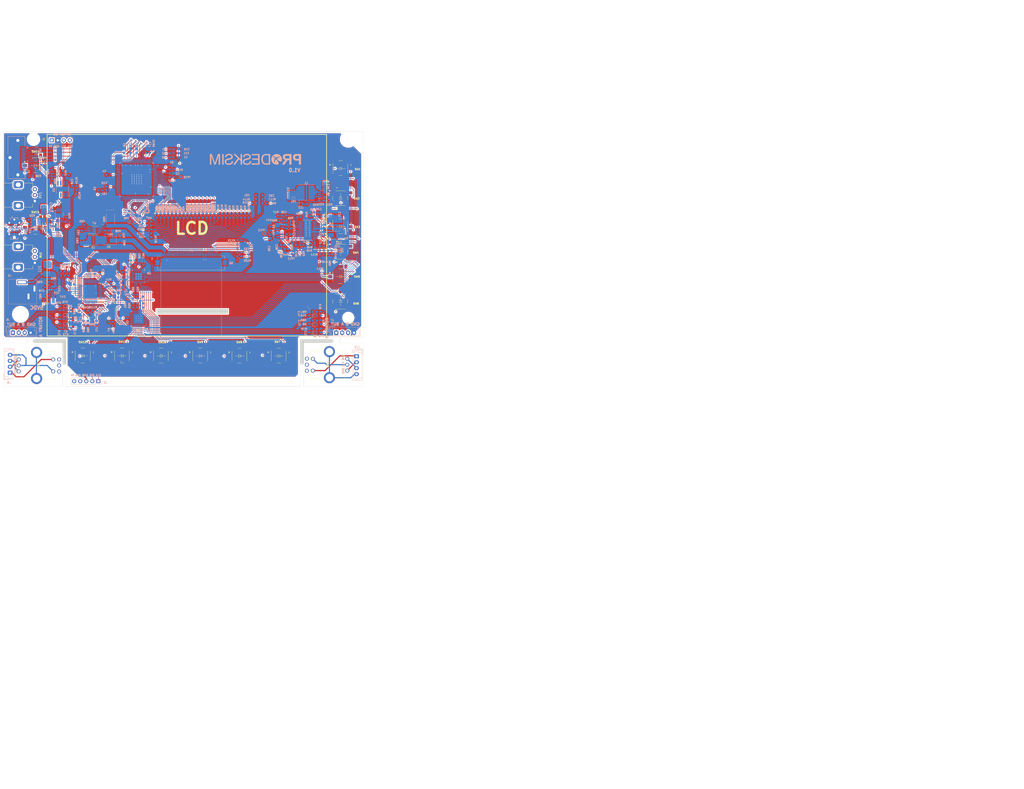
<source format=kicad_pcb>
(kicad_pcb (version 20241229) (generator "pcbnew") (generator_version "9.0")
  (layers (0 "F.Cu" signal) (4 "In1.Cu" signal) (6 "In2.Cu" signal) (2 "B.Cu" signal) (13 "F.Paste" user) (15 "B.Paste" user) (5 "F.SilkS" user "F.Silkscreen") (7 "B.SilkS" user "B.Silkscreen") (1 "F.Mask" user) (3 "B.Mask" user) (25 "Edge.Cuts" user))
  (net 0 "")
  (net 1 "GND")
  (net 2 "+3V3")
  (net 3 "/STM32/PD0")
  (net 4 "/STM32/PD1")
  (net 5 "+5V")
  (net 6 "Net-(U7-Comp)")
  (net 7 "Net-(D1-A)")
  (net 8 "Net-(D4-A)")
  (net 9 "/CC2")
  (net 10 "/USB_N")
  (net 11 "/USB_P")
  (net 12 "/CC1")
  (net 13 "/STM32/SWDIO")
  (net 14 "/STM32/SWCLK")
  (net 20 "/LCD/VLED-")
  (net 21 "Net-(U4-SW)")
  (net 22 "Net-(LE1-Pad2)")
  (net 23 "Net-(LE2-Pad2)")
  (net 24 "/HDMI_RGB/TFP_DVDD")
  (net 25 "/STM32/LED")
  (net 26 "Net-(U2-PB2)")
  (net 27 "Net-(U2-BOOT0)")
  (net 28 "/STM32/VBAT")
  (net 29 "Net-(U4-FB)")
  (net 30 "Net-(U7-OVP)")
  (net 31 "/STM32/LED_BT1")
  (net 32 "/STM32/LED_BT2")
  (net 33 "/STM32/LED_BT3")
  (net 34 "/STM32/POT_2")
  (net 35 "/STM32/POT_1")
  (net 36 "/STM32/BT1")
  (net 37 "/STM32/BT2")
  (net 38 "/STM32/BT3")
  (net 40 "/STM32/RST")
  (net 41 "/STM32/ROT_1_BUTTON")
  (net 42 "/STM32/TIM3_CH1")
  (net 44 "/STM32/TIM3_CH2")
  (net 48 "/STM32/POT_4")
  (net 49 "/STM32/ROT_2_BUTTON")
  (net 50 "/STM32/TIM2_CH1")
  (net 52 "/LCD/PWM_IN")
  (net 53 "/STM32/TIM2_CH2")
  (net 55 "/HDMI_RGB/TFP_OVDD")
  (net 56 "/STM32/ROT_1_But")
  (net 57 "/HDMI_RGB/TFP_AVDD")
  (net 58 "/HDMI_RGB/TFP_PVDD")
  (net 59 "/5V_HDMI")
  (net 60 "/LCD/LCD_AVDD")
  (net 61 "/STM32/ROT_1_A")
  (net 62 "/STM32/ROT_1_B")
  (net 63 "/STM32/ROT_2_But")
  (net 64 "/STM32/ROT_2_A")
  (net 65 "/STM32/ROT_2_B")
  (net 66 "/STM32/LED_BT6")
  (net 67 "/STM32/LED_BT4")
  (net 68 "/STM32/LED_BT5")
  (net 69 "/STM32/LED_BT7")
  (net 70 "/STM32/LED_BT8")
  (net 71 "/STM32/LED_BT11")
  (net 72 "/STM32/LED_BT14")
  (net 73 "/STM32/LED_BT9")
  (net 74 "/STM32/LED_BT10")
  (net 75 "/STM32/LED_BT12")
  (net 76 "/STM32/LED_BT13")
  (net 77 "Net-(U8-SDA)")
  (net 78 "/STM32/I2C1_SDA")
  (net 79 "/STM32/I2C1_SCL")
  (net 80 "Net-(U8-SCK)")
  (net 81 "Net-(U8-~{RESET})")
  (net 82 "Net-(U9-~{RESET})")
  (net 83 "/STM32/TLC_RESET")
  (net 84 "Net-(U9-REXT)")
  (net 85 "Net-(U9-SCL)")
  (net 86 "Net-(U9-SDA)")
  (net 87 "/STM32/BT5")
  (net 88 "/STM32/BT4")
  (net 89 "/STM32/BT6")
  (net 90 "/STM32/BT8")
  (net 91 "/STM32/BT7")
  (net 92 "/STM32/BT10")
  (net 93 "/STM32/BT13")
  (net 94 "/STM32/BT9")
  (net 95 "/STM32/BT11")
  (net 96 "/STM32/BT12")
  (net 97 "/STM32/BT14")
  (net 107 "/STM32/ROT1_A")
  (net 108 "/STM32/ROT1_B")
  (net 109 "/STM32/ROT1_BUT")
  (net 110 "GND1")
  (net 111 "/STM32/ROT2_BUT")
  (net 112 "/STM32/ROT2_B")
  (net 113 "GND2")
  (net 114 "/STM32/ROT2_A")
  (net 117 "/STM32/nUSB_N")
  (net 118 "/STM32/nUSB_P")
  (net 120 "/STM32/I2C2_SCL")
  (net 121 "/LCD/LCD_RST")
  (net 123 "/LCD/TPS_FB")
  (net 125 "/LCD/TPS_COMP")
  (net 127 "/STM32/I2C2_SDA")
  (net 128 "Net-(C26-Pad2)")
  (net 129 "/LCD/TPS_DRVP")
  (net 130 "Net-(D2-COM)")
  (net 131 "/LCD/TPS_CPI")
  (net 132 "/LCD/TPS_FDLY")
  (net 133 "/LCD/LCD_VGH")
  (net 134 "/LCD/LCD_VGL")
  (net 135 "/LCD/TPS_ADJ")
  (net 136 "/LCD/TPS_DLY1")
  (net 137 "/LCD/TPS_DLY2")
  (net 138 "/LCD/TPS_DRVN")
  (net 139 "Net-(D3-COM)")
  (net 140 "/LCD/VGL")
  (net 141 "/LCD/TPS_REF")
  (net 142 "Net-(C48-Pad2)")
  (net 143 "/LCD/LCD_VCOM")
  (net 144 "/LCD/LCD_MODE")
  (net 145 "/LCD/LCD_L{slash}R")
  (net 146 "/LCD/LCD_U{slash}D")
  (net 147 "/LCD/LCD_RESET")
  (net 148 "/LCD/VLED+")
  (net 151 "/HDMI_SDA")
  (net 152 "/HDMI_RGB/HDMI0_TX0_N")
  (net 153 "Net-(J3-HPD{slash}HEAC-)")
  (net 154 "/HDMI_RGB/HDMI0_TX2_N")
  (net 155 "/HDMI_RGB/HDMI0_TX2_P")
  (net 156 "/HDMI_RGB/HDMI0_TX1_P")
  (net 157 "/HDMI_RGB/HDMI0_CLK_P")
  (net 158 "Net-(J3-CEC)")
  (net 159 "/HDMI_RGB/HDMI0_TX0_P")
  (net 160 "/HDMI_RGB/HDMI0_CLK_N")
  (net 161 "/HDMI_SCL")
  (net 162 "/HDMI_RGB/HDMI0_TX1_N")
  (net 163 "/HDMI_RGB/HSYNC")
  (net 164 "/HDMI_RGB/R_3")
  (net 165 "/HDMI_RGB/ODCK")
  (net 166 "/HDMI_RGB/G_6")
  (net 167 "Net-(J4-NC-Pad47)")
  (net 168 "/HDMI_RGB/G_8")
  (net 169 "/HDMI_RGB/B_6")
  (net 170 "/HDMI_RGB/R_5")
  (net 171 "/HDMI_RGB/R_6")
  (net 172 "/HDMI_RGB/DE")
  (net 174 "/HDMI_RGB/B_8")
  (net 175 "/HDMI_RGB/R_2")
  (net 176 "/HDMI_RGB/G_5")
  (net 177 "/HDMI_RGB/R_7")
  (net 178 "/HDMI_RGB/R_8")
  (net 180 "/HDMI_RGB/B_2")
  (net 181 "/HDMI_RGB/B_3")
  (net 182 "/HDMI_RGB/B_4")
  (net 183 "/HDMI_RGB/G_7")
  (net 184 "/HDMI_RGB/G_1")
  (net 185 "/HDMI_RGB/G_2")
  (net 186 "/HDMI_RGB/VSYNC")
  (net 187 "/HDMI_RGB/B_7")
  (net 188 "/HDMI_RGB/G_4")
  (net 189 "/HDMI_RGB/B_5")
  (net 190 "/HDMI_RGB/B_1")
  (net 191 "/HDMI_RGB/R_4")
  (net 192 "/HDMI_RGB/G_3")
  (net 195 "/HDMI_RGB/R_1")
  (net 196 "Net-(U1-DFO)")
  (net 197 "Net-(U1-QE0)")
  (net 198 "Net-(U1-QE1)")
  (net 199 "Net-(U1-QE2)")
  (net 200 "Net-(U1-QE3)")
  (net 201 "Net-(U1-QE4)")
  (net 202 "Net-(U1-QE5)")
  (net 203 "Net-(U1-QE6)")
  (net 204 "Net-(U1-QE7)")
  (net 205 "Net-(U1-QE8)")
  (net 206 "Net-(U1-QE9)")
  (net 207 "Net-(U1-QE10)")
  (net 208 "Net-(U1-QE11)")
  (net 209 "Net-(U1-QE12)")
  (net 210 "Net-(U1-QE13)")
  (net 211 "Net-(U1-QE14)")
  (net 212 "Net-(U1-QE15)")
  (net 213 "Net-(U1-QE16)")
  (net 214 "Net-(U1-QE17)")
  (net 215 "Net-(U1-QE18)")
  (net 216 "Net-(U1-QE19)")
  (net 217 "Net-(U1-VSYNC)")
  (net 218 "Net-(U1-QE20)")
  (net 219 "Net-(U1-HSYNC)")
  (net 220 "Net-(U3-WP)")
  (net 221 "Net-(U6-EN)")
  (net 222 "/LCD/TPS_FBP")
  (net 223 "/LCD/TPS_VGH")
  (net 224 "/LCD/TPS_CTRL")
  (net 225 "/LCD/TPS_FBN")
  (net 226 "/STM32_SCL")
  (net 227 "/STM32_SDA")
  (net 228 "Net-(U1-QE21)")
  (net 229 "Net-(U1-QE22)")
  (net 230 "Net-(U1-QE23)")
  (net 231 "Net-(U1-DE)")
  (net 232 "Net-(U1-ODCK)")
  (net 233 "Net-(U1-SCDT)")
  (net 234 "/HDMI_RGB/ACTIVE")
  (net 235 "Net-(U1-ST)")
  (net 236 "Net-(U1-OCK_INV)")
  (net 237 "/LCD/TPS_VCOM_IN")
  (net 238 "/LCD/TPS_VCOM")
  (net 239 "/STM32/HDMI_DET")
  (net 240 "Net-(U1-CTL1)")
  (net 241 "Net-(U1-CTL2)")
  (net 242 "Net-(U1-CTL3)")
  (net 281 "Net-(D11-A)")
  (net 282 "Net-(D12-A)")
  (net 283 "Net-(U15-DVDT)")
  (net 284 "Net-(U15-EN{slash}UVLO)")
  (net 285 "Net-(U15-~{FLT})")
  (net 286 "Net-(U15-ILM)")
  (footprint "USBToMIPI:SW_Push_LED" (layer "F.Cu") (at 208.6 43.3325 90)
    (property "Reference" "SW1")
    (property "Value" "TM-001-M-01" (hide yes))
  )
  (footprint "MountingHole:MountingHole_3.2mm_M3" (layer "F.Cu") (at 211.89 106.23)
    (property "Reference" "H4" (hide yes))
    (property "Value" "MountingHole")
  )
  (footprint "USBToMIPI:SW_Push_LED" (layer "F.Cu") (at 208.6 78.3325 180)
    (property "Reference" "SW4")
    (property "Value" "TM-001-M-01" (hide yes))
  )
  (footprint "USBToMIPI:SW_Push_LED" (layer "F.Cu") (at 133.05 122.260001 90)
    (property "Reference" "SW10")
    (property "Value" "TM-001-M-01" (hide yes))
  )
  (footprint "USBToMIPI:Potentiometer_Alps_RK09K_Single_Vertical" (layer "F.Cu") (at 79.94 57.07 180)
    (property "Reference" "RV1")
    (property "Value" "10K")
  )
  (footprint "USBToMIPI:SW_Push_LED" (layer "F.Cu") (at 80.1 68.0825 90)
    (property "Reference" "SW13")
    (property "Value" "TM-001-M-01" (hide yes))
  )
  (footprint "MountingHole:MountingHole_3.2mm_M3" (layer "F.Cu") (at 79.39 31.03)
    (property "Reference" "H1" (hide yes))
    (property "Value" "MountingHole")
  )
  (footprint "USBToMIPI:SW_Push_LED" (layer "F.Cu") (at 166.085 122.290001 90)
    (property "Reference" "SW8")
    (property "Value" "TM-001-M-01" (hide yes))
  )
  (footprint "MountingHole:MountingHole_3.2mm_M3" (layer "F.Cu") (at 73.89 104.77)
    (property "Reference" "H3" (hide yes))
    (property "Value" "MountingHole")
  )
  (footprint "USBToMIPI:EC11EBB24C03" (layer "F.Cu") (at 211.44 128.47 90)
    (property "Reference" "U10")
    (property "Value" "EC11EBB24C03" (hide yes))
  )
  (footprint "USBToMIPI:EC11EBB24C03" (layer "F.Cu") (at 73.165 123.795 -90)
    (property "Reference" "U11")
    (property "Value" "EC11EBB24C03" (hide yes))
  )
  (footprint "USBToMIPI:SW_Push_LED" (layer "F.Cu") (at 208.6 99.3325 180)
    (property "Reference" "SW6")
    (property "Value" "TM-001-M-01" (hide yes))
  )
  (footprint "USBToMIPI:SW_Push_LED" (layer "F.Cu") (at 100.14 122.23 90)
    (property "Reference" "SW12")
    (property "Value" "TM-001-M-01" (hide yes))
  )
  (footprint "USBToMIPI:SW_Push_LED" (layer "F.Cu") (at 208.6 55.8325 180)
    (property "Reference" "SW2")
    (property "Value" "TM-001-M-01" (hide yes))
  )
  (footprint "MountingHole:MountingHole_3.2mm_M3" (layer "F.Cu") (at 211.89 31.03)
    (property "Reference" "H2" (hide yes))
    (property "Value" "MountingHole")
  )
  (footprint "USBToMIPI:SW_Push_LED" (layer "F.Cu") (at 182.585 122.290001 90)
    (property "Reference" "SW7")
    (property "Value" "TM-001-M-01" (hide yes))
  )
  (footprint "USBToMIPI:SW_Push_LED" (layer "F.Cu") (at 208.6 67.8325 90)
    (property "Reference" "SW3")
    (property "Value" "TM-001-M-01" (hide yes))
  )
  (footprint "USBToMIPI:SW_Push_LED" (layer "F.Cu") (at 208.6 88.8325 90)
    (property "Reference" "SW5")
    (property "Value" "TM-001-M-01" (hide yes))
  )
  (footprint "USBToMIPI:Potentiometer_Alps_RK09K_Single_Vertical" (layer "F.Cu") (at 79.94 83.07 180)
    (property "Reference" "RV2")
    (property "Value" "10K")
  )
  (footprint "USBToMIPI:SW_Push_LED" (layer "F.Cu") (at 149.55 122.260001 90)
    (property "Reference" "SW9")
    (property "Value" "TM-001-M-01" (hide yes))
  )
  (footprint "USBToMIPI:SW_Push_LED" (layer "F.Cu") (at 116.64 122.23 90)
    (property "Reference" "SW11")
    (property "Value" "TM-001-M-01" (hide yes))
  )
  (footprint "USBToMIPI:SW_Push_LED" (layer "F.Cu") (at 80.1 42.0825 90)
    (property "Reference" "SW14")
    (property "Value" "TM-001-M-01" (hide yes))
  )
  (footprint "Resistor_SMD:R_0603_1608Metric" (layer "B.Cu") (at 163.57332 63.22 -90)
    (property "Reference" "R29")
    (property "Value" "33R/0603")
  )
  (footprint "Inductor_SMD:L_0603_1608Metric" (layer "B.Cu") (at 137.54 35.17 180)
    (property "Reference" "FB7")
    (property "Value" "100R@100MHz/0603")
  )
  (footprint "Capacitor_SMD:C_0603_1608Metric" (layer "B.Cu") (at 112.54 97.02)
    (property "Reference" "C34")
    (property "Value" "100nF/50V/0603")
  )
  (footprint "Resistor_SMD:R_0603_1608Metric" (layer "B.Cu") (at 137.54 43.67)
    (property "Reference" "R108")
    (property "Value" "10K/0603/1%")
  )
  (footprint "Capacitor_SMD:C_0603_1608Metric" (layer "B.Cu") (at 195.36 111.575 90)
    (property "Reference" "C72")
    (property "Value" "10nF/50V/0603")
  )
  (footprint "Resistor_SMD:R_0603_1608Metric" (layer "B.Cu") (at 181.3775 63.1575)
    (property "Reference" "R47")
    (property "Value" "0R/0603")
  )
  (footprint "Capacitor_SMD:C_0603_1608Metric" (layer "B.Cu") (at 115.74 91.47 180)
    (property "Reference" "C32")
    (property "Value" "12pF/50V/0603")
  )
  (footprint "Resistor_SMD:R_0603_1608Metric" (layer "B.Cu") (at 93.69 65.77)
    (property "Reference" "R44")
    (property "Value" "0R/0603")
  )
  (footprint "Resistor_SMD:R_0603_1608Metric" (layer "B.Cu") (at 140.939996 63.22 -90)
    (property "Reference" "R3")
    (property "Value" "33R/0603")
  )
  (footprint "TestPoint:TestPoint_Pad_D1.0mm" (layer "B.Cu") (at 125.4575 97.32 90)
    (property "Reference" "TP4")
    (property "Value" "~")
  )
  (footprint "Resistor_SMD:R_0603_1608Metric" (layer "B.Cu") (at 186.79 76.32 -90)
    (property "Reference" "R50")
    (property "Value" "0R/0603")
  )
  (footprint "Resistor_SMD:R_0603_1608Metric" (layer "B.Cu") (at 200.3 104.465 -90)
    (property "Reference" "R78")
    (property "Value" "10K/0603/1%")
  )
  (footprint "Resistor_SMD:R_0603_1608Metric" (layer "B.Cu") (at 197.78 103.675)
    (property "Reference" "R81")
    (property "Value" "10K/0603/1%")
  )
  (footprint "USBToMIPI:MOLEX_476591101" (layer "B.Cu") (at 72.2025 38.7525 90)
    (property "Reference" "J3")
    (property "Value" "HYC79-HDMIA19-105")
  )
  (footprint "Resistor_SMD:R_0603_1608Metric" (layer "B.Cu") (at 102.29 108.32 90)
    (property "Reference" "R89")
    (property "Value" "4K7/0603/1%")
  )
  (footprint "Capacitor_SMD:C_0603_1608Metric" (layer "B.Cu") (at 95.31 107.535 -90)
    (property "Reference" "C70")
    (property "Value" "10nF/50V/0603")
  )
  (footprint "Connector_JST:JST_EH_B4B-EH-A_1x04_P2.50mm_Vertical" (layer "B.Cu") (at 206.815 112.52)
    (property "Reference" "J7")
    (property "Value" "Connector 1x5/2.5mm")
  )
  (footprint "Capacitor_SMD:C_0603_1608Metric" (layer "B.Cu") (at 202.29 62.645 90)
    (property "Reference" "C42")
    (property "Value" "10nF/50V/0603")
  )
  (footprint "Resistor_SMD:R_0603_1608Metric" (layer "B.Cu") (at 132.856666 63.22 -90)
    (property "Reference" "R8")
    (property "Value" "33R/0603")
  )
  (footprint "Package_SON:USON-10_2.5x1.0mm_P0.5mm" (layer "B.Cu") (at 80.355 35.77 180)
    (property "Reference" "U13")
    (property "Value" "TPD4E05U06DQA")
  )
  (footprint "Resistor_SMD:R_0603_1608Metric" (layer "B.Cu") (at 128.015 70.645 180)
    (property "Reference" "R113")
    (property "Value" "0R/0603")
  )
  (footprint "Resistor_SMD:R_0603_1608Metric" (layer "B.Cu") (at 78.24 66.67)
    (property "Reference" "R34")
    (property "Value" "5.1K/0603/1%")
  )
  (footprint "Capacitor_SMD:C_0805_2012Metric" (layer "B.Cu") (at 185.34 79.77 -90)
    (property "Reference" "C38")
    (property "Value" "22uF/25V/0805")
  )
  (footprint "Capacitor_SMD:C_0805_2012Metric" (layer "B.Cu") (at 115.74 74.52 -90)
    (property "Reference" "C66")
    (property "Value" "10uF/25V/0805")
  )
  (footprint "Diode_SMD:D_SMA" (layer "B.Cu") (at 110.74 73.67 180)
    (property "Reference" "D4")
    (property "Value" "1N5819")
  )
  (footprint "Capacitor_SMD:C_0603_1608Metric" (layer "B.Cu") (at 106.59 51.67 90)
    (property "Reference" "C5")
    (property "Value" "10uF/10V/0603")
  )
  (footprint "Resistor_SMD:R_0603_1608Metric" (layer "B.Cu") (at 149.023326 63.22 -90)
    (property "Reference" "R22")
    (property "Value" "33R/0603")
  )
  (footprint "Resistor_SMD:R_0603_1608Metric" (layer "B.Cu") (at 125.49 101.02 90)
    (property "Reference" "R64")
    (property "Value" "10K/0603/1%")
  )
  (footprint "Resistor_SMD:R_0603_1608Metric" (layer "B.Cu") (at 115.865 87.02)
    (property "Reference" "R66")
    (property "Value" "0R/0603")
  )
  (footprint "Resistor_SMD:R_0603_1608Metric" (layer "B.Cu") (at 137.706664 63.22 -90)
    (property "Reference" "R5")
    (property "Value" "33R/0603")
  )
  (footprint "Capacitor_SMD:C_0603_1608Metric" (layer "B.Cu") (at 127.24 62.07 -90)
    (property "Reference" "C8")
    (property "Value" "100nF/50V/0603")
  )
  (footprint "Resistor_SMD:R_0603_1608Metric" (layer "B.Cu") (at 113.3 94.58 -90)
    (property "Reference" "R13")
    (property "Value" "1M/0603/1%")
  )
  (footprint "Capacitor_SMD:C_0603_1608Metric" (layer "B.Cu") (at 195.36 108.075 90)
    (property "Reference" "C73")
    (property "Value" "10nF/50V/0603")
  )
  (footprint "Capacitor_SMD:C_0603_1608Metric" (layer "B.Cu") (at 205.09 80.295 90)
    (property "Reference" "C48")
    (property "Value" "1nF/50V/0603")
  )
  (footprint "Resistor_SMD:R_0603_1608Metric" (layer "B.Cu") (at 136.089998 63.22 -90)
    (property "Reference" "R6")
    (property "Value" "33R/0603")
  )
  (footprint "Resistor_SMD:R_0603_1608Metric" (layer "B.Cu") (at 147.40666 63.22 -90)
    (property "Reference" "R23")
    (property "Value" "33R/0603")
  )
  (footprint "Resistor_SMD:R_0603_1608Metric" (layer "B.Cu") (at 153.873324 63.22 -90)
    (property "Reference" "R19")
    (property "Value" "33R/0603")
  )
  (footprint "Resistor_SMD:R_0603_1608Metric" (layer "B.Cu") (at 197.78 107.425)
    (property "Reference" "R80")
    (property "Value" "10K/0603/1%")
  )
  (footprint "TestPoint:TestPoint_Pad_D1.0mm" (layer "B.Cu") (at 119.74 65.87 180)
    (property "Reference" "TP8")
    (property "Value" "~")
  )
  (footprint "Resistor_SMD:R_0603_1608Metric" (layer "B.Cu") (at 185.09 76.345 -90)
    (property "Reference" "R51")
    (property "Value" "0R/0603")
  )
  (footprint "Diode_SMD:D_SOD-523" (layer "B.Cu") (at 92.66 108.735 180)
    (property "Reference" "D7")
    (property "Value" "1N914WT")
  )
  (footprint "Resistor_SMD:R_0603_1608Metric" (layer "B.Cu") (at 120.34 82.92 -90)
    (property "Reference" "R68")
    (property "Value" "0R/0603")
  )
  (footprint "Resistor_SMD:R_0603_1608Metric" (layer "B.Cu") (at 166.04 80.335)
    (property "Reference" "R119")
    (property "Value" "10K/0603/1%")
  )
  (footprint "Resistor_SMD:R_0603_1608Metric" (layer "B.Cu") (at 87.89 91.155)
    (property "Reference" "R85")
    (property "Value" "1M/0603/1%")
  )
  (footprint "Connector_PinHeader_2.54mm:PinHeader_1x04_P2.54mm_Vertical" (layer "B.Cu") (at 87.015 31.47 -90)
    (property "Reference" "J5")
    (property "Value" "Conn_01x04")
  )
  (footprint "Resistor_SMD:R_0603_1608Metric" (layer "B.Cu") (at 166.04 75.205 180)
    (property "Reference" "R122")
    (property "Value" "10K/0603/1%")
  )
  (footprint "Package_SO:VSSOP-8_3.0x3.0mm_P0.65mm" (layer "B.Cu") (at 90.24 63.12 -90)
    (property "Reference" "U6")
    (property "Value" "TCA9517ADGKR")
  )
  (footprint "TestPoint:TestPoint_Pad_D1.0mm" (layer "B.Cu") (at 188.14 79.37 180)
    (property "Reference" "TP12")
    (property "Value" "TestPoint")
  )
  (footprint "Resistor_SMD:R_0603_1608Metric" (layer "B.Cu") (at 191.44 76.42 90)
    (property "Reference" "R52")
    (property "Value" "10K/0603/1%")
  )
  (footprint "Resistor_SMD:R_0603_1608Metric" (layer "B.Cu") (at 178.9525 70.2075 90)
    (property "Reference" "R54")
    (property "Value" "0R/0603")
  )
  (footprint "Package_SO:HTSSOP-24-1EP_4.4x7.8mm_P0.65mm_EP3.4x7.8mm_Mask2.4x4.68mm" (layer "B.Cu") (at 194.7775 69.295 180)
    (property "Reference" "U12")
    (property "Value" "TPS65150PWPR")
  )
  (footprint "Resistor_SMD:R_0603_1608Metric" (layer "B.Cu") (at 121.24 100.97 -90)
    (property "Reference" "R61")
    (property "Value" "0R/0603")
  )
  (footprint "TestPoint:TestPoint_Pad_D1.0mm" (layer "B.Cu") (at 115.84 71.42 -90)
    (property "Reference" "TP3")
    (property "Value" "+16V")
  )
  (footprint "Capacitor_SMD:C_0603_1608Metric" (layer "B.Cu") (at 191.14 63.82 180)
    (property "Reference" "C35")
    (property "Value" "100nF/50V/0603")
  )
  (footprint "Resistor_SMD:R_0603_1608Metric" (layer "B.Cu") (at 92.835 102.985 180)
    (property "Reference" "R75")
    (property "Value" "10K/0603/1%")
  )
  (footprint "Diode_SMD:D_SMA" (layer "B.Cu") (at 83.49 63.67 90)
    (property "Reference" "D12")
    (property "Value" "MBRA210LT3G")
  )
  (footprint "USBToMIPI:GCT_USB4120-03-C_REVA" (layer "B.Cu") (at 71.3 68.6 -90)
    (property "Reference" "J1")
    (property "Value" "TYPEC-303-ACP16")
    (fp_line (start 3.85 0.26) (end 3.65 0.26) (stroke (width 0.01)) (layer "Edge.Cuts"))
    (fp_line (start 3.65 -0.26) (end 3.85 -0.26) (stroke (width 0.01)) (layer "Edge.Cuts"))
    (fp_arc (start 3.65 0.26) (mid 3.466152 0.183848) (end 3.39 0) (stroke (width 0.01)) (layer "Edge.Cuts"))
    (fp_arc (start 3.39 0) (mid 3.466152 -0.183848) (end 3.65 -0.26) (stroke (width 0.01)) (layer "Edge.Cuts"))
    (fp_arc (start 4.11 0) (mid 4.033848 0.183848) (end 3.85 0.26) (stroke (width 0.01)) (layer "Edge.Cuts"))
    (fp_arc (start 3.85 -0.26) (mid 4.033848 -0.183848) (end 4.11 0) (stroke (width 0.01)) (layer "Edge.Cuts"))
  )
  (footprint "Resistor_SMD:R_0603_1608Metric" (layer "B.Cu") (at 137.54 46.97)
    (property "Reference" "R107")
    (property "Value" "33R/0603")
  )
  (footprint "TestPoint:TestPoint_Pad_D1.0mm" (layer "B.Cu") (at 141.44 46.97 180)
    (property "Reference" "TP10")
    (property "Value" "~")
  )
  (footprint "Diode_SMD:D_SMA" (layer "B.Cu") (at 84.34 85.77 -90)
    (property "Reference" "D11")
    (property "Value" "MBRA210LT3G")
  )
  (footprint "Resistor_SMD:R_0603_1608Metric" (layer "B.Cu") (at 172.215 57.97 180)
    (property "Reference" "R115")
    (property "Value" "10K/0603/1%")
  )
  (footprint "TestPoint:TestPoint_Pad_D1.0mm" (layer "B.Cu") (at 121.94 65.87 180)
    (property "Reference" "TP7")
    (property "Value" "~")
  )
  (footprint "LED_SMD:LED_0603_1608Metric" (layer "B.Cu") (at 191.94 58.375)
    (property "Reference" "LE2")
    (property "Value" "RED/0603")
  )
  (footprint "Resistor_SMD:R_0603_1608Metric" (layer "B.Cu") (at 91.64 45.22 -90)
    (property "Reference" "R41")
    (property "Value" "10K/0603/1%")
  )
  (footprint "TestPoint:TestPoint_Pad_D1.0mm" (layer "B.Cu") (at 188.79 55.925)
    (property "Reference" "TP1")
    (property "Value" "TestPoint")
  )
  (footprint "Capacitor_SMD:C_0805_2012Metric" (layer "B.Cu") (at 188.54 52.475 90)
    (property "Reference" "C37")
    (property "Value" "10uF/25V/0805")
  )
  (footprint "Capacitor_SMD:C_0603_1608Metric" (layer "B.Cu") (at 111.14 108.72 -90)
    (property "Reference" "C7")
    (property "Value" "10nF/50V/0603")
  )
  (footprint "Resistor_SMD:R_0603_1608Metric" (layer "B.Cu") (at 121.24 97.22 -90)
    (property "Reference" "R63")
    (property "Value" "4K7/0603/1%")
  )
  (footprint "Resistor_SMD:R_0603_1608Metric" (layer "B.Cu") (at 125.74 82.92 -90)
    (property "Reference" "R67")
    (property "Value" "931R/0603/1%")
  )
  (footprint "Resistor_SMD:R_0603_1608Metric" (layer "B.Cu") (at 166.04 73.495)
    (property "Reference" "R123")
    (property "Value" "0R/0603")
  )
  (footprint "Resistor_SMD:R_2512_6332Metric" (layer "B.Cu") (at 111.79 64.6575 -90)
    (property "Reference" "R59")
    (property "Value" "3.3R/2512/1%")
  )
  (footprint "Capacitor_SMD:C_0603_1608Metric" (layer "B.Cu") (at 83.39 93.355 180)
    (property "Reference" "C46")
    (property "Value" "3.3nF/50V/0603")
  )
  (footprint "Capacitor_SMD:C_0603_1608Metric" (layer "B.Cu") (at 99.74 70.295 -90)
    (property "Reference" "C64")
    (property "Value" "1uF/50V/0603")
  )
  (footprint "Capacitor_SMD:C_0603_1608Metric" (layer "B.Cu") (at 87.04 61.42 -90)
    (property "Reference" "C19")
    (property "Value" "100nF/50V/0603")
  )
  (footprint "Resistor_SMD:R_0603_1608Metric" (layer "B.Cu") (at 94.34 45.22 -90)
    (property "Reference" "R42")
    (property "Value" "0R/0603")
  )
  (footprint "Package_SO:MSOP-8_3x3mm_P0.65mm" (layer "B.Cu") (at 104.94 69.17)
    (property "Reference" "U7")
    (property "Value" "PAM2841SR")
  )
  (footprint "Resistor_SMD:R_0603_1608Metric" (layer "B.Cu") (at 197.44 62.645 90)
    (property "Reference" "R45")
    (property "Value" "180K/0603/1%")
  )
  (footprint "USBToMIPI:Hirose_FH12-50S-0.5SH_1x50-1MP_P0.50mm_LCD_1" (layer "B.Cu") (at 145.74 81.57 180)
    (property "Reference" "J4")
    (property "Value" "HRS(Hirose) FH12S-50S-0.5SH(55)")
  )
  (footprint "Resistor_SMD:R_0603_1608Metric" (layer "B.Cu") (at 160.339988 63.22 -90)
    (property "Reference" "R102")
    (property "Value" "33R/0603")
  )
  (footprint "Capacitor_SMD:C_0603_1608Metric" (layer "B.Cu") (at 128.34 35.92 90)
    (property "Reference" "C17")
    (property "Value" "100nF/50V/0603")
  )
  (footprint "Resistor_SMD:R_0603_1608Metric" (layer "B.Cu") (at 94.14 87.62 90)
    (property "Reference" "R17")
    (property "Value" "4K7/0603/1%")
  )
  (footprint "Resistor_SMD:R_0603_1608Metric" (layer "B.Cu") (at 134.473332 63.22 -90)
    (property "Reference" "R7")
    (property "Value" "33R/0603")
  )
  (footprint "Inductor_SMD:L_Cenker_CKCS6045" (layer "B.Cu") (at 194.19 53.425 180)
    (property "Reference" "L1")
    (property "Value" "2.2uH/2.7A")
  )
  (footprint "Capacitor_SMD:C_0603_1608Metric" (layer "B.Cu") (at 126.69 35.92 90)
    (property "Reference" "C14")
    (property "Value" "100nF/50V/0603")
  )
  (footprint "Capacitor_SMD:C_0603_1608Metric" (layer "B.Cu") (at 109.19 50.87 180)
    (property "Reference" "C10")
    (property "Value" "100nF/50V/0603")
  )
  (footprint "Resistor_SMD:R_0603_1608Metric" (layer "B.Cu") (at 84.79 91.155)
    (property "Reference" "R90")
    (property "Value" "590K/0603/1%")
  )
  (footprint "TestPoint:TestPoint_Pad_D1.0mm" (layer "B.Cu") (at 176.54 70.82 180)
    (property "Reference" "TP13")
    (property "Value" "TestPoint")
  )
  (footprint "TestPoint:TestPoint_Pad_D1.0mm" (layer "B.Cu") (at 208.04 77.72 90)
    (property "Reference" "TP2")
    (property "Value" "TestPoint")
  )
  (footprint "Capacitor_SMD:C_0603_1608Metric" (layer "B.Cu") (at 183.44 76.37 90)
    (property "Reference" "C28")
    (property "Value" "330nF/50V/0603")
  )
  (footprint "Resistor_SMD:R_0603_1608Metric" (layer "B.Cu") (at 183.64 65.47)
    (property "Reference" "R55")
    (property "Value" "590K/0603/1%")
  )
  (footprint "Resistor_SMD:R_0603_1608Metric" (layer "B.Cu") (at 90.39 105.865 90)
    (property "Reference" "R71")
    (property "Value" "10K/0603/1%")
  )
  (footprint "Resistor_SMD:R_0603_1608Metric" (layer "B.Cu") (at 165.189986 63.22 -90)
    (property "Reference" "R28")
    (property "Value" "33R/0603")
  )
  (footprint "Capacitor_SMD:C_0603_1608Metric" (layer "B.Cu") (at 186.79 71.02 180)
    (property "Reference" "C27")
    (property "Value" "330nF/50V/0603")
  )
  (footprint "Capacitor_SMD:C_0805_2012Metric" (layer "B.Cu") (at 99.765 73.82 90)
    (property "Reference" "C63")
    (property "Value" "10uF/25V/0805")
  )
  (footprint "Resistor_SMD:R_0603_1608Metric" (layer "B.Cu") (at 176.515 57.97)
    (property "Reference" "R116")
    (property "Value" "10K/0603/1%")
  )
  (footprint "Inductor_SMD:L_0603_1608Metric" (layer "B.Cu") (at 137.54 36.895 180)
    (property "Reference" "FB2")
    (property "Value" "100R@100MHz/0603")
  )
  (footprint "Capacitor_SMD:C_0603_1608Metric" (layer "B.Cu") (at 95.64 51.57 -90)
    (property "Reference" "C18")
    (property "Value" "100nF/50V/0603")
  )
  (footprint "Connector_JST:JST_EH_B4B-EH-A_1x04_P2.50mm_Vertical" (layer "B.Cu") (at 70.665 112.52)
    (property "Reference" "J6")
    (property "Value" "Connector 1x5/2.5mm")
  )
  (footprint "Capacitor_SMD:C_0603_1608Metric" (layer "B.Cu") (at 186.74 67.02)
    (property "Reference" "C45")
    (property "Value" "220nF/50V/0603")
  )
  (footprint "Capacitor_SMD:C_0603_1608Metric" (layer "B.Cu") (at 115.79 97.67 180)
    (property "Reference" "C33")
    (property "Value" "12pF/50V/0603")
  )
  (footprint "Capacitor_SMD:C_0603_1608Metric" (layer "B.Cu") (at 98.69 104.07 -90)
    (property "Reference" "C31")
    (property "Value" "100nF/50V/0603")
  )
  (footprint "Capacitor_SMD:C_0603_1608Metric" (layer "B.Cu") (at 137.54 45.32)
    (property "Reference" "C2")
    (property "Value" "100nF/50V/0603")
  )
  (footprint "Diode_SMD:D_SOD-523" (layer "B.Cu") (at 198.01 105.375)
    (property "Reference" "D10")
    (property "Value" "1N914WT")
  )
  (footprint "Resistor_SMD:R_0603_1608Metric" (layer "B.Cu") (at 199.89 76.97 -90)
    (property "Reference" "R112")
    (property "Value" "0R/0603")
  )
  (footprint "Package_TO_SOT_SMD:SOT-23-5" (layer "B.Cu") (at 200.84 54.275)
    (property "Reference" "U4")
    (property "Value" "TLV62569DBV")
  )
  (footprint "Resistor_SMD:R_0603_1608Metric" (layer "B.Cu") (at 176.515 56.27 180)
    (property "Reference" "R117")
    (property "Value" "10K/0603/1%")
  )
  (footprint "Resistor_SMD:R_0603_1608Metric" (layer "B.Cu") (at 186.74 65.47)
    (property "Reference" "R56")
    (property "Value" "100K/0603/1%")
  )
  (footprint "Capacitor_SMD:C_0603_1608Metric" (layer "B.Cu") (at 119.64 62.07 -90)
    (property "Reference" "C9")
    (property "Value" "100nF/50V/0603")
  )
  (footprint "Resistor_SMD:R_0603_1608Metric" (layer "B.Cu") (at 111.94 69.52 180)
    (property "Reference" "R58")
    (property "Value" "15K/0603/1%")
  )
  (footprint "Resistor_SMD:R_0603_1608Metric" (layer "B.Cu") (at 87.09 48.62 90)
    (property "Reference" "R39")
    (property "Value" "10K/0603/1%")
  )
  (footprint "Diode_SMD:D_SMA" (layer "B.Cu") (at 206.44 71.42)
    (property "Reference" "D1")
    (property "Value" "SS24")
  )
  (footprint "Capacitor_SMD:C_0603_1608Metric" (layer "B.Cu") (at 122.14 62.07 -90)
    (property "Reference" "C3")
    (property "Value" "100nF/50V/0603")
  )
  (footprint "TestPoint:TestPoint_Pad_D1.0mm" (layer "B.Cu") (at 84.24 40.82 180)
    (property "Reference" "TP9")
    (property "Value" "~")
  )
  (footprint "Resistor_SMD:R_0603_1608Metric" (layer "B.Cu") (at 170.04 63.22 -90)
    (property "Reference" "R106")
    (property "Value" "33R/0603")
  )
  (footprint "Capacitor_SMD:C_0603_1608Metric" (layer "B.Cu") (at 176.515 54.57)
    (property "Reference" "C52")
    (property "Value" "100nF/50V/0603")
  )
  (footprint "Capacitor_SMD:C_0805_2012Metric" (layer "B.Cu") (at 206.54 62.72 90)
    (property "Reference" "C21")
    (property "Value" "22uF/25V/0805")
  )
  (footprint "Capacitor_SMD:C_0603_1608Metric" (layer "B.Cu") (at 186.7525 68.6075 180)
    (property "Reference" "C43")
    (property "Value" "330nF/50V/0603")
  )
  (footprint "TestPoint:TestPoint_Pad_D1.0mm" (layer "B.Cu") (at 124.14 65.87 180)
    (property "Reference" "TP6")
    (property "Value" "~")
  )
  (footprint "Resistor_SMD:R_0603_1608Metric" (layer "B.Cu") (at 102.315 104.07 90)
    (property "Reference" "R82")
    (property "Value" "0R/0603")
  )
  (footprint "Resistor_SMD:R_0603_1608Metric" (layer "B.Cu") (at 193.09 76.42 90)
    (property "Reference" "R53")
    (property "Value" "10K/0603/1%")
  )
  (footprint "Resistor_SMD:R_0603_1608Metric" (layer "B.Cu") (at 195.44 58.37 180)
    (property "Reference" "R30")
    (property "Value" "2K2/0603/1%")
  )
  (footprint "Resistor_SMD:R_0603_1608Metric" (layer "B.Cu") (at 84.54 96.97)
    (property "Reference" "R92")
    (property "Value" "510R/0603/1%")
  )
  (footprint "Resistor_SMD:R_0603_1608Metric" (layer "B.Cu") (at 145.789994 63.22 -90)
    (property "Reference" "R24")
    (property "Value" "33R/0603")
  )
  (footprint "Capacitor_SMD:C_0805_2012Metric" (layer "B.Cu") (at 178.94 73.82 -90)
    (property "Reference" "C39")
    (property "Value" "22uF/25V/0805")
  )
  (footprint "Resistor_SMD:R_0603_1608Metric" (layer "B.Cu") (at 203.69 57.02 180)
    (property "Reference" "R31")
    (property "Value" "100K/0603/1%")
  )
  (footprint "Connector_JST:JST_EH_B4B-EH-A_1x04_P2.50mm_Vertical" (layer "B.Cu") (at 69.515 129.345 90)
    (property "Reference" "J8")
    (property "Value" "Connector 1x5/2.5mm")
  )
  (footprint "Resistor_SMD:R_0603_1608Metric" (layer "B.Cu") (at 200.74 79.42)
    (property "Reference" "R111")
    (property "Value" "0R/0603")
  )
  (footprint "Resistor_SMD:R_0603_1608Metric" (layer "B.Cu") (at 200.29 111.595 -90)
    (property "Reference" "R76")
    (property "Value" "10K/0603/1%")
  )
  (footprint "Capacitor_SMD:C_0603_1608Metric" (layer "B.Cu") (at 141.09 36.895)
    (property "Reference" "C11")
    (property "Value" "10uF/10V/0603")
  )
  (footprint "Inductor_SMD:L_Changjiang_FNR4030S" (layer "B.Cu") (at 207.64 67.12 -90)
    (property "Reference" "L4")
    (property "Value" "3.9uH/2.1A")
  )
  (footprint "Resistor_SMD:R_0603_1608Metric" (layer "B.Cu") (at 166.806652 63.22 -90)
    (property "Reference" "R27")
    (property "Value" "33R/0603")
  )
  (footprint "Diode_SMD:D_SOD-523" (layer "B.Cu") (at 92.66 105.035 180)
    (property "Reference" "D6")
    (property "Value" "1N914WT")
  )
  (footprint "Resistor_SMD:R_0603_1608Metric" (layer "B.Cu") (at 201.59 76.945 -90)
    (property "Reference" "R110")
    (property "Value" "0R/0603")
  )
  (footprint "Resistor_SMD:R_0603_1608Metric" (layer "B.Cu") (at 129.99 35.92 90)
    (property "Reference" "R109")
    (property "Value" "10K/0603/1%")
  )
  (footprint "Resistor_SMD:R_0603_1608Metric" (layer "B.Cu") (at 155.48999 63.22 -90)
    (property "Reference" "R18")
    (property "Value" "33R/0603")
  )
  (footprint "Capacitor_SMD:C_0603_1608Metric" (layer "B.Cu") (at 189.79 76.42 -90)
    (property "Reference" "C40")
    (property "Value" "22pF/50V/0603")
  )
  (footprint "Inductor_SMD:L_0603_1608Metric" (layer "B.Cu") (at 109.19 52.57)
    (property "Reference" "FB1")
    (property "Value" "100R@100MHz/0603")
  )
  (footprint "Resistor_SMD:R_0603_1608Metric" (layer "B.Cu") (at 123.09 101.02 -90)
    (property "Reference" "R60")
    (property "Value" "0R/0603")
  )
  (footprint "Capacitor_SMD:C_0603_1608Metric" (layer "B.Cu") (at 172.215 54.57 180)
    (property "Reference" "C51")
    (property "Value" "100nF/50V/0603")
  )
  (footprint "Capacitor_SMD:C_0603_1608Metric" (layer "B.Cu") (at 178.9525 67.0825 -90)
    (property "Reference" "C44")
    (property "Value" "330nF/50V/0603")
  )
  (footprint "Crystal:Crystal_SMD_3225-4Pin_3.2x2.5mm" (layer "B.Cu") (at 115.94 94.57 -90)
    (property "Reference" "Y2")
    (property "Value" "8Mhz/3225")
  )
  (footprint "Package_DFN_QFN:QFN-28-1EP_6x6mm_P0.65mm_EP4.25x4.25mm" (layer "B.Cu") (at 123.59 106.6)
    (property "Reference" "U8")
    (property "Value" "MCP23017_ML")
  )
  (footprint "Resistor_SMD:R_0603_1608Metric" (layer "B.Cu") (at 90.46 102.205 90)
    (property "Reference" "R70")
    (property "Value" "10K/0603/1%")
  )
  (footprint "Resistor_SMD:R_0603_1608Metric" (layer "B.Cu") (at 105.14 86.82 -90)
    (property "Reference" "R12")
    (property "Value" "10K/0603/1%")
  )
  (footprint "Capacitor_SMD:C_0603_1608Metric" (layer "B.Cu") (at 120.19 35.92 90)
    (property "Reference" "C12")
    (property "Value" "100nF/50V/0603")
  )
  (footprint "Resistor_SMD:R_0603_1608Metric" (layer "B.Cu") (at 196.99 74.945)
    (property "Reference" "R48")
    (property "Value" "470K/0603/1%")
  )
  (footprint "Capacitor_SMD:C_0603_1608Metric" (layer "B.Cu") (at 109.19 45.92 180)
    (property "Reference" "C4")
    (property "Value" "100nF/50V/0603")
  )
  (footprint "Capacitor_SMD:C_0603_1608Metric" (layer "B.Cu") (at 87.04 64.82 90)
    (property "Reference" "C20")
    (property "Value" "100nF/50V/0603")
  )
  (footprint "Capacitor_SMD:C_0603_1608Metric" (layer "B.Cu") (at 200.715 81.17)
    (property "Reference" "C49")
    (property "Value" "1uF/50V/0603")
  )
  (footprint "Resistor_SMD:R_0603_1608Metric" (layer "B.Cu") (at 97.34 51.57 90)
    (property "Reference" "R124")
    (property "Value" "10K/0603/1%")
  )
  (footprint "Capacitor_SMD:C_0603_1608Metric" (layer "B.Cu") (at 201.64 70.77 90)
    (property "Reference" "C22")
    (property "Value" "1uF/50V/0603")
  )
  (footprint "TestPoint:TestPoint_Pad_D1.0mm" (layer "B.Cu") (at 119.04 98.02 90)
    (property "Reference" "TP5")
    (property "Value" "~")
  )
  (footprint "LOGO" (layer "B.Cu") (at 172.74 39.43 180)
    (property "Reference" "G***" (hide yes))
    (property "Value" "LOGO" (hide yes))
  )
  (footprint "Capacitor_SMD:C_0603_1608Metric" (layer "B.Cu") (at 95.26 103.735 -90)
    (property "Reference" "C69")
    (property "Value" "10nF/50V/0603")
  )
  (footprint "Resistor_SMD:R_0603_1608Metric" (layer "B.Cu") (at 90.89 87.57 -90)
    (property "Reference" "R15")
    (property "Value" "20R/0603/1%")
  )
  (footprint "TestPoint:TestPoint_Pad_D1.0mm" (layer "B.Cu") (at 199.84 83.92 180)
    (property "Reference" "TP11")
    (property "Value" "TestPoint")
  )
  (footprint "Resistor_SMD:R_0603_1608Metric" (layer "B.Cu") (at 161.956654 63.22 -90)
    (property "Reference" "R36")
    (property "Value" "33R/0603")
  )
  (footprint "Resistor_SMD:R_0603_1608Metric" (layer "B.Cu") (at 100.5025 104.07 90)
    (property "Reference" "R87")
    (property "Value" "0R/0603")
  )
  (footprint "Resistor_SMD:R_0603_1608Metric" (layer "B.Cu") (at 111.04 91.72)
    (property "Reference" "R14")
    (property "Value" "0R/0603")
  )
  (footprint "Resistor_SMD:R_0603_1608Metric" (layer "B.Cu") (at 128.015 65.62)
    (property "Reference" "R37")
    (property "Value" "33R/0603")
  )
  (footprint "Capacitor_SMD:C_0603_1608Metric" (layer "B.Cu") (at 88.79 93.655 -90)
    (property "Reference" "C15")
    (property "Value" "100nF/50V/0603")
  )
  (footprint "Resistor_SMD:R_0603_1608Metric" (layer "B.Cu") (at 92.49 87.57 -90)
    (property "Reference" "R16")
    (property "Value" "20R/0603/1%")
  )
  (footprint "Capacitor_SMD:C_0603_1608Metric" (layer "B.Cu") (at 118.8175 105.65 90)
    (property "Reference" "C67")
    (property "Value" "100nF/50V/0603")
  )
  (footprint "Capacitor_SMD:C_0603_1608Metric" (layer "B.Cu") (at 204.19 76.27)
    (property "Reference" "C24")
    (property "Value" "100nF/50V/0603")
  )
  (footprint "Resistor_SMD:R_0603_1608Metric" (layer "B.Cu") (at 100.39 108.32 90)
    (property "Reference" "R88")
    (property "Value" "4K7/0603/1%")
  )
  (footprint "Capacitor_SMD:C_0603_1608Metric" (layer "B.Cu") (at 184.7775 63.1575 180)
    (property "Reference" "C26")
    (property "Value" "2.2nF/50V/0603")
  )
  (footprint "Resistor_SMD:R_0603_1608Metric" (layer "B.Cu") (at 195.815 62.645 -90)
    (property "Reference" "R46")
    (property "Value" "22K/0603/1%")
  )
  (footprint "Resistor_SMD:R_0603_1608Metric" (layer "B.Cu") (at 78.365 46.47 180)
    (property "Reference" "R38")
    (property "Value" "10K/0603/1%")
  )
  (footprint "Capacitor_SMD:C_0603_1608Metric" (layer "B.Cu") (at 195.36 104.475 90)
    (property "Reference" "C74")
    (property "Value" "10nF/50V/0603")
  )
  (footprint "LED_SMD:LED_0603_1608Metric" (layer "B.Cu") (at 105.89 108.32 90)
    (property "Reference" "LE1")
    (property "Value" "BLUE/0603")
  )
  (footprint "Diode_SMD:D_SOD-523" (layer "B.Cu") (at 198.01 112.575)
    (property "Reference" "D8")
    (property "Value" "1N914WT")
  )
  (footprint "Resistor_SMD:R_0603_1608Metric" (layer "B.Cu") (at 139.32333 63.22 -90)
    (property "Reference" "R4")
    (property "Value" "33R/0603")
  )
  (footprint "Resistor_SMD:R_0603_1608Metric" (layer "B.Cu") (at 84.54 98.77 180)
    (property "Reference" "R91")
    (property "Value" "10K/0603/1%")
  )
  (footprint "Resistor_SMD:R_0603_1608Metric" (layer "B.Cu") (at 142.556662 63.22 -90)
    (property "Reference" "R2")
    (property "Value" "33R/0603")
  )
  (footprint "Resistor_SMD:R_0603_1608Metric" (layer "B.Cu") (at 128.015 67.295)
    (property "Reference" "R35")
    (property "Value" "33R/0603")
  )
  (footprint "Capacitor_SMD:C_0603_1608Metric" (layer "B.Cu") (at 141.09 35.17)
    (property "Reference" "C16")
    (property "Value" "10uF/10V/0603")
  )
  (footprint "USBToMIPI:SON50P200X200X80-9N" (layer "B.Cu") (at 86.49 94.37 -90)
    (property "Reference" "U15")
    (property "Value" "TPS259530DSGR")
  )
  (footprint "Package_TO_SOT_SMD:SOT-23" (layer "B.Cu") (at 183.0525 72.02 180)
    (property "Reference" "D2")
    (property "Value" "BAT54S")
  )
  (footprint "Resistor_SMD:R_0603_1608Metric" (layer "B.Cu") (at 200.54 56.925 180)
    (property "Reference" "R32")
    (property "Value" "453K/0603/1%")
  )
  (footprint "Package_SON:USON-10_2.5x1.0mm_P0.5mm" (layer "B.Cu") (at 76.255 69.37 180)
    (property "Reference" "U14")
    (property "Value" "TPD4E05U06DQA")
  )
  (footprint "Capacitor_SMD:C_0603_1608Metric" (layer "B.Cu") (at 99.79 67.02 180)
    (property "Reference" "C65")
    (property "Value" "100nF/50V/0603")
  )
  (footprint "Resistor_SMD:R_0603_1608Metric" (layer "B.Cu") (at 118.2775 86.2425 90)
    (property "Reference" "R65")
    (property "Value" "10K/0603/1%")
  )
  (footprint "Resistor_SMD:R_0603_1608Metric" (layer "B.Cu") (at 137.54 42.02 180)
    (property "Reference" "R1")
    (property "Value" "0R/0603")
  )
  (footprint "Resistor_SMD:R_0603_1608Metric" (layer "B.Cu") (at 130.39 69.92 90)
    (property "Reference" "R118")
    (property "Value" "10K/0603/1%")
  )
  (footprint "Resistor_SMD:R_0603_1608Metric" (layer "B.Cu") (at 92.91 110.435 180)
    (property "Reference" "R73")
    (property "Value" "10K/0603/1%")
  )
  (footprint "Capacitor_SMD:C_0603_1608Metric" (layer "B.Cu") (at 199.04 62.645 -90)
    (property "Reference" "C25")
    (property "Value" "33pF/50V/0603")
  )
  (footprint "Resistor_SMD:R_0603_1608Metric" (layer "B.Cu") (at 92.94 63.195 -90)
    (property "Reference" "R43")
    (property "Value" "0R/0603")
  )
  (footprint "Resistor_SMD:R_0603_1608Metric" (layer "B.Cu") (at 122.14 82.92 -90)
    (property "Reference" "R69")
    (property "Value" "0R/0603")
  )
  (footprint "Resistor_SMD:R_0603_1608Metric" (layer "B.Cu") (at 105.94 104.07 -90)
    (property "Reference" "R10")
    (property "Value" "2K2/0603/1%")
  )
  (footprint "Resistor_SMD:R_0603_1608Metric" (layer "B.Cu") (at 97.34 54.72 90)
    (property "Reference" "R125")
    (property "Value" "10K/0603/1%")
  )
  (footprint "Resistor_SMD:R_0603_1608Metric" (layer "B.Cu") (at 128.015 68.97)
    (property "Reference" "R105")
    (property "Value" "33R/0603")
  )
  (footprint "Resistor_SMD:R_0603_1608Metric" (layer "B.Cu") (at 166.04 82.045 180)
    (property "Reference" "R120")
    (property "Value" "10K/0603/1%")
  )
  (footprint "Resistor_SMD:R_0603_1608Metric" (layer "B.Cu") (at 200.32 108.045 -90)
    (property "Reference" "R77")
    (property "Value" "10K/0603/1%")
  )
  (footprint "Resistor_SMD:R_0603_1608Metric" (layer "B.Cu") (at 197.89 77.37 -90)
    (property "Reference" "R49")
    (property "Value" "36K/0603/1%")
  )
  (footprint "Connector_JST:JST_EH_B4B-EH-A_1x04_P2.50mm_Vertical" (layer "B.Cu") (at 215.34 122.445 -90)
    (property "Reference" "J10")
    (property "Value" "Connector 1x5/2.5mm")
  )
  (footprint "USBToMIPI:TENSILITY_54-00287" (layer "B.Cu") (at 74.54 95.51 -90)
    (property "Reference" "J9")
    (property "Value" "DC-012A-B200")
  )
  (footprint "Resistor_SMD:R_0603_1608Metric" (layer "B.Cu") (at 152.256658 63.22 -90)
    (property "Reference" "R20")
    (property "Value" "33R/0603")
  )
  (footprint "Resistor_SMD:R_0603_1608Metric" (layer "B.Cu") (at 168.423318 63.22 -90)
    (property "Reference" "R26")
    (property "Value" "33R/0603")
  )
  (footprint "Resistor_SMD:R_0603_1608Metric" (layer "B.Cu") (at 172.215 56.27)
    (property "Reference" "R114")
    (property "Value" "10K/0603/1%")
  )
  (footprint "Capacitor_SMD:C_0603_1608Metric" (layer "B.Cu") (at 122.79 35.92 90)
    (property "Reference" "C13")
    (property "Value" "100nF/50V/0603")
  )
  (footprint "Resistor_SMD:R_0603_1608Metric" (layer "B.Cu") (at 123.14 97.27 -90)
    (property "Reference" "R62")
    (property "Value" "4K7/0603/1%")
  )
  (footprint "Capacitor_SMD:C_0805_2012Metric" (layer "B.Cu") (at 204.44 74.42)
    (property "Reference" "C23")
    (property "Value" "22uF/25V/0805")
  )
  (footprint "Package_SO:SOIC-8_3.9x4.9mm_P1.27mm" (layer "B.Cu") (at 91.54 52.02 90)
    (property "Reference" "U3")
    (property "Value" "24LC02")
  )
  (footprint "Capacitor_SMD:C_0805_2012Metric" (layer "B.Cu") (at 88.64 97.27)
    (property "Reference" "C47")
    (property "Value" "4.7uF/25V/0805")
  )
  (footprint "Resistor_SMD:R_0603_1608Metric" (layer "B.Cu") (at 92.91 106.735 180)
    (property "Reference" "R74")
    (property "Value" "10K/0603/1%")
  )
  (footprint "Resistor_SMD:R_0603_1608Metric" (layer "B.Cu") (at 112.84 108.72 -90)
    (property "Reference" "R84")
    (property "Value" "10K/0603/1%")
  )
  (footprint "Resistor_SMD:R_0603_1608Metric" (layer "B.Cu") (at 197.78 110.875)
    (property "Reference" "R79")
    (property "Value" "10K/0603/1%")
  )
  (footprint "Capacitor_SMD:C_0603_1608Metric" (layer "B.Cu") (at 95.64 92.17 180)
    (property "Reference" "C30")
    (property "Value" "100nF/50V/0603")
  )
  (footprint "Resistor_SMD:R_0603_1608Metric" (layer "B.Cu") (at 157.106656 63.22 -90)
    (property "Reference" "R104")
    (property "Value" "33R/0603")
  )
  (footprint "Diode_SMD:D_SOD-523" (layer "B.Cu") (at 198.01 109.075)
    (property "Reference" "D9")
    (property "Value" "1N914WT")
  )
  (footprint "Capacitor_SMD:C_0603_1608Metric" (layer "B.Cu") (at 200.64 62.645 90)
    (property "Reference" "C41")
    (property "Value" "10nF/50V/0603")
  )
  (footprint "Package_TO_SOT_SMD:SOT-23" (layer "B.Cu") (at 183.2025 68.02)
    (property "Reference" "D3")
    (property "Value" "BAT54S")
  )
  (footprint "Capacitor_SMD:C_0603_1608Metric" (layer "B.Cu") (at 123.94 82.92 90)
    (property "Reference" "C68")
    (property "Value" "100nF/50V/0603")
  )
  (footprint "Package_SON:USON-10_2.5x1.0mm_P0.5mm" (layer "B.Cu") (at 80.3275 38.9325 180)
    (property "Reference" "U5")
    (property "Value" "TPD4E05U06DQA")
  )
  (footprint "Resistor_SMD:R_0603_1608Metric" (layer "B.Cu") (at 166.04 78.625)
    (property "Reference" "R121")
    (property "Value" "10K/0603/1%")
  )
  (footprint "Package_DFN_QFN:VQFN-32-1EP_5x5mm_P0.5mm_EP3.1x3.1mm" (layer "B.Cu") (at 123.59 88.7825 180)
    (property "Reference" "U9")
    (property "Value" "TLC59116IRHBR")
  )
  (footprint "Resistor_SMD:R_0603_1608Metric" (layer "B.Cu") (at 86.99 44.67 -90)
    (property "Reference" "R40")
    (property "Value" "10K/0603/1%")
  )
  (footprint "Capacitor_SMD:C_0603_1608Metric" (layer "B.Cu") (at 141.09 38.62)
    (property "Reference" "C1")
    (property "Value" "10uF/10V/0603")
  )
  (footprint "Resistor_SMD:R_0603_1608Metric" (layer "B.Cu") (at 90.39 109.545 90)
    (property "Reference" "R72")
    (property "Value" "10K/0603/1%")
  )
  (footprint "Inductor_SMD:L_Vishay_IFSC-1515AH_4x4x1.8mm" (layer "B.Cu") (at 104.49 73.57)
    (property "Reference" "L3")
    (property "Value" "22uH/2A")
  )
  (footprint "Resistor_SMD:R_0603_1608Metric" (layer "B.Cu") (at 158.723322 63.22 -90)
    (property "Reference" "R103")
    (property "Value" "33R/0603")
  )
  (footprint "Resistor_SMD:R_0603_1608Metric" (layer "B.Cu") (at 203.39 80.27 -90)
    (property "Reference" "R86")
    (property "Value" "7.5K/0603/1%")
  )
  (footprint "Capacitor_SMD:C_0603_1608Metric" (layer "B.Cu") (at 117.44 35.92 90)
    (property "Reference" "C6")
    (property "Value" "100nF/50V/0603")
  )
  (footprint "Resistor_SMD:R_0603_1608Metric" (layer "B.Cu") (at 144.173328 63.22 -90)
    (property "Reference" "R25")
    (property "Value" "33R/0603")
  )
  (footprint "Capacitor_SMD:C_0603_1608Metric" (layer "B.Cu") (at 107.24 86.82 90)
    (property "Reference" "C29")
    (property "Value" "100nF/50V/0603")
  )
  (footprint "Connector_PinHeader_2.54mm:PinHeader_1x05_P2.54mm_Vertical" (layer "B.Cu") (at 106.665 132.945 90)
    (property "Reference" "J2")
    (property "Value" "Conn_01x05_Male")
  )
  (footprint "Capacitor_SMD:C_0603_1608Metric" (layer "B.Cu") (at 128.015 72.32 180)
    (property "Reference" "C50")
    (property "Value" "100nF/50V/0603")
  )
  (footprint "Resistor_SMD:R_0603_1608Metric" (layer "B.Cu") (at 150.639992 63.22 -90)
    (property "Reference" "R21")
    (property "Value" "33R/0603")
  )
  (footprint "Resistor_SMD:R_0603_1608Metric" (layer "B.Cu") (at 78.24 64.97)
    (property "Reference" "R33")
    (property "Value" "5.1K/0603/1%")
  )
  (footprint "Resistor_SMD:R_0603_1608Metric" (layer "B.Cu") (at 104.1275 104.07 90)
    (property "Reference" "R11")
    (property "Value" "10K/0603/1%")
  )
  (footprint "Resistor_SMD:R_0603_1608Metric" (layer "B.Cu") (at 131.24 63.22 -90)
    (property "Reference" "R9")
    (property "Value" "33R/0603")
  )
  (footprint "Capacitor_SMD:C_0603_1608Metric" (layer "B.Cu") (at 95.31 111.21 -90)
    (property "Reference" "C71")
    (property "Value" "10nF/50V/0603")
  )
  (footprint "Resistor_SMD:R_0603_1608Metric" (layer "B.Cu") (at 204.14 77.87)
    (property "Reference" "R83")
    (property "Value" "15K/0603/1%")
  )
  (footprint "Inductor_SMD:L_0603_1608Metric" (layer "B.Cu") (at 137.54 38.62 180)
    (property "Reference" "FB5")
    (property "Value" "100R@100MHz/0603")
  )
  (footprint "Package_QFP:LQFP-48_7x7mm_P0.5mm" (layer "B.Cu") (at 103.24 95.17 180)
    (property "Reference" "U2")
    (property "Value" "STM32F103C8Tx")
  )
  (footprint "Capacitor_SMD:C_0805_2012Metric" (layer "B.Cu") (at 201.06 51.245 180)
    (property "Reference" "C36")
    (property "Value" "4.7uF/25V/0805")
  )
  (footprint "Resistor_SMD:R_0603_1608Metric" (layer "B.Cu") (at 109.52 70.22 -90)
    (property "Reference" "R57")
    (property "Value" "180K/0603/1%")
  )
  (footprint "USBToMIPI:QFP50P1600X1600X120-101N" (layer "B.Cu") (at 122.76 48.02 180)
    (property "Reference" "U1" (hide yes))
    (property "Value" "TFP401APZP")
  )
  (footprint "Capacitor_SMD:C_0603_1608Metric" (layer "B.Cu") (at 166.04 76.915)
    (property "Reference" "C53")
    (property "Value" "100nF/50V/0603")
  )
  (footprint "Diode_SMD:D_SOD-523" (layer "B.Cu") (at 92.71 101.285 180)
    (property "Reference" "D5")
    (property "Value" "1N914WT")
  )
  (gr_rect (start 85.094 29.005) (end 202.744 113.89) (stroke (width 0.3)) (fill no) (layer "F.SilkS"))
  (gr_line (start 132.994 82.82) (end 132.994 115.32) (stroke (width 0.1)) (layer "B.SilkS"))
  (gr_line (start 158.494 99.72) (end 158.494 115.32) (stroke (width 0.1)) (layer "B.SilkS"))
  (gr_line (start 158.494 82.82) (end 158.494 99.72) (stroke (width 0.1)) (layer "B.SilkS"))
  (gr_line (start 191.64 129.07) (end 191.64 135.23) (stroke (width 0.05)) (layer "Edge.Cuts"))
  (gr_line (start 218.14 116.77) (end 218.14 135.23) (stroke (width 0.05)) (layer "Edge.Cuts"))
  (gr_arc (start 191.64 129.07) (mid 192.41 128.3) (end 193.18 129.07) (stroke (width 0.1)) (layer "Edge.Cuts"))
  (gr_line (start 93.14 129.07) (end 93.14 135.23) (stroke (width 0.05)) (layer "Edge.Cuts"))
  (gr_line (start 93.14 135.23) (end 191.64 135.23) (stroke (width 0.1)) (layer "Edge.Cuts"))
  (gr_poly (pts (xy 91.6 116.77) (arc (start 79.89 116.77) (mid 79.12 116) (end 79.89 115.23)) (xy 93.14 115.23) (arc (start 93.14 125.23) (mid 92.37 126) (end 91.6 125.23))) (fill yes) (layer "Edge.Cuts"))
  (gr_line (start 91.6 135.23) (end 66.64 135.23) (stroke (width 0.05)) (layer "Edge.Cuts"))
  (gr_line (start 91.6 129.07) (end 91.6 135.23) (stroke (width 0.1)) (layer "Edge.Cuts"))
  (gr_arc (start 208.85 116.77) (mid 208.08 116) (end 208.85 115.23) (stroke (width 0.1)) (layer "Edge.Cuts"))
  (gr_line (start 218.14 27.73) (end 218.14 115.23) (stroke (width 0.05)) (layer "Edge.Cuts"))
  (gr_line (start 66.64 27.73) (end 66.64 115.23) (stroke (width 0.1)) (layer "Edge.Cuts"))
  (gr_line (start 75.93 116.77) (end 66.64 116.77) (stroke (width 0.05)) (layer "Edge.Cuts"))
  (gr_line (start 193.18 129.07) (end 193.18 135.23) (stroke (width 0.1)) (layer "Edge.Cuts"))
  (gr_arc (start 75.93 115.23) (mid 76.7 116) (end 75.93 116.77) (stroke (width 0.1)) (layer "Edge.Cuts"))
  (gr_rect (start 131.039 102.54) (end 161.289 104.54) (fill yes) (layer "Edge.Cuts"))
  (gr_line (start 208.85 115.23) (end 218.14 115.23) (stroke (width 0.05)) (layer "Edge.Cuts"))
  (gr_line (start 66.64 27.73) (end 218.14 27.73) (stroke (width 0.1)) (layer "Edge.Cuts"))
  (gr_line (start 208.85 116.77) (end 218.14 116.77) (stroke (width 0.05)) (layer "Edge.Cuts"))
  (gr_line (start 75.93 115.23) (end 66.64 115.23) (stroke (width 0.05)) (layer "Edge.Cuts"))
  (gr_arc (start 91.6 129.07) (mid 92.37 128.3) (end 93.14 129.07) (stroke (width 0.1)) (layer "Edge.Cuts"))
  (gr_line (start 66.64 116.77) (end 66.64 135.23) (stroke (width 0.05)) (layer "Edge.Cuts"))
  (gr_poly (pts (xy 193.18 116.77) (arc (start 204.89 116.77) (mid 205.66 116) (end 204.89 115.23)) (xy 191.64 115.23) (arc (start 191.64 125.23) (mid 192.41 126) (end 193.18 125.23))) (fill yes) (layer "Edge.Cuts"))
  (gr_line (start 193.18 135.23) (end 218.14 135.23) (stroke (width 0.05)) (layer "Edge.Cuts"))
  (gr_text "LCD" (at 138.41 71.49 0) (layer "F.SilkS") (effects (font (size 5 5) (thickness 1) (bold yes)) (justify left bottom)))
  (gr_text "50\n" (at 163.465 83.655 0) (layer "B.SilkS") (effects (font (size 0.8 0.8) (thickness 0.2) (bold yes)) (justify left bottom mirror)))
  (gr_text "GND B A BUT" (at 80.39 109.745 0) (layer "B.SilkS") (effects (font (size 1.2 1.2) (thickness 0.3) (bold yes)) (justify left bottom mirror)))
  (gr_text "1" (at 129.765 81.72 0) (layer "B.SilkS") (effects (font (size 0.8 0.8) (thickness 0.2) (bold yes)) (justify left bottom mirror)))
  (gr_text "ROTARY A" (at 83.115 105.52 90) (layer "B.SilkS") (effects (font (size 1.2 1.2) (thickness 0.3) (bold yes)) (justify left bottom mirror)))
  (gr_text "GND B A BUT" (at 216.815 109.57 0) (layer "B.SilkS") (effects (font (size 1.2 1.2) (thickness 0.3) (bold yes)) (justify left bottom mirror)))
  (gr_text "GND B A BUT" (at 209.165 129.945 270) (layer "B.SilkS") (effects (font (size 0.8 0.8) (thickness 0.2) (bold yes)) (justify left bottom mirror)))
  (gr_text "ROTARY B" (at 203.615 105.92 90) (layer "B.SilkS") (effects (font (size 1.2 1.2) (thickness 0.3) (bold yes)) (justify left bottom mirror)))
  (gr_text "V1.0" (at 191.94 44.93 0) (layer "B.SilkS") (effects (font (size 1.5 1.5) (thickness 0.375) (bold yes)) (justify left bottom mirror)))
  (gr_text "\nCLK DIO GND 3V3 5V" (at 107.965 130.845 0) (layer "B.SilkS") (effects (font (size 0.8 0.8) (thickness 0.2) (bold yes)) (justify left bottom mirror)))
  (gr_text "SDA SCL GND 5V" (at 96.09 34.445 0) (layer "B.SilkS") (effects (font (size 0.8 0.8) (thickness 0.2) (bold yes)) (justify left bottom mirror)))
  (gr_text "5VDC" (at 83.815 102.87 0) (layer "B.SilkS") (effects (font (size 1.5 1.5) (thickness 0.375) (bold yes)) (justify left bottom mirror)))
  (gr_text "GND B A BUT" (at 72.34 121.945 90) (layer "B.SilkS") (effects (font (size 0.8 0.8) (thickness 0.2) (bold yes)) (justify left bottom mirror)))
  (gr_text "EEPROM I2C" (at 95.265 29.545 0) (layer "B.SilkS") (effects (font (size 0.8 0.8) (thickness 0.2) (bold yes)) (justify left bottom mirror)))
  (segment (start 116.045 126.279997) (end 116.045 124.639999) (width 0.15) (layer "F.Cu") (net 1))
  (segment (start 97.89 117.98) (end 97.89 116.645) (width 0.2) (layer "F.Cu") (net 1))
  (segment (start 101.585 132.945) (end 101.585 131.665) (width 0.5) (layer "F.Cu") (net 1))
  (segment (start 103.77 119.689999) (end 103.76 119.699999) (width 0.2) (layer "F.Cu") (net 1))
  (segment (start 98.14 126.23) (end 97.89 126.48) (width 0.2) (layer "F.Cu") (net 1))
  (segment (start 101.585 131.665) (end 100.24 130.32) (width 0.5) (layer "F.Cu") (net 1))
  (segment (start 97.89 116.645) (end 98.24 116.295) (width 0.2) (layer "F.Cu") (net 1))
  (segment (start 98.14 124.82) (end 98.14 126.23) (width 0.2) (layer "F.Cu") (net 1))
  (segment (start 116.045 124.639999) (end 116.065 124.619999) (width 0.15) (layer "F.Cu") (net 1))
  (via (at 186.04 51.555) (size 0.5) (drill 0.25) (layers "F.Cu" "B.Cu") (net 1))
  (via (at 122.812044 46.028204) (size 0.5) (drill 0.3) (layers "F.Cu" "B.Cu") (net 1))
  (via (at 124.812044 47.528204) (size 0.5) (drill 0.3) (layers "F.Cu" "B.Cu") (net 1))
  (via (at 124.59 107.6) (size 0.5) (drill 0.25) (layers "F.Cu" "B.Cu") (net 1))
  (via (at 151.99 81.71) (size 0.5) (drill 0.3) (layers "F.Cu" "B.Cu") (net 1))
  (via (at 195.75 106.265) (size 0.5) (drill 0.3) (layers "F.Cu" "B.Cu") (net 1))
  (via (at 122.812044 47.528204) (size 0.5) (drill 0.3) (layers "F.Cu" "B.Cu") (net 1))
  (via (at 124.812044 46.778204) (size 0.5) (drill 0.3) (layers "F.Cu" "B.Cu") (net 1))
  (via (at 78.64 35.795) (size 0.5) (drill 0.3) (layers "F.Cu" "B.Cu") (net 1))
  (via (at 124.812044 49.778204) (size 0.5) (drill 0.3) (layers "F.Cu" "B.Cu") (net 1))
  (via (at 120.812044 45.978204) (size 0.5) (drill 0.3) (layers "F.Cu" "B.Cu") (net 1))
  (via (at 121.812044 49.778204) (size 0.5) (drill 0.3) (layers "F.Cu" "B.Cu") (net 1))
  (via (at 124.79 42.02) (size 0.5) (drill 0.3) (layers "F.Cu" "B.Cu") (net 1))
  (via (at 111.19 60.84) (size 0.5) (drill 0.25) (layers "F.Cu" "B.Cu") (net 1))
  (via (at 123.59 105.6) (size 0.5) (drill 0.25) (layers "F.Cu" "B.Cu") (net 1))
  (via (at 195.516066 68.074048) (size 0.5) (drill 0.3) (layers "F.Cu" "B.Cu") (net 1))
  (via (at 168.39 74.22) (size 0.5) (drill 0.3) (layers "F.Cu" "B.Cu") (net 1))
  (via (at 183.99 67.02) (size 0.5) (drill 0.3) (layers "F.Cu" "B.Cu") (net 1))
  (via (at 122.29 42.02) (size 0.5) (drill 0.3) (layers "F.Cu" "B.Cu") (net 1))
  (via (at 119.29 57.52) (size 0.5) (drill 0.3) (layers "F.Cu" "B.Cu") (net 1))
  (via (at 195.516066 68.824048) (size 0.5) (drill 0.3) (layers "F.Cu" "B.Cu") (net 1))
  (via (at 122.812044 49.778204) (size 0.5) (drill 0.3) (layers "F.Cu" "B.Cu") (net 1))
  (via (at 120.812044 48.978204) (size 0.5) (drill 0.3) (layers "F.Cu" "B.Cu") (net 1))
  (via (at 122.812044 46.778204) (size 0.5) (drill 0.3) (layers "F.Cu" "B.Cu") (net 1))
  (via (at 120.812044 49.728204) (size 0.5) (drill 0.3) (layers "F.Cu" "B.Cu") (net 1))
  (via (at 124.812044 48.278204) (size 0.5) (drill 0.3) (layers "F.Cu" "B.Cu") (net 1))
  (via (at 194.1025 67.32) (size 0.5) (drill 0.3) (layers "F.Cu" "B.Cu") (net 1))
  (via (at 83.74 38.895) (size 0.5) (drill 0.3) (layers "F.Cu" "B.Cu") (net 1))
  (via (at 111.09 110.92) (size 0.5) (drill 0.3) (layers "F.Cu" "B.Cu") (net 1))
  (via (at 80.14 43.27) (size 0.5) (drill 0.3) (layers "F.Cu" "B.Cu") (net 1))
  (via (at 198.44 55.205) (size 0.5) (drill 0.25) (layers "F.Cu" "B.Cu") (net 1))
  (via (at 122.44 33.52) (size 0.5) (drill 0.3) (layers "F.Cu" "B.Cu") (net 1))
  (via (at 127.73 54.02) (size 0.5) (drill 0.3) (layers "F.Cu" "B.Cu") (net 1))
  (via (at 98.14 124.82) (size 0.5) (drill 0.3) (layers "F.Cu" "B.Cu") (net 1))
  (via (at 93.64 91.77) (size 0.5) (drill 0.3) (layers "F.Cu" "B.Cu") (net 1))
  (via (at 195.516066 69.574048) (size 0.5) (drill 0.3) (layers "F.Cu" "B.Cu") (net 1))
  (via (at 124.59 89.7825) (size 0.5) (drill 0.25) (layers "F.Cu" "B.Cu") (net 1))
  (via (at 124.59 88.7825) (size 0.5) (drill 0.25) (layers "F.Cu" "B.Cu") (net 1))
  (via (at 124.59 105.6) (size 0.5) (drill 0.25) (layers "F.Cu" "B.Cu") (net 1))
  (via (at 120.812044 46.728204) (size 0.5) (drill 0.3) (layers "F.Cu" "B.Cu") (net 1))
  (via (at 128.39 43.67) (size 0.5) (drill 0.3) (layers "F.Cu" "B.Cu") (net 1))
  (via (at 194.153264 71.837937) (size 0.5) (drill 0.3) (layers "F.Cu" "B.Cu") (net 1))
  (via (at 124.59 106.6) (size 0.5) (drill 0.25) (layers "F.Cu" "B.Cu") (net 1))
  (via (at 123.59 107.6) (size 0.5) (drill 0.25) (layers "F.Cu" "B.Cu") (net 1))
  (via (at 110.69 48.87) (size 0.5) (drill 0.3) (layers "F.Cu" "B.Cu") (net 1))
  (via (at 121.812044 46.028204) (size 0.5) (drill 0.3) (layers "F.Cu" "B.Cu") (net 1))
  (via (at 120.29 42.02) (size 0.5) (drill 0.3) (layers "F.Cu" "B.Cu") (net 1))
  (via (at 116.065 124.619999) (size 0.5) (drill 0.25) (layers "F.Cu" "B.Cu") (net 1))
  (via (at 122.59 106.6) (size 0.5) (drill 0.25) (layers "F.Cu" "B.Cu") (net 1))
  (via (at 105.69 95.87) (size 0.5) (drill 0.3) (layers "F.Cu" "B.Cu") (net 1))
  (via (at 100.24 130.32) (size 0.5) (drill 0.3) (layers "F.Cu" "B.Cu") (net 1))
  (via (at 198.99 51.255) (size 0.5) (drill 0.25) (layers "F.Cu" "B.Cu") (net 1))
  (via (at 79.29 69.82) (size 0.5) (drill 0.3) (layers "F.Cu" "B.Cu") (net 1))
  (via (at 113.09 90.67) (size 0.5) (drill 0.3) (layers "F.Cu" "B.Cu") (net 1))
  (via (at 195.516066 67.324048) (size 0.5) (drill 0.3) (layers "F.Cu" "B.Cu") (net 1))
  (via (at 194.1025 68.07) (size 0.5) (drill 0.3) (layers "F.Cu" "B.Cu") (net 1))
  (via (at 135.54 81.995) (size 0.5) (drill 0.3) (layers "F.Cu" "B.Cu") (net 1))
  (via (at 126.24 71.97) (size 0.5) (drill 0.3) (layers "F.Cu" "B.Cu") (net 1))
  (via (at 123.812044 48.278204) (size 0.5) (drill 0.3) (layers "F.Cu" "B.Cu") (net 1))
  (via (at 122.29 53.82) (size 0.5) (drill 0.3) (layers "F.Cu" "B.Cu") (net 1))
  (via (at 127.14 63.67) (size 0.5) (drill 0.3) (layers "F.Cu" "B.Cu") (net 1))
  (via (at 123.812044 46.028204) (size 0.5) (drill 0.3) (layers "F.Cu" "B.Cu") (net 1))
  (via (at 194.74 101.615) (size 0.5) (drill 0.25) (layers "F.Cu" "B.Cu") (net 1))
  (via (at 121.812044 49.028204) (size 0.5) (drill 0.3) (layers "F.Cu" "B.Cu") (net 1))
  (via (at 118.29 42.02) (size 0.5) (drill 0.3) (layers "F.Cu" "B.Cu") (net 1))
  (via (at 194.1025 65.82) (size 0.5) (drill 0.3) (layers "F.Cu" "B.Cu") (net 1))
  (via (at 87.04 94.37) (size 0.5) (drill 0.3) (layers "F.Cu" "B.Cu") (net 1))
  (via (at 128.74 51.07) (size 0.5) (drill 0.3) (layers "F.Cu" "B.Cu") (net 1))
  (via (at 114.24 69.47) (size 0.5) (drill 0.3) (layers "F.Cu" "B.Cu") (net 1))
  (via (at 194.1025 69.57) (size 0.5) (drill 0.3) (layers "F.Cu" "B.Cu") (net 1))
  (via (at 123.59 88.7825) (size 0.5) (drill 0.25) (layers "F.Cu" "B.Cu") (net 1))
  (via (at 128.1175 86.4425) (size 0.5) (drill 0.25) (layers "F.Cu" "B.Cu") (net 1))
  (via (at 123.812044 49.778204) (size 0.5) (drill 0.3) (layers "F.Cu" "B.Cu") (net 1))
  (via (at 194.153264 70.337937) (size 0.5) (drill 0.3) (layers "F.Cu" "B.Cu") (net 1))
  (via (at 121.812044 47.528204) (size 0.5) (drill 0.3) (layers "F.Cu" "B.Cu") (net 1))
  (via (at 108.49 66.89) (size 0.5) (drill 0.25) (layers "F.Cu" "B.Cu") (net 1))
  (via (at 122.59 87.7825) (size 0.5) (drill 0.25) (layers "F.Cu" "B.Cu") (net 1))
  (via (at 78.965 38.945) (size 0.5) (drill 0.3) (layers "F.Cu" "B.Cu") (net 1))
  (via (at 82.39 35.72) (size 0.5) (drill 0.3) (layers "F.Cu" "B.Cu") (net 1))
  (via (at 123.59 89.7825) (size 0.5) (drill 0.25) (layers "F.Cu" "B.Cu") (net 1))
  (via (at 128.39 44.92) (size 0.5) (drill 0.3) (layers "F.Cu" "B.Cu") (net 1))
  (via (at 105.49 92.87) (size 0.5) (drill 0.3) (layers "F.Cu" "B.Cu") (net 1))
  (via (at 124.812044 49.028204) (size 0.5) (drill 0.3) (layers "F.Cu" "B.Cu") (net 1))
  (via (at 98.24 116.295) (size 0.5) (drill 0.3) (layers "F.Cu" "B.Cu") (net 1))
  (via (at 194.153264 71.087937) (size 0.5) (drill 0.3) (layers "F.Cu" "B.Cu") (net 1))
  (via (at 120.812044 48.228204) (size 0.5) (drill 0.3) (layers "F.Cu" "B.Cu") (net 1))
  (via (at 85.015 95.33) (size 0.5) (drill 0.3) (layers "F.Cu" "B.Cu") (net 1))
  (via (at 123.812044 46.778204) (size 0.5) (drill 0.3) (layers "F.Cu" "B.Cu") (net 1))
  (via (at 113.04 60.84) (size 0.5) (drill 0.25) (layers "F.Cu" "B.Cu") (net 1))
  (via (at 169.865 79.17) (size 0.5) (drill 0.3) (layers "F.Cu" "B.Cu") (net 1))
  (via (at 131.79 71.07) (size 0.5) (drill 0.3) (layers "F.Cu" "B.Cu") (net 1))
  (via (at 195.56683 71.841985) (size 0.5) (drill 0.3) (layers "F.Cu" "B.Cu") (net 1))
  (via (at 122.59 88.7825) (size 0.5) (drill 0.25) (layers "F.Cu" "B.Cu") (net 1))
  (via (at 194.1025 68.82) (size 0.5) (drill 0.3) (layers "F.Cu" "B.Cu") (net 1))
  (via (at 125.74 70.62) (size 0.5) (drill 0.3) (layers "F.Cu" "B.Cu") (net 1))
  (via (at 122.812044 48.278204) (size 0.5) (drill 0.3) (layers "F.Cu" "B.Cu") (net 1))
  (via (at 169.215 82.37) (size 0.5) (drill 0.3) (layers "F.Cu" "B.Cu") (net 1))
  (via (at 121.812044 46.778204) (size 0.5) (drill 0.3) (layers "F.Cu" "B.Cu") (net 1))
  (via (at 150.99 81.76) (size 0.5) (drill 0.3) (layers "F.Cu" "B.Cu") (net 1))
  (via (at 122.812044 49.028204) (size 0.5) (drill 0.3) (layers "F.Cu" "B.Cu") (net 1))
  (via (at 184.99 67.02) (size 0.5) (drill 0.3) (layers "F.Cu" "B.Cu") (net 1))
  (via (at 122.59 107.6) (size 0.5) (drill 0.25) (layers "F.Cu" "B.Cu") (net 1))
  (via (at 122.59 105.6) (size 0.5) (drill 0.25) (layers "F.Cu" "B.Cu") (net 1))
  (via (at 112.09 60.84) (size 0.5) (drill 0.25) (layers "F.Cu" "B.Cu") (net 1))
  (via (at 195.56683 70.341985) (size 0.5) (drill 0.3) (layers "F.Cu" "B.Cu") (net 1))
  (via (at 101.09 93.02) (size 0.5) (drill 0.3) (layers "F.Cu" "B.Cu") (net 1))
  (via (at 123.59 87.7825) (size 0.5) (drill 0.25) (layers "F.Cu" "B.Cu") (net 1))
  (via (at 123.812044 47.528204) (size 0.5) (drill 0.3) (layers "F.Cu" "B.Cu") (net 1))
  (via (at 124.812044 46.028204) (size 0.5) (drill 0.3) (layers "F.Cu" "B.Cu") (net 1))
  (via (at 110.24 60.84) (size 0.5) (drill 0.25) (layers "F.Cu" "B.Cu") (net 1))
  (via (at 194.1025 66.57) (size 0.5) (drill 0.3) (layers "F.Cu" "B.Cu") (net 1))
  (via (at 123.29 42.02) (size 0.5) (drill 0.3) (layers "F.Cu" "B.Cu") (net 1))
  (via (at 116.79 42.02) (size 0.5) (drill 0.3) (layers "F.Cu" "B.Cu") (net 1))
  (via (at 122.59 89.7825) (size 0.5) (drill 0.25) (layers "F.Cu" "B.Cu") (net 1))
  (via (at 85.94 94.37) (size 0.5) (drill 0.3) (layers "F.Cu" "B.Cu") (net 1))
  (via (at 123.44 63.42) (size 0.5) (drill 0.3) (layers "F.Cu" "B.Cu") (net 1))
  (via (at 123.59 106.6) (size 0.5) (drill 0.25) (layers "F.Cu" "B.Cu") (net 1))
  (via (at 194.49 110.82) (size 0.5) (drill 0.3) (layers "F.Cu" "B.Cu") (net 1))
  (via (at 205.84 56.97) (size 0.5) (drill 0.25) (layers "F.Cu" "B.Cu") (net 1))
  (via (at 195.516066 66.574048) (size 0.5) (drill 0.3) (layers "F.Cu" "B.Cu") (net 1))
  (via (at 120.812044 47.478204) (size 0.5) (drill 0.3) (layers "F.Cu" "B.Cu") (net 1))
  (via (at 195.45 102.365) (size 0.5) (drill 0.3) (layers "F.Cu" "B.Cu") (net 1))
  (via (at 123.812044 49.028204) (size 0.5) (drill 0.3) (layers "F.Cu" "B.Cu") (net 1))
  (via (at 99.086446 108.123554) (size 0.5) (drill 0.3) (layers "F.Cu" "B.Cu") (net 1))
  (via (at 104.29 106.12) (size 0.5) (drill 0.3) (layers "F.Cu" "B.Cu") (net 1))
  (via (at 121.812044 48.278204) (size 0.5) (drill 0.3) (layers "F.Cu" "B.Cu") (net 1))
  (via (at 120.09 33.12) (size 0.5) (drill 0.3) (layers "F.Cu" "B.Cu") (net 1))
  (via (at 117.48 75.38) (size 0.5) (drill 0.25) (layers "F.Cu" "B.Cu") (net 1))
  (via (at 124.59 87.7825) (size 0.5) (drill 0.25) (layers "F.Cu" "B.Cu") (net 1))
  (via (at 116.76 45.49) (size 0.5) (drill 0.3) (layers "F.Cu" "B.Cu") (net 1))
  (via (at 195.56683 71.091985) (size 0.5) (drill 0.3) (layers "F.Cu" "B.Cu") (net 1))
  (via (at 127.79 42.02) (size 0.5) (drill 0.3) (layers "F.Cu" "B.Cu") (net 1))
  (via (at 195.516066 65.824048) (size 0.5) (drill 0.3) (layers "F.Cu" "B.Cu") (net 1))
  (segment (start 202.365 69.995) (end 202.64 70.27) (width 0.2) (layer "B.Cu") (net 1))
  (segment (start 127.24 63.57) (end 127.14 63.67) (width 0.2) (layer "B.Cu") (net 1))
  (segment (start 128.79 51.02) (end 128.74 51.07) (width 0.2) (layer "B.Cu") (net 1))
  (segment (start 79.4125 42.5425) (end 80.14 43.27) (width 0.2) (layer "B.Cu") (net 1))
  (segment (start 127.24 62.845) (end 127.24 63.57) (width 0.2) (layer "B.Cu") (net 1))
  (segment (start 119.29 57.52) (end 119.26 57.49) (width 0.2) (layer "B.Cu") (net 1))
  (segment (start 115.08 50.52) (end 112.99 50.52) (width 0.2) (layer "B.Cu") (net 1))
  (segment (start 130.44 51.02) (end 128.79 51.02) (width 0.2) (layer "B.Cu") (net 1))
  (segment (start 112.765 69.52) (end 114.19 69.52) (width 0.2) (layer "B.Cu") (net 1))
  (segment (start 100.99 92.92) (end 101.09 93.02) (width 0.2) (layer "B.Cu") (net 1))
  (segment (start 69.5 65.85) (end 69.15 66.2) (width 0.2) (layer "B.Cu") (net 1))
  (segment (start 195.34 110.82) (end 195.36 110.8) (width 0.2) (layer "B.Cu") (net 1))
  (segment (start 108.49 67.79) (end 108.49 66.89) (width 0.2) (layer "B.Cu") (net 1))
  (segment (start 168.89 82.045) (end 169.215 82.37) (width 0.2) (layer "B.Cu") (net 1))
  (segment (start 183.99 67.02) (end 184.99 67.02) (width 0.3) (layer "B.Cu") (net 1))
  (segment (start 73.1 65.85) (end 73.45 66.2) (width 0.2) (layer "B.Cu") (net 1))
  (segment (start 116.76 41.99) (end 116.79 42.02) (width 0.2) (layer "B.Cu") (net 1))
  (segment (start 113.89 91.47) (end 113.09 90.67) (width 0.2) (layer "B.Cu") (net 1))
  (segment (start 166.865 75.205) (end 166.865 76.865) (width 0.2) (layer "B.Cu") (net 1))
  (segment (start 127.19 70.645) (end 125.765 70.645) (width 0.2) (layer "B.Cu") (net 1))
  (segment (start 111.14 109.495) (end 111.14 110.87) (width 0.2) (layer "B.Cu") (net 1))
  (segment (start 130.44 44.02) (end 129.29 44.02) (width 0.2) (layer "B.Cu") (net 1))
  (segment (start 199.12 54.275) (end 199.7025 54.275) (width 0.2) (layer "B.Cu") (net 1))
  (segment (start 127.76 41.99) (end 127.79 42.02) (width 0.2) (layer "B.Cu") (net 1))
  (segment (start 119.2425 105.3) (end 118.8175 104.875) (width 0.2) (layer "B.Cu") (net 1))
  (segment (start 197.64 69.62) (end 195.1025 69.62) (width 0.2) (layer "B.Cu") (net 1))
  (segment (start 127.0275 87.5325) (end 128.1175 86.4425) (width 0.2) (layer "B.Cu") (net 1))
  (segment (start 126.69 35.22) (end 129.915 35.22) (width 0.2) (layer "B.Cu") (net 1))
  (segment (start 122.34 87.5325) (end 123.59 88.7825) (width 0.2) (layer "B.Cu") (net 1))
  (segment (start 200.24 70.27) (end 197.64 70.27) (width 0.3) (layer "B.Cu") (net 1))
  (segment (start 135.49 79.72) (end 135.49 81.945) (width 0.2) (layer "B.Cu") (net 1))
  (segment (start 205.39 74.42) (end 205.39 75.845) (width 0.3) (layer "B.Cu") (net 1))
  (segment (start 122.26 55.7) (end 122.26 53.85) (width 0.2) (layer "B.Cu") (net 1))
  (segment (start 72.165 71.35) (end 73.1 71.35) (width 0.2) (layer "B.Cu") (net 1))
  (segment (start 122.79 33.87) (end 122.44 33.52) (width 0.2) (layer "B.Cu") (net 1))
  (segment (start 124.84 87.5325) (end 124.59 87.7825) (width 0.2) (layer "B.Cu") (net 1))
  (segment (start 105.74 95.92) (end 105.69 95.87) (width 0.2) (layer "B.Cu") (net 1))
  (segment (start 105.49 91.0075) (end 105.49 92.87) (width 0.2) (layer "B.Cu") (net 1))
  (segment (start 117.39 75.47) (end 117.48 75.38) (width 0.2) (layer "B.Cu") (net 1))
  (segment (start 166.865 76.865) (end 166.815 76.915) (width 0.2) (layer "B.Cu") (net 1))
  (segment (start 119.26 57.49) (end 119.26 55.7) (width 0.2) (layer "B.Cu") (net 1))
  (segment (start 126.0275 90.0325) (end 125.1275 90.0325) (width 0.15) (layer "B.Cu") (net 1))
  (segment (start 102.8275 70.145) (end 101.215 70.145) (width 0.2) (layer "B.Cu") (net 1))
  (segment (start 94.04 92.17) (end 93.64 91.77) (width 0.2) (layer "B.Cu") (net 1))
  (segment (start 129.29 44.02) (end 128.39 44.92) (width 0.2) (layer "B.Cu") (net 1))
  (segment (start 124.84 107.85) (end 123.59 106.6) (width 0.15) (layer "B.Cu") (net 1))
  (segment (start 122.26 41.99) (end 122.29 42.02) (width 0.2) (layer "B.Cu") (net 1))
  (segment (start 194.91683 71.191985) (end 195.24183 71.516985) (width 0.2) (layer "B.Cu") (net 1))
  (segment (start 79.1925 38.9325) (end 83.7025 38.9325) (width 0.2) (layer "B.Cu") (net 1))
  (segment (start 120.8425 90.0325) (end 122.03 90.0325) (width 0.2) (layer "B.Cu") (net 1))
  (segment (start 73.1 71.35) (end 73.45 71) (width 0.2) (layer "B.Cu") (net 1))
  (segment (start 79.1925 38.9325) (end 78.9775 38.9325) (width 0.2) (layer "B.Cu") (net 1))
  (segment (start 200.11 51.245) (end 199 51.245) (width 0.2) (layer "B.Cu") (net 1))
  (segment (start 201.64 69.995) (end 200.515 69.995) (width 0.3) (layer "B.Cu") (net 1))
  (segment (start 196.166066 70.224048) (end 195.191066 69.249048) (width 0.3) (layer "B.Cu") (net 1))
  (segment (start 127.24 72.32) (end 126.59 72.32) (width 0.2) (layer "B.Cu") (net 1))
  (segment (start 120.19 33.22) (end 120.09 33.12) (width 0.2) (layer "B.Cu") (net 1))
  (segment (start 72.165 65.85) (end 73.1 65.85) (width 0.2) (layer "B.Cu") (net 1))
  (segment (start 195.36 102.455) (end 195.45 102.365) (width 0.2) (layer "B.Cu") (net 1))
  (segment (start 95.64 52.345) (end 90.165 52.345) (width 0.2) (layer "B.Cu") (net 1))
  (segment (start 195.36 107.3) (end 195.36 106.655) (width 0.2) (layer "B.Cu") (net 1))
  (segment (start 195.56683 71.841985) (end 195.24183 71.516985) (width 0.2) (layer "B.Cu") (net 1))
  (segment (start 182.265 67.07) (end 182.315 67.02) (width 0.3) (layer "B.Cu") (net 1))
  (segment (start 89.635 52.875) (end 89.635 54.495) (width 0.2) (layer "B.Cu") (net 1))
  (segment (start 126.59 72.32) (end 126.24 71.97) (width 0.2) (layer "B.Cu") (net 1))
  (segment (start 116.73 45.52) (end 116.76 45.49) (width 0.2) (layer "B.Cu") (net 1))
  (segment (start 125.1275 90.0325) (end 124.84 90.0325) (width 0.15) (layer "B.Cu") (net 1))
  (segment (start 124.84 90.0325) (end 123.59 88.7825) (width 0.15) (layer "B.Cu") (net 1))
  (segment (start 182.315 67.02) (end 183.99 67.02) (width 0.3) (layer "B.Cu") (net 1))
  (segment (start 107.0525 68.195) (end 108.085 68.195) (width 0.2) (layer "B.Cu") (net 1))
  (segment (start 120.26 41.99) (end 120.29 42.02) (width 0.2) (layer "B.Cu") (net 1))
  (segment (start 107.4025 95.92) (end 105.74 95.92) (width 0.2) (layer "B.Cu") (net 1))
  (segment (start 125.765 70.645) (end 125.74 70.62) (width 0.2) (layer "B.Cu") (net 1))
  (segment (start 120.26 40.34) (end 120.26 41.99) (width 0.2) (layer "B.Cu") (net 1))
  (segment (start 100.99 99.3325) (end 100.99 97.07) (width 0.2) (layer "B.Cu") (net 1))
  (segment (start 99.74 72.845) (end 99.765 72.87) (width 0.2) (layer "B.Cu") (net 1))
  (segment (start 78.84 69.37) (end 79.29 69.82) (width 0.2) (layer "B.Cu") (net 1))
  (segment (start 195.36 106.655) (end 195.75 106.265) (width 0.2) (layer "B.Cu") (net 1))
  (segment (start 200.515 69.995) (end 200.24 70.27) (width 0.3) (layer "B.Cu") (net 1))
  (segment (start 127.76 55.7) (end 127.76 54.05) (width 0.2) (layer "B.Cu") (net 1))
  (segment (start 116.76 40.34) (end 116.76 41.99) (width 0.2) (layer "B.Cu") (net 1))
  (segment (start 118.26 41.99) (end 118.29 42.02) (width 0.2) (layer "B.Cu") (net 1))
  (segment (start 150.99 81.76) (end 150.99 79.72) (width 0.2) (layer "B.Cu") (net 1))
  (segment (start 127.76 54.05) (end 127.73 54.02) (width 0.2) (layer "B.Cu") (net 1))
  (segment (start 122.26 40.34) (end 122.26 41.99) (width 0.2) (layer "B.Cu") (net 1))
  (segment (start 82.34 35.77) (end 82.39 35.72) (width 0.2) (layer "B.Cu") (net 1))
  (segment (start 122.865 62.845) (end 123.44 63.42) (width 0.2) (layer "B.Cu") (net 1))
  (segment (start 122.14 62.845) (end 122.865 62.845) (width 0.2) (layer "B.Cu") (net 1))
  (segment (start 122.79 35.145) (end 122.79 33.87) (width 0.2) (layer "B.Cu") (net 1))
  (segment (start 72.165 65.85) (end 70.435 65.85) (width 0.2) (layer "B.Cu") (net 1))
  (segment (start 104.1275 105.9575) (end 104.29 106.12) (width 0.2) (layer "B.Cu") (net 1))
  (segment (start 130.44 43.52) (end 128.54 43.52) (width 0.2) (layer "B.Cu") (net 1))
  (segment (start 204.16 56.925) (end 204.205 56.97) (width 0.2) (layer "B.Cu") (net 1))
  (segment (start 129.915 35.22) (end 129.99 35.145) (width 0.2) (layer "B.Cu") (net 1))
  (segment (start 115.09 93.47) (end 115.09 91.595) (width 0.2) (layer "B.Cu") (net 1))
  (segment (start 123.26 40.34) (end 123.26 41.99) (width 0.2) (layer "B.Cu") (net 1))
  (segment (start 114.965 91.47) (end 113.89 91.47) (width 0.2) (layer "B.Cu") (net 1))
  (segment (start 76.64 69.37) (end 78.84 69.37) (width 0.2) (layer "B.Cu") (net 1))
  (segment (start 115.74 75.47) (end 117.39 75.47) (width 0.2) (layer "B.Cu") (net 1))
  (segment (start 112.99 50.52) (end 111.54 49.07) (width 0.2) (layer "B.Cu") (net 1))
  (segment (start 79.34 35.77) (end 79.99 35.77) (width 0.2) (layer "B.Cu") (net 1))
  (segment (start 205.39 75.845) (end 204.965 76.27) (width 0.3) (layer "B.Cu") (net 1))
  (segment (start 128.54 43.52) (end 128.39 43.67) (width 0.2) (layer "B.Cu") (net 1))
  (segment (start 184.99 67.02) (end 185.965 67.02) (width 0.3) (layer "B.Cu") (net 1))
  (segment (start 115.08 45.52) (end 116.73 45.52) (width 0.2) (layer "B.Cu") (net 1))
  (segment (start 197.64 70.27) (end 195.7525 70.27) (width 0.3) (layer "B.Cu") (net 1))
  (segment (start 69.87 71.35) (end 70.435 71.35) (width 0.2) (layer "B.Cu") (net 1))
  (segment (start 69.52 71) (end 69.87 71.35) (width 0.2) (layer "B.Cu") (net 1))
  (segment (start 124.84 105.35) (end 124.59 105.6) (width 0.2) (layer "B.Cu") (net 1))
  (segment (start 94.865 92.17) (end 94.04 92.17) (width 0.2) (layer "B.Cu") (net 1))
  (segment (start 111.54 49.07) (end 111.34 48.87) (width 0.2) (layer "B.Cu") (net 1))
  (segment (start 166.815 76.915) (end 168.41 76.915) (width 0.2) (layer "B.Cu") (net 1))
  (segment (start 169.09 77.595) (end 169.865 78.37) (width 0.2) (layer "B.Cu") (net 1))
  (segment (start 69.15 71) (end 69.52 71) (width 0.2) (layer "B.Cu") (net 1))
  (segment (start 100.29 71.07) (end 99.74 71.07) (width 0.2) (layer "B.Cu") (net 1))
  (segment (start 122.34 90.0325) (end 122.59 89.7825) (width 0.2) (layer "B.Cu") (net 1))
  (segment (start 118.26 40.34) (end 118.26 41.99) (width 0.2) (layer "B.Cu") (net 1))
  (segment (start 122.34 105.35) (end 123.59 106.6) (width 0.2) (layer "B.Cu") (net 1))
  (segment (start 125.7175 87.5325) (end 127.0275 87.5325) (width 0.2) (layer "B.Cu") (net 1))
  (segment (start 111.14 110.87) (end 111.09 110.92) (width 0.2) (layer "B.Cu") (net 1))
  (segment (start 201.64 69.995) (end 202.365 69.995) (width 0.2) (layer "B.Cu") (net 1))
  (segment (start 85.74 95.355) (end 85.04 95.355) (width 0.2) (layer "B.Cu") (net 1))
  (segment (start 98.69 107.727108) (end 99.086446 108.123554) (width 0.2) (layer "B.Cu") (net 1))
  (segment (start 78.9775 38.9325) (end 78.965 38.945) (width 0.2) (layer "B.Cu") (net 1))
  (segment (start 111.34 48.87) (end 110.69 48.87) (width 0.2) (layer "B.Cu") (net 1))
  (segment (start 101.215 70.145) (end 100.29 71.07) (width 0.2) (layer "B.Cu") (net 1))
  (segment (start 194.49 110.82) (end 195.34 110.82) (width 0.2) (layer "B.Cu") (net 1))
  (segment (start 188.54 51.525) (end 186.07 51.525) (width 0.2) (layer "B.Cu") (net 1))
  (segment (start 166.865 82.045) (end 168.89 82.045) (width 0.2) (layer "B.Cu") (net 1))
  (segment (start 79.34 35.77) (end 78.665 35.77) (width 0.2) (layer "B.Cu") (net 1))
  (segment (start 124.76 40.34) (end 124.76 41.99) (width 0.2) (layer "B.Cu") (net 1))
  (segment (start 198.44 55.205) (end 198.44 54.955) (width 0.2) (layer "B.Cu") (net 1))
  (segment (start 114.19 69.52) (end 114.24 69.47) (width 0.2) (layer "B.Cu") (net 1))
  (segment (start 120.7525 105.3) (end 119.2425 105.3) (width 0.2) (layer "B.Cu") (net 1))
  (segment (start 199 51.245) (end 198.99 51.255) (width 0.2) (layer "B.Cu") (net 1))
  (segment (start 204.205 56.97) (end 205.84 56.97) (width 0.2) (layer "B.Cu") (net 1))
  (segment (start 100.99 97.07) (end 101.89 96.17) (width 0.2) (layer "B.Cu") (net 1))
  (segment (start 169.865 78.37) (end 169.865 79.17) (width 0.2) (layer "B.Cu") (net 1))
  (segment (start 120.19 35.145) (end 120.19 33.22) (width 0.2) (layer "B.Cu") (net 1))
  (segment (start 98.69 104.845) (end 98.69 107.727108) (width 0.2) (layer "B.Cu") (net 1))
  (segment (start 99.74 71.07) (end 99.74 72.845) (width 0.2) (layer "B.Cu") (net 1))
  (segment (start 123.26 41.99) (end 123.29 42.02) (width 0.2) (layer "B.Cu") (net 1))
  (segment (start 130.39 70.745) (end 131.465 70.745) (width 0.2) (layer "B.Cu") (net 1))
  (segment (start 78.665 35.77) (end 78.64 35.795) (width 0.2) (layer "B.Cu") (net 1))
  (segment (start 167.405 75.205) (end 168.39 74.22) (width 0.2) (layer "B.Cu") (net 1))
  (segment (start 122.34 107.85) (end 122.59 107.6) (width 0.2) (layer "B.Cu") (net 1))
  (segment (start 127.76 40.34) (end 127.76 41.99) (width 0.2) (layer "B.Cu") (net 1))
  (segment (start 83.7025 38.9325) (end 83.74 38.895) (width 0.2) (layer "B.Cu") (net 1))
  (segment (start 70.435 71.35) (end 72.165 71.35) (width 0.2) (layer "B.Cu") (net 1))
  (segment (start 166.865 75.205) (end 167.405 75.205) (width 0.2) (layer "B.Cu") (net 1))
  (segment (start 90.165 52.345) (end 89.635 52.875) (width 0.2) (layer "B.Cu") (net 1))
  (segment (start 195.516066 69.574048) (end 195.191066 69.249048) (width 0.2) (layer "B.Cu") (net 1))
  (segment (start 104.1275 104.895) (end 104.1275 105.9575) (width 0.2) (layer "B.Cu") (net 1))
  (segment (start 122.26 53.85) (end 122.29 53.82) (width 0.2) (layer "B.Cu") (net 1))
  (segment (start 124.84 86.345) (end 124.84 87.5325) (width 0.2) (layer "B.Cu") (net 1))
  (segment (start 120.8425 87.5325) (end 122.03 87.5325) (width 0.2) (layer "B.Cu") (net 1))
  (segment (start 79.99 35.77) (end 82.34 35.77) (width 0.2) (layer "B.Cu") (net 1))
  (segment (start 195.36 103.7) (end 195.36 102.455) (width 0.2) (layer "B.Cu") (net 1))
  (segment (start 75.87 69.37) (end 76.64 69.37) (width 0.2) (layer "B.Cu") (net 1))
  (segment (start 151.99 79.72) (end 151.99 81.71) (width 0.2) (layer "B.Cu") (net 1))
  (segment (start 198.44 54.955) (end 199.12 54.275) (width 0.2) (layer "B.Cu") (net 1))
  (segment (start 99.0775 92.92) (end 100.99 92.92) (width 0.2) (layer "B.Cu") (net 1))
  (segment (start 194.866066 68.924048) (end 195.191066 69.249048) (width 0.2) (layer "B.Cu") (net 1))
  (segment (start 135.49 81.945) (end 135.54 81.995) (width 0.2) (layer "B.Cu") (net 1))
  (segment (start 85.04 95.355) (end 85.015 95.33) (width 0.2) (layer "B.Cu") (net 1))
  (segment (start 186.07 51.525) (end 186.04 51.555) (width 0.2) (layer "B.Cu") (net 1))
  (segment (start 115.09 91.595) (end 114.965 91.47) (width 0.2) (layer "B.Cu") (net 1))
  (segment (start 75.0775 42.5425) (end 79.4125 42.5425) (width 0.2) (layer "B.Cu") (net 1))
  (segment (start 168.41 76.915) (end 169.09 77.595) (width 0.2) (layer "B.Cu") (net 1))
  (segment (start 191.915 68.97) (end 194.4525 68.97) (width 0.2) (layer "B.Cu") (net 1))
  (segment (start 108.085 68.195) (end 108.49 67.79) (width 0.2) (layer "B.Cu") (net 1))
  (segment (start 70.435 65.85) (end 69.5 65.85) (width 0.2) (layer "B.Cu") (net 1))
  (segment (start 124.76 41.99) (end 124.79 42.02) (width 0.2) (layer "B.Cu") (net 1))
  (segment (start 131.465 70.745) (end 131.79 71.07) (width 0.2) (layer "B.Cu") (net 1))
  (segment (start 206.0125 82.6325) (end 205.965 82.68) (width 0.2) (layer "F.Cu") (net 2))
  (segment (start 178.013942 122.018943) (end 178.285 122.290001) (width 0.2) (layer "F.Cu") (net 2))
  (segment (start 86.04 63.355) (end 86.04 63.37) (width 0.3) (layer "F.Cu") (net 2))
  (segment (start 159.64 122.345) (end 161.7625 122.345) (width 0.2) (layer "F.Cu") (net 2))
  (segment (start 203.2375 60.1325) (end 205.54 60.1325) (width 0.2) (layer "F.Cu") (net 2))
  (segment (start 175.741051 122.018943) (end 178.013942 122.018943) (width 0.2) (layer "F.Cu") (net 2))
  (segment (start 75.8 42.0825) (end 75.8 45.135) (width 0.2) (layer "F.Cu") (net 2))
  (segment (start 206.765 60.1325) (end 208.6 60.1325) (width 0.2) (layer "F.Cu") (net 2))
  (segment (start 98.79 122.32) (end 95.8875 122.32) (width 0.2) (layer "F.Cu") (net 2))
  (segment (start 86.04 63.37) (end 87.64 64.97) (width 0.3) (layer "F.Cu") (net 2))
  (segment (start 161.7625 122.345) (end 161.825 122.2825) (width 0.2) (layer "F.Cu") (net 2))
  (segment (start 201.615 61.755) (end 203.2375 60.1325) (width 0.2) (layer "F.Cu") (net 2))
  (segment (start 208.6 103.6325) (end 206.5725 103.6325) (width 0.2) (layer "F.Cu") (net 2))
  (segment (start 208.765 57.76625) (end 208.7525 57.75375) (width 0.2) (layer "F.Cu") (net 2))
  (segment (start 145.2125 122.297501) (end 145.25 122.260001) (width 0.2) (layer "F.Cu") (net 2))
  (segment (start 201.615 66.88) (end 201.615 61.755) (width 0.2) (layer "F.Cu") (net 2))
  (segment (start 208.765 59.79375) (end 208.765 57.76625) (width 0.2) (layer "F.Cu") (net 2))
  (segment (start 202.5675 67.8325) (end 201.615 66.88) (width 0.2) (layer "F.Cu") (net 2))
  (segment (start 205.54 60.1325) (end 206.765 60.1325) (width 0.2) (layer "F.Cu") (net 2))
  (segment (start 75.8 72.61) (end 75.715 72.695) (width 0.2) (layer "F.Cu") (net 2))
  (segment (start 200.765 88.405) (end 200.765 86.48) (width 0.2) (layer "F.Cu") (net 2))
  (segment (start 204.3 67.8325) (end 202.5675 67.8325) (width 0.2) (layer "F.Cu") (net 2))
  (segment (start 126.265 122.22) (end 128.709999 122.22) (width 0.2) (layer "F.Cu") (net 2))
  (segment (start 87.64 68.62) (end 87.64 69.37) (width 0.3) (layer "F.Cu") (net 2))
  (segment (start 208.6 82.6325) (end 206.0125 82.6325) (width 0.2) (layer "F.Cu") (net 2))
  (segment (start 128.709999 122.22) (end 128.75 122.260001) (width 0.2) (layer "F.Cu") (net 2))
  (segment (start 98.8275 122.3575) (end 98.79 122.32) (width 0.2) (layer "F.Cu") (net 2))
  (segment (start 201.1925 88.8325) (end 200.765 88.405) (width 0.2) (layer "F.Cu") (net 2))
  (segment (start 204.3 43.3325) (end 206.3275 43.3325) (width 0.2) (layer "F.Cu") (net 2))
  (segment (start 109.4 122.1925) (end 109.4375 122.23) (width 0.2) (layer "F.Cu") (net 2))
  (segment (start 75.8 68.0825) (end 75.8 72.61) (width 0.2) (layer "F.Cu") (net 2))
  (segment (start 87.64 64.97) (end 87.64 68.62) (width 0.3) (layer "F.Cu") (net 2))
  (segment (start 204.3 88.8325) (end 201.1925 88.8325) (width 0.2) (layer "F.Cu") (net 2))
  (segment (start 75.8 45.135) (end 75.715 45.22) (width 0.2) (layer "F.Cu") (net 2))
  (segment (start 109.4375 122.23) (end 112.34 122.23) (width 0.2) (layer "F.Cu") (net 2))
  (segment (start 143.29 122.297501) (end 145.2125 122.297501) (width 0.2) (layer "F.Cu") (net 2))
  (segment (start 206.3275 43.3325) (end 206.34 43.32) (width 0.2) (layer "F.Cu") (net 2))
  (segment (start 86.04 63.355) (end 85.265 63.355) (width 0.3) (layer "F.Cu") (net 2))
  (segment (start 206.5725 103.6325) (end 206.56 103.645) (width 0.2) (layer "F.Cu") (net 2))
  (via (at 135.74 75.645) (size 0.5) (drill 0.3) (layers "F.Cu" "B.Cu") (net 2))
  (via (at 98.8275 122.3575) (size 0.5) (drill 0.3) (layers "F.Cu" "B.Cu") (net 2))
  (via (at 113.19 91.77) (size 0.5) (drill 0.3) (layers "F.Cu" "B.Cu") (net 2))
  (via (at 201.165 105.295) (size 0.5) (drill 0.25) (layers "F.Cu" "B.Cu") (net 2))
  (via (at 159.64 122.345) (size 0.5) (drill 0.3) (layers "F.Cu" "B.Cu") (net 2))
  (via (at 140.315 37.72) (size 0.5) (drill 0.3) (layers "F.Cu" "B.Cu") (net 2))
  (via (at 206.34 43.32) (size 0.5) (drill 0.3) (layers "F.Cu" "B.Cu") (net 2))
  (via (at 99.69 101.12) (size 0.5) (drill 0.3) (layers "F.Cu" "B.Cu") (net 2))
  (via (at 169.09 80.395) (size 0.5) (drill 0.3) (layers "F.Cu" "B.Cu") (net 2))
  (via (at 168.965 78.67) (size 0.5) (drill 0.3) (layers "F.Cu" "B.Cu") (net 2))
  (via (at 140.44 33.67) (size 0.5) (drill 0.3) (layers "F.Cu" "B.Cu") (net 2))
  (via (at 75.715 45.22) (size 0.5) (drill 0.3) (layers "F.Cu" "B.Cu") (net 2))
  (via (at 126.265 122.22) (size 0.5) (drill 0.3) (layers "F.Cu" "B.Cu") (net 2))
  (via (at 206.765 60.1325) (size 0.5) (drill 0.3) (layers "F.Cu" "B.Cu") (net 2))
  (via (at 112.84 110.87) (size 0.5) (drill 0.3) (layers "F.Cu" "B.Cu") (net 2))
  (via (at 143.29 122.297501) (size 0.5) (drill 0.3) (layers "F.Cu" "B.Cu") (net 2))
  (via (at 200.765 86.48) (size 0.5) (drill 0.3) (layers "F.Cu" "B.Cu") (net 2))
  (via (at 206.56 103.645) (size 0.5) (drill 0.3) (layers "F.Cu" "B.Cu") (net 2))
  (via (at 100.34 110.57) (size 0.5) (drill 0.3) (layers "F.Cu" "B.Cu") (net 2))
  (via (at 117.29 99.77) (size 0.5) (drill 0.3) (layers "F.Cu" "B.Cu") (net 2))
  (via (at 117.09 106.37) (size 0.5) (drill 0.3) (layers "F.Cu" "B.Cu") (net 2))
  (via (at 117.44 83.67) (size 0.5) (drill 0.3) (layers "F.Cu" "B.Cu") (net 2))
  (via (at 89.26 104.985) (size 0.5) (drill 0.3) (layers "F.Cu" "B.Cu") (net 2))
  (via (at 86.04 63.355) (size 0.5) (drill 0.3) (layers "F.Cu" "B.Cu") (net 2))
  (via (at 186.98 55.085) (size 0.5) (drill 0.25) (layers "F.Cu" "B.Cu") (net 2))
  (via (at 106.39 54.27) (size 0.5) (drill 0.3) (layers "F.Cu" "B.Cu") (net 2))
  (via (at 187 55.795) (size 0.5) (drill 0.25) (layers "F.Cu" "B.Cu") (net 2))
  (via (at 87.64 68.62) (size 0.5) (drill 0.3) (layers "F.Cu" "B.Cu") (net 2))
  (via (at 89.26 101.435) (size 0.5) (drill 0.3) (layers "F.Cu" "B.Cu") (net 2))
  (via (at 87.64 69.37) (size 0.5) (drill 0.3) (layers "F.Cu" "B.Cu") (net 2))
  (via (at 201.77 112.325) (size 0.5) (drill 0.25) (layers "F.Cu" "B.Cu") (net 2))
  (via (at 170.39 57.92) (size 0.5) (drill 0.3) (layers "F.Cu" "B.Cu") (net 2))
  (via (at 83.64 100.37) (size 0.5) (drill 0.3) (layers "F.Cu" "B.Cu") (net 2))
  (via (at 208.7525 57.75375) (size 0.5) (drill 0.3) (layers "F.Cu" "B.Cu") (net 2))
  (via (at 120.39 95.52) (size 0.5) (drill 0.3) (layers "F.Cu" "B.Cu") (net 2))
  (via (at 179.24 57.97) (size 0.5) (drill 0.3) (layers "F.Cu" "B.Cu") (net 2))
  (via (at 186.98 54.39) (size 0.5) (drill 0.25) (layers "F.Cu" "B.Cu") (net 2))
  (via (at 75.715 72.695) (size 0.5) (drill 0.3) (layers "F.Cu" "B.Cu") (net 2))
  (via (at 140.89 41.12) (size 0.5) (drill 0.3) (layers "F.Cu" "B.Cu") (net 2))
  (via (at 93.29 67.67) (size 0.5) (drill 0.3) (layers "F.Cu" "B.Cu") (net 2))
  (via (at 123.69 84.72) (size 0.5) (drill 0.3) (layers "F.Cu" "B.Cu") (net 2))
  (via (at 89.21 108.085) (size 0.5) (drill 0.3) (layers "F.Cu" "B.Cu") (net 2))
  (via (at 87.69 66.67) (size 0.5) (drill 0.3) (layers "F.Cu" "B.Cu") (net 2))
  (via (at 201.77 109.025) (size 0.5) (drill 0.25) (layers "F.Cu" "B.Cu") (net 2))
  (via (at 205.965 82.68) (size 0.5) (drill 0.3) (layers "F.Cu" "B.Cu") (net 2))
  (via (at 175.741051 122.018943) (size 0.5) (drill 0.3) (layers "F.Cu" "B.Cu") (net 2))
  (via (at 129.74 98.77) (size 0.5) (drill 0.3) (layers "F.Cu" "B.Cu") (net 2))
  (via (at 186.98 53.695) (size 0.5) (drill 0.25) (layers "F.Cu" "B.Cu") (net 2))
  (via (at 108.49 87.57) (size 0.5) (drill 0.3) (layers "F.Cu" "B.Cu") (net 2))
  (via (at 95.94 90.82) (size 0.5) (drill 0.3) (layers "F.Cu" "B.Cu") (net 2))
  (via (at 140.315 36.02) (size 0.5) (drill 0.3) (layers "F.Cu" "B.Cu") (net 2))
  (via (at 109.4 122.1925) (size 0.5) (drill 0.3) (layers "F.Cu" "B.Cu") (net 2))
  (via (at 205.54 60.1325) (size 0.5) (drill 0.3) (layers "F.Cu" "B.Cu") (net 2))
  (via (at 85.265 63.355) (size 0.5) (drill 0.3) (layers "F.Cu" "B.Cu") (net 2))
  (segment (start 136.49 76.395) (end 136.49 79.72) (width 0.3) (layer "B.Cu") (net 2))
  (segment (start 90.39 108.72) (end 89.845 108.72) (width 0.2) (layer "B.Cu") (net 2))
  (segment (start 90.46 101.38) (end 89.315 101.38) (width 0.2) (layer "B.Cu") (net 2))
  (segment (start 111.765 97.945) (end 112.34 98.52) (width 0.2) (layer "B.Cu") (net 2))
  (segment (start 120.39 95.52) (end 120.39 95.545) (width 0.2) (layer "B.Cu") (net 2))
  (segment (start 89.265 65.32) (end 89.015 65.57) (width 0.3) (layer "B.Cu") (net 2))
  (segment (start 125.49 99.07) (end 125.59 98.97) (width 0.2) (layer "B.Cu") (net 2))
  (segment (start 110.54 96.42) (end 111.14 97.02) (width 0.2) (layer "B.Cu") (net 2))
  (segment (start 140.315 38.62) (end 140.315 40.545) (width 0.2) (layer "B.Cu") (net 2))
  (segment (start 191.1525 54.3625) (end 192.09 53.425) (width 0.5) (layer "B.Cu") (net 2))
  (segment (start 108.4025 52.57) (end 106.69 52.57) (width 0.2) (layer "B.Cu") (net 2))
  (segment (start 140.315 36.02) (end 140.315 35.17) (width 0.2) (layer "B.Cu") (net 2))
  (segment (start 99.69 101.12) (end 98.69 102.12) (width 0.2) (layer "B.Cu") (net 2))
  (segment (start 107.24 87.85) (end 107.56 87.85) (width 0.2) (layer "B.Cu") (net 2))
  (segment (start 100.34 109.195) (end 100.39 109.145) (width 0.2) (layer "B.Cu") (net 2))
  (segment (start 125.49 100.195) (end 125.49 99.07) (width 0.2) (layer "B.Cu") (net 2))
  (segment (start 111.14 97.02) (end 111.765 97.02) (width 0.2) (layer "B.Cu") (net 2))
  (segment (start 125.59 98.97) (end 125.79 98.77) (width 0.2) (layer "B.Cu") (net 2))
  (segment (start 87.04 65.595) (end 87.04 66.02) (width 0.3) (layer "B.Cu") (net 2))
  (segment (start 200.29 112.105) (end 200.605 112.42) (width 0.3) (layer "B.Cu") (net 2))
  (segment (start 122.84 85.57) (end 123.69 84.72) (width 0.2) (layer "B.Cu") (net 2))
  (segment (start 100.49 99.3325) (end 100.49 100.32) (width 0.2) (layer "B.Cu") (net 2))
  (segment (start 177.34 57.97) (end 179.24 57.97) (width 0.2) (layer "B.Cu") (net 2))
  (segment (start 123.69 84.72) (end 123.94 84.47) (width 0.2) (layer "B.Cu") (net 2))
  (segment (start 194.28 57.305) (end 192.09 55.115) (width 0.3) (layer "B.Cu") (net 2))
  (segment (start 105.99 90.07) (end 107.24 88.82) (width 0.2) (layer "B.Cu") (net 2))
  (segment (start 113.14 91.72) (end 113.19 91.77) (width 0.2) (layer "B.Cu") (net 2))
  (segment (start 192.09 53.425) (end 188.54 53.425) (width 0.5) (layer "B.Cu") (net 2))
  (segment (start 111.765 97.02) (end 111.765 97.945) (width 0.2) (layer "B.Cu") (net 2))
  (segment (start 120.7525 105.95) (end 120.06 105.95) (width 0.2) (layer "B.Cu") (net 2))
  (segment (start 100.4275 109.1075) (end 100.39 109.145) (width 0.2) (layer "B.Cu") (net 2))
  (segment (start 112.34 98.52) (end 113.59 99.77) (width 0.2) (layer "B.Cu") (net 2))
  (segment (start 168.92 78.625) (end 168.965 78.67) (width 0.2) (layer "B.Cu") (net 2))
  (segment (start 140.315 40.545) (end 140.89 41.12) (width 0.2) (layer "B.Cu") (net 2))
  (segment (start 106.69 52.57) (end 106.59 52.67) (width 0.2) (layer "B.Cu") (net 2))
  (segment (start 118.8175 106.425) (end 117.145 106.425) (width 0.2) (layer "B.Cu") (net 2))
  (segment (start 89.015 65.57) (end 87.065 65.57) (width 0.3) (layer "B.Cu") (net 2))
  (segment (start 89.315 105.04) (end 89.26 104.985) (width 0.2) (layer "B.Cu") (net 2))
  (segment (start 192.09 55.115) (end 192.09 53.425) (width 0.3) (layer "B.Cu") (net 2))
  (segment (start 83.715 98.77) (end 83.715 100.295) (width 0.2) (layer "B.Cu") (net 2))
  (segment (start 94.515 65.77) (end 94.515 66.445) (width 0.3) (layer "B.Cu") (net 2))
  (segment (start 94.515 66.445) (end 93.29 67.67) (width 0.3) (layer "B.Cu") (net 2))
  (segment (start 117.145 106.425) (end 117.09 106.37) (width 0.2) (layer "B.Cu") (net 2))
  (segment (start 100.34 110.57) (end 100.34 109.195) (width 0.2) (layer "B.Cu") (net 2))
  (segment (start 87.04 66.02) (end 87.69 66.67) (width 0.3) (layer "B.Cu") (net 2))
  (segment (start 171.39 57.97) (end 170.44 57.97) (width 0.2) (layer "B.Cu") (net 2))
  (segment (start 198.79 57.305) (end 194.28 57.305) (width 0.3) (layer "B.Cu") (net 2))
  (segment (start 138.3275 35.17) (end 138.3275 38.62) (width 0.2) (layer "B.Cu") (net 2))
  (segment (start 83.715 100.295) (end 83.64 100.37) (width 0.2) (layer "B.Cu") (net 2))
  (segment (start 125.79 98.77) (end 129.74 98.77) (width 0.2) (layer "B.Cu") (net 2))
  (segment (start 119.585 106.425) (end 118.8175 106.425) (width 0.2) (layer "B.Cu") (net 2))
  (segment (start 118.2775 84.5075) (end 117.44 83.67) (width 0.2) (layer "B.Cu") (net 2))
  (segment (start 108.465 87.595) (end 108.49 87.57) (width 0.2) (layer "B.Cu") (net 2))
  (segment (start 96.665 92.42) (end 96.415 92.17) (width 0.2) (layer "B.Cu") (net 2))
  (segment (start 169.09 80.395) (end 169.03 80.335) (width 0.2) (layer "B.Cu") (net 2))
  (segment (start 166.865 78.625) (end 168.92 78.625) (width 0.2) (layer "B.Cu") (net 2))
  (segment (start 200.605 112.42) (end 201.675 112.42) (width 0.3) (layer "B.Cu") (net 2))
  (segment (start 140.315 35.17) (end 138.3275 35.17) (width 0.2) (layer "B.Cu") (net 2))
  (segment (start 123.14 96.445) (end 121.29 96.445) (width 0.2) (layer "B.Cu") (net 2))
  (segment (start 140.315 33.795) (end 140.315 35.17) (width 0.2) (layer "B.Cu") (net 2))
  (segment (start 100.49 100.32) (end 99.69 101.12) (width 0.2) (layer "B.Cu") (net 2))
  (segment (start 112.84 109.545) (end 112.84 110.87) (width 0.2) (layer "B.Cu") (net 2))
  (segment (start 90.39 105.04) (end 89.315 105.04) (width 0.2) (layer "B.Cu") (net 2))
  (segment (start 199.715 56.925) (end 199.17 56.925) (width 0.3) (layer "B.Cu") (net 2))
  (segment (start 96.415 92.17) (end 96.415 91.295) (width 0.2) (layer "B.Cu") (net 2))
  (segment (start 121.29 96.445) (end 121.24 96.395) (width 0.2) (layer "B.Cu") (net 2))
  (segment (start 201.165 105.295) (end 201.16 105.29) (width 0.3) (layer "B.Cu") (net 2))
  (segment (start 105.89 109.1075) (end 100.4275 109.1075) (width 0.2) (layer "B.Cu") (net 2))
  (segment (start 191.1525 58.375) (end 191.1525 54.3625) (width 0.5) (layer "B.Cu") (net 2))
  (segment (start 201.675 112.42) (end 201.77 112.325) (width 0.3) (layer "B.Cu") (net 2))
  (segment (start 120.39 95.545) (end 121.24 96.395) (width 0.2) (layer "B.Cu") (net 2))
  (segment (start 98.69 102.12) (end 98.69 103.295) (width 0.2) (layer "B.Cu") (net 2))
  (segment (start 105.99 91.0075) (end 105.99 90.07) (width 0.2) (layer "B.Cu") (net 2))
  (segment (start 122.84 86.345) (end 122.84 85.57) (width 0.2) (layer "B.Cu") (net 2))
  (segment (start 118.2775 85.4175) (end 118.2775 84.5075) (width 0.2) (layer "B.Cu") (net 2))
  (segment (start 201.16 105.29) (end 200.3 105.29) (width 0.3) (layer "B.Cu") (net 2))
  (segment (start 120.06 105.95) (end 119.585 106.425) (width 0.2) (layer "B.Cu") (net 2))
  (segment (start 89.845 108.72) (end 89.21 108.085) (width 0.2) (layer "B.Cu") (net 2))
  (segment (start 140.315 38.62) (end 140.315 37.72) (width 0.2) (layer "B.Cu") (net 2))
  (segment (start 107.4025 96.42) (end 110.54 96.42) (width 0.2) (layer "B.Cu") (net 2))
  (segment (start 107.24 88.82) (end 107.24 87.85) (width 0.2) (layer "B.Cu") (net 2))
  (segment (start 89.315 101.38) (end 89.26 101.435) (width 0.2) (layer "B.Cu") (net 2))
  (segment (start 169.03 80.335) (end 166.865 80.335) (width 0.2) (layer "B.Cu") (net 2))
  (segment (start 106.59 54.07) (end 106.39 54.27) (width 0.2) (layer "B.Cu") (net 2))
  (segment (start 140.44 33.67) (end 140.315 33.795) (width 0.2) (layer "B.Cu") (net 2))
  (segment (start 111.865 91.72) (end 113.14 91.72) (width 0.2) (layer "B.Cu") (net 2))
  (segment (start 123.94 84.47) (end 123.94 83.695) (width 0.2) (layer "B.Cu") (net 2))
  (segment (start 87.065 65.57) (end 87.04 65.595) (width 0.3) (layer "B.Cu") (net 2))
  (segment (start 113.59 99.77) (end 117.29 99.77) (width 0.2) (layer "B.Cu") (net 2))
  (segment (start 199.17 56.925) (end 198.79 57.305) (width 0.3) (layer "B.Cu") (net 2))
  (segment (start 135.74 75.645) (end 136.49 76.395) (width 0.3) (layer "B.Cu") (net 2))
  (segment (start 106.59 52.67) (end 106.59 54.07) (width 0.2) (layer "B.Cu") (net 2))
  (segment (start 170.44 57.97) (end 170.39 57.92) (width 0.2) (layer "B.Cu") (net 2))
  (segment (start 96.415 91.295) (end 95.94 90.82) (width 0.2) (layer "B.Cu") (net 2))
  (segment (start 201.77 109.025) (end 200.79 109.025) (width 0.3) (layer "B.Cu") (net 2))
  (segment (start 140.315 37.72) (end 140.315 36.02) (width 0.2) (layer "B.Cu") (net 2))
  (segment (start 99.0775 92.42) (end 96.665 92.42) (width 0.2) (layer "B.Cu") (net 2))
  (segment (start 107.24 87.595) (end 108.465 87.595) (width 0.2) (layer "B.Cu") (net 2))
  (segment (start 116.79 91.745) (end 116.515 91.47) (width 0.2) (layer "B.Cu") (net 3))
  (segment (start 116.79 93.47) (end 116.79 91.745) (width 0.2) (layer "B.Cu") (net 3))
  (segment (start 116.79 93.47) (end 115.74 94.52) (width 0.2) (layer "B.Cu") (net 3))
  (segment (start 107.4025 94.42) (end 110.44 94.42) (width 0.2) (layer "B.Cu") (net 3))
  (segment (start 115.74 94.52) (end 114.065 94.52) (width 0.2) (layer "B.Cu") (net 3))
  (segment (start 114.065 94.52) (end 113.3 93.755) (width 0.2) (layer "B.Cu") (net 3))
  (segment (start 110.44 94.42) (end 111.105 93.755) (width 0.2) (layer "B.Cu") (net 3))
  (segment (start 111.105 93.755) (end 113.3 93.755) (width 0.2) (layer "B.Cu") (net 3))
  (segment (start 110.925 95.405) (end 113.3 95.405) (width 0.2) (layer "B.Cu") (net 4))
  (segment (start 114.825 95.405) (end 115.09 95.67) (width 0.2) (layer "B.Cu") (net 4))
  (segment (start 110.44 94.92) (end 110.925 95.405) (width 0.2) (layer "B.Cu") (net 4))
  (segment (start 115.09 95.67) (end 115.09 97.595) (width 0.2) (layer "B.Cu") (net 4))
  (segment (start 113.3 95.405) (end 114.825 95.405) (width 0.2) (layer "B.Cu") (net 4))
  (segment (start 115.09 97.595) (end 115.015 97.67) (width 0.2) (layer "B.Cu") (net 4))
  (segment (start 107.4025 94.92) (end 110.44 94.92) (width 0.2) (layer "B.Cu") (net 4))
  (via (at 201.71 49.9) (size 0.5) (drill 0.25) (layers "F.Cu" "B.Cu") (net 5))
  (via (at 101.56 75.64) (size 0.5) (drill 0.25) (layers "F.Cu" "B.Cu") (net 5))
  (via (at 191.49 79.07) (size 0.5) (drill 0.3) (layers "F.Cu" "B.Cu") (net 5))
  (via (at 81.54 65.27) (size 0.5) (drill 0.3) (layers "F.Cu" "B.Cu") (net 5))
  (via (at 85.84 82.77) (size 0.5) (drill 0.3) (layers "F.Cu" "B.Cu") (net 5))
  (via (at 201.705 49.15) (size 0.5) (drill 0.25) (layers "F.Cu" "B.Cu") (net 5))
  (via (at 86.54 84.87) (size 0.5) (drill 0.3) (layers "F.Cu" "B.Cu") (net 5))
  (via (at 203.115 49.88) (size 0.5) (drill 0.25) (layers "F.Cu" "B.Cu") (net 5))
  (via (at 87.34 99.87) (size 0.5) (drill 0.3) (layers "F.Cu" "B.Cu") (net 5))
  (via (at 81.54 66.67) (size 0.5) (drill 0.3) (layers "F.Cu" "B.Cu") (net 5))
  (via (at 85.84 84.87) (size 0.5) (drill 0.3) (layers "F.Cu" "B.Cu") (net 5))
  (via (at 88.04 99.17) (size 0.5) (drill 0.3) (layers "F.Cu" "B.Cu") (net 5))
  (via (at 81.54 65.97) (size 0.5) (drill 0.3) (layers "F.Cu" "B.Cu") (net 5))
  (via (at 191.99 61.92) (size 0.5) (drill 0.3) (layers "F.Cu" "B.Cu") (net 5))
  (via (at 88.04 98.47) (size 0.5) (drill 0.3) (layers "F.Cu" "B.Cu") (net 5))
  (via (at 203.87 63.095) (size 0.5) (drill 0.25) (layers "F.Cu" "B.Cu") (net 5))
  (via (at 86.54 82.77) (size 0.5) (drill 0.3) (layers "F.Cu" "B.Cu") (net 5))
  (via (at 87.34 98.47) (size 0.5) (drill 0.3) (layers "F.Cu" "B.Cu") (net 5))
  (via (at 86.54 83.47) (size 0.5) (drill 0.3) (layers "F.Cu" "B.Cu") (net 5))
  (via (at 204.665 63.095) (size 0.5) (drill 0.25) (layers "F.Cu" "B.Cu") (net 5))
  (via (at 94.09 85.72) (size 0.5) (drill 0.3) (layers "F.Cu" "B.Cu") (net 5))
  (via (at 82.24 66.67) (size 0.5) (drill 0.3) (layers "F.Cu" "B.Cu") (net 5))
  (via (at 86.54 84.17) (size 0.5) (drill 0.3) (layers "F.Cu" "B.Cu") (net 5))
  (via (at 82.24 65.97) (size 0.5) (drill 0.3) (layers "F.Cu" "B.Cu") (net 5))
  (via (at 202.415 49.13) (size 0.5) (drill 0.25) (layers "F.Cu" "B.Cu") (net 5))
  (via (at 203.89 63.805) (size 0.5) (drill 0.25) (layers "F.Cu" "B.Cu") (net 5))
  (via (at 85.84 84.17) (size 0.5) (drill 0.3) (layers "F.Cu" "B.Cu") (net 5))
  (via (at 202.42 49.88) (size 0.5) (drill 0.25) (layers "F.Cu" "B.Cu") (net 5))
  (via (at 82.24 65.27) (size 0.5) (drill 0.3) (layers "F.Cu" "B.Cu") (net 5))
  (via (at 203.11 49.13) (size 0.5) (drill 0.25) (layers "F.Cu" "B.Cu") (net 5))
  (via (at 87.34 99.17) (size 0.5) (drill 0.3) (layers "F.Cu" "B.Cu") (net 5))
  (via (at 88.04 99.87) (size 0.5) (drill 0.3) (layers "F.Cu" "B.Cu") (net 5))
  (via (at 204.665 63.79) (size 0.5) (drill 0.25) (layers "F.Cu" "B.Cu") (net 5))
  (via (at 100.865 75.64) (size 0.5) (drill 0.25) (layers "F.Cu" "B.Cu") (net 5))
  (via (at 102.27 75.62) (size 0.5) (drill 0.25) (layers "F.Cu" "B.Cu") (net 5))
  (via (at 85.84 83.47) (size 0.5) (drill 0.3) (layers "F.Cu" "B.Cu") (net 5))
  (segment (start 199.7025 55.225) (end 200.27 55.225) (width 0.3) (layer "B.Cu") (net 5))
  (segment (start 202.54 65.62) (end 207.64 65.62) (width 0.3) (layer "B.Cu") (net 5))
  (segment (start 94.14 85.77) (end 94.09 85.72) (width 0.3) (layer "B.Cu") (net 5))
  (segment (start 200.27 55.225) (end 201.9775 53.5175) (width 0.3) (layer "B.Cu") (net 5))
  (segment (start 94.14 86.795) (end 94.14 85.77) (width 0.3) (layer "B.Cu") (net 5))
  (segment (start 191.99 61.92) (end 191.915 61.995) (width 0.3) (layer "B.Cu") (net 5))
  (segment (start 200.49 67.67) (end 202.54 65.62) (width 0.3) (layer "B.Cu") (net 5))
  (segment (start 102.8275 69.495) (end 99.015 69.495) (width 0.3) (layer "B.Cu") (net 5))
  (segment (start 98.1 74.13) (end 98.74 74.77) (width 0.3) (layer "B.Cu") (net 5))
  (segment (start 191.44 79.02) (end 191.44 77.245) (width 0.3) (layer "B.Cu") (net 5))
  (segment (start 191.49 79.07) (end 191.44 79.02) (width 0.3) (layer "B.Cu") (net 5))
  (segment (start 98.1 70.41) (end 98.1 74.13) (width 0.3) (layer "B.Cu") (net 5))
  (segment (start 197.64 67.67) (end 200.49 67.67) (width 0.3) (layer "B.Cu") (net 5))
  (segment (start 99.015 69.495) (end 98.1 70.41) (width 0.3) (layer "B.Cu") (net 5))
  (segment (start 191.915 61.995) (end 191.915 63.82) (width 0.3) (layer "B.Cu") (net 5))
  (segment (start 98.74 74.77) (end 99.765 74.77) (width 0.3) (layer "B.Cu") (net 5))
  (segment (start 201.9775 53.5175) (end 201.9775 53.325) (width 0.3) (layer "B.Cu") (net 5))
  (segment (start 101.24 67.02) (end 100.565 67.02) (width 0.25) (layer "B.Cu") (net 6))
  (segment (start 102.8275 68.195) (end 102.415 68.195) (width 0.25) (layer "B.Cu") (net 6))
  (segment (start 102.415 68.195) (end 101.24 67.02) (width 0.25) (layer "B.Cu") (net 6))
  (segment (start 203.84 68.62) (end 207.64 68.62) (width 0.3) (layer "B.Cu") (net 7))
  (segment (start 208.44 69.42) (end 207.64 68.62) (width 0.3) (layer "B.Cu") (net 7))
  (segment (start 208.44 71.42) (end 208.44 69.42) (width 0.3) (layer "B.Cu") (net 7))
  (segment (start 203.54 68.32) (end 203.84 68.62) (width 0.3) (layer "B.Cu") (net 7))
  (segment (start 197.64 68.32) (end 203.54 68.32) (width 0.3) (layer "B.Cu") (net 7))
  (segment (start 107.0525 70.145) (end 107.0525 70.3575) (width 0.3) (layer "B.Cu") (net 8))
  (segment (start 107.0525 70.3575) (end 105.965 71.445) (width 0.3) (layer "B.Cu") (net 8))
  (segment (start 105.965 71.445) (end 105.965 73.57) (width 0.3) (layer "B.Cu") (net 8))
  (segment (start 108.69 73.57) (end 108.74 73.52) (width 0.3) (layer "B.Cu") (net 8))
  (segment (start 105.965 73.57) (end 108.69 73.57) (width 0.3) (layer "B.Cu") (net 8))
  (segment (start 75.165 66.57) (end 74.315 67.42) (width 0.2) (layer "F.Cu") (net 9))
  (segment (start 74.79 69.345) (end 74.79 69.35) (width 0.2) (layer "F.Cu") (net 9))
  (segment (start 74.315 67.42) (end 74.315 68.87) (width 0.2) (layer "F.Cu") (net 9))
  (segment (start 76.265 66.57) (end 75.165 66.57) (width 0.2) (layer "F.Cu") (net 9))
  (segment (start 74.315 68.87) (end 74.79 69.345) (width 0.2) (layer "F.Cu") (net 9))
  (via (at 74.79 69.35) (size 0.5) (drill 0.3) (layers "F.Cu" "B.Cu") (net 9))
  (via (at 76.265 66.57) (size 0.5) (drill 0.3) (layers "F.Cu" "B.Cu") (net 9))
  (segment (start 72.165 69.35) (end 74.79 69.35) (width 0.2) (layer "B.Cu") (net 9))
  (segment (start 76.265 66.57) (end 76.365 66.67) (width 0.2) (layer "B.Cu") (net 9))
  (segment (start 76.365 66.67) (end 77.415 66.67) (width 0.2) (layer "B.Cu") (net 9))
  (segment (start 91.34 85.27) (end 91.69 84.92) (width 0.2) (layer "F.Cu") (net 10))
  (segment (start 72.74 68.87) (end 69.49 68.87) (width 0.2) (layer "F.Cu") (net 10))
  (segment (start 94.34 83.47) (end 94.49 83.32) (width 0.2) (layer "F.Cu") (net 10))
  (segment (start 91.69 84.92) (end 91.69 84.087156) (width 0.2) (layer "F.Cu") (net 10))
  (segment (start 92.307156 83.47) (end 94.34 83.47) (width 0.2) (layer "F.Cu") (net 10))
  (segment (start 91.69 84.087156) (end 92.307156 83.47) (width 0.2) (layer "F.Cu") (net 10))
  (segment (start 73.39 68.22) (end 72.74 68.87) (width 0.2) (layer "F.Cu") (net 10))
  (via (at 91.34 85.27) (size 0.5) (drill 0.3) (layers "F.Cu" "B.Cu") (net 10))
  (via (at 69.49 68.87) (size 0.5) (drill 0.3) (layers "F.Cu" "B.Cu") (net 10))
  (via (at 94.49 83.32) (size 0.5) (drill 0.3) (layers "F.Cu" "B.Cu") (net 10))
  (via (at 73.39 68.22) (size 0.5) (drill 0.3) (layers "F.Cu" "B.Cu") (net 10))
  (segment (start 69.51 68.85) (end 69.49 68.87) (width 0.2) (layer "B.Cu") (net 10))
  (segment (start 70.435 68.85) (end 69.51 68.85) (width 0.2) (layer "B.Cu") (net 10))
  (segment (start 76.64 68.37) (end 77.052501 68.37) (width 0.2) (layer "B.Cu") (net 10))
  (segment (start 75.87 68.37) (end 76.64 68.37) (width 0.2) (layer "B.Cu") (net 10))
  (segment (start 94.34 83.47) (end 94.49 83.32) (width 0.2) (layer "B.Cu") (net 10))
  (segment (start 89.272844 83.47) (end 94.34 83.47) (width 0.2) (layer "B.Cu") (net 10))
  (segment (start 73.26 68.35) (end 73.39 68.22) (width 0.2) (layer "B.Cu") (net 10))
  (segment (start 77.052501 68.37) (end 77.102501 68.42) (width 0.2) (layer "B.Cu") (net 10))
  (segment (start 82.372844 68.42) (end 87.29 73.337156) (width 0.2) (layer "B.Cu") (net 10))
  (segment (start 77.102501 68.42) (end 82.372844 68.42) (width 0.2) (layer "B.Cu") (net 10))
  (segment (start 73.54 68.37) (end 75.87 68.37) (width 0.2) (layer "B.Cu") (net 10))
  (segment (start 90.89 85.72) (end 90.89 86.745) (width 0.2) (layer "B.Cu") (net 10))
  (segment (start 87.29 73.337156) (end 87.29 81.487156) (width 0.2) (layer "B.Cu") (net 10))
  (segment (start 72.165 68.35) (end 73.26 68.35) (width 0.2) (layer "B.Cu") (net 10))
  (segment (start 87.29 81.487156) (end 89.272844 83.47) (width 0.2) (layer "B.Cu") (net 10))
  (segment (start 73.39 68.22) (end 73.54 68.37) (width 0.2) (layer "B.Cu") (net 10))
  (segment (start 91.34 85.27) (end 90.89 85.72) (width 0.2) (layer "B.Cu") (net 10))
  (segment (start 92.24 85.32) (end 92.19 85.27) (width 0.2) (layer "F.Cu") (net 11))
  (segment (start 92.19 85.27) (end 92.19 84.152844) (width 0.2) (layer "F.Cu") (net 11))
  (segment (start 92.472844 83.87) (end 94.34 83.87) (width 0.2) (layer "F.Cu") (net 11))
  (segment (start 94.34 83.87) (end 94.49 84.02) (width 0.2) (layer "F.Cu") (net 11))
  (segment (start 92.19 84.152844) (end 92.472844 83.87) (width 0.2) (layer "F.Cu") (net 11))
  (via (at 92.24 85.32) (size 0.5) (drill 0.3) (layers "F.Cu" "B.Cu") (net 11))
  (via (at 94.49 84.02) (size 0.5) (drill 0.3) (layers "F.Cu" "B.Cu") (net 11))
  (segment (start 71.08 68.35) (end 71.58 68.85) (width 0.2) (layer "B.Cu") (net 11))
  (segment (start 83.668426 70.281269) (end 83.75328 70.366124) (width 0.2) (layer "B.Cu") (net 11))
  (segment (start 83.200574 70.409711) (end 83.329015 70.281269) (width 0.2) (layer "B.Cu") (net 11))
  (segment (start 82.207156 68.82) (end 82.904752 69.517596) (width 0.2) (layer "B.Cu") (net 11))
  (segment (start 72.165 68.85) (end 75.85 68.85) (width 0.2) (layer "B.Cu") (net 11))
  (segment (start 89.107156 83.87) (end 94.34 83.87) (width 0.2) (layer "B.Cu") (net 11))
  (segment (start 94.34 83.87) (end 94.49 84.02) (width 0.2) (layer "B.Cu") (net 11))
  (segment (start 75.87 68.87) (end 76.64 68.87) (width 0.2) (layer "B.Cu") (net 11))
  (segment (start 83.75328 70.366124) (end 85.478052 72.090896) (width 0.2) (layer "B.Cu") (net 11))
  (segment (start 76.64 68.87) (end 77.052501 68.87) (width 0.2) (layer "B.Cu") (net 11))
  (segment (start 85.478052 72.090896) (end 86.89 73.502844) (width 0.2) (layer "B.Cu") (net 11))
  (segment (start 71.58 68.85) (end 72.165 68.85) (width 0.2) (layer "B.Cu") (net 11))
  (segment (start 70.435 68.35) (end 71.08 68.35) (width 0.2) (layer "B.Cu") (net 11))
  (segment (start 82.77631 70.324859) (end 82.861162 70.409711) (width 0.2) (layer "B.Cu") (net 11))
  (segment (start 86.89 81.652844) (end 89.107156 83.87) (width 0.2) (layer "B.Cu") (net 11))
  (segment (start 92.49 85.57) (end 92.49 86.745) (width 0.2) (layer "B.Cu") (net 11))
  (segment (start 92.24 85.32) (end 92.49 85.57) (width 0.2) (layer "B.Cu") (net 11))
  (segment (start 86.89 73.502844) (end 86.89 81.652844) (width 0.2) (layer "B.Cu") (net 11))
  (segment (start 75.85 68.85) (end 75.87 68.87) (width 0.2) (layer "B.Cu") (net 11))
  (segment (start 77.102501 68.82) (end 82.207156 68.82) (width 0.2) (layer "B.Cu") (net 11))
  (segment (start 82.904752 69.857007) (end 82.77631 69.985448) (width 0.2) (layer "B.Cu") (net 11))
  (segment (start 77.052501 68.87) (end 77.102501 68.82) (width 0.2) (layer "B.Cu") (net 11))
  (arc (start 83.329015 70.281269) (mid 83.49872 70.210975) (end 83.668426 70.281269) (width 0.2) (layer "B.Cu") (net 11))
  (arc (start 82.904752 69.517596) (mid 82.975046 69.687302) (end 82.904752 69.857007) (width 0.2) (layer "B.Cu") (net 11))
  (arc (start 82.861162 70.409711) (mid 83.030868 70.480006) (end 83.200574 70.409711) (width 0.2) (layer "B.Cu") (net 11))
  (arc (start 82.77631 69.985448) (mid 82.706016 70.155153) (end 82.77631 70.324859) (width 0.2) (layer "B.Cu") (net 11))
  (segment (start 71.84 65.42) (end 72.74 64.52) (width 0.2) (layer "F.Cu") (net 12))
  (segment (start 72.74 64.52) (end 74.99 64.52) (width 0.2) (layer "F.Cu") (net 12))
  (segment (start 68.99 68.27) (end 70.865 68.27) (width 0.2) (layer "F.Cu") (net 12))
  (segment (start 70.865 68.27) (end 71.84 67.295) (width 0.2) (layer "F.Cu") (net 12))
  (segment (start 71.84 67.295) (end 71.84 65.42) (width 0.2) (layer "F.Cu") (net 12))
  (via (at 74.99 64.52) (size 0.5) (drill 0.3) (layers "F.Cu" "B.Cu") (net 12))
  (via (at 68.99 68.27) (size 0.5) (drill 0.3) (layers "F.Cu" "B.Cu") (net 12))
  (segment (start 68.99 68.27) (end 69.41 67.85) (width 0.2) (layer "B.Cu") (net 12))
  (segment (start 74.99 64.52) (end 75.44 64.97) (width 0.2) (layer "B.Cu") (net 12))
  (segment (start 69.41 67.85) (end 70.435 67.85) (width 0.2) (layer "B.Cu") (net 12))
  (segment (start 75.44 64.97) (end 77.415 64.97) (width 0.2) (layer "B.Cu") (net 12))
  (segment (start 94.415 110.295) (end 99.84 115.72) (width 0.2) (layer "F.Cu") (net 13))
  (segment (start 93.615 92.895) (end 94.415 93.695) (width 0.2) (layer "F.Cu") (net 13))
  (segment (start 103.39 130.42) (end 104.125 131.155) (width 0.2) (layer "F.Cu") (net 13))
  (segment (start 104.125 131.155) (end 104.125 132.945) (width 0.2) (layer "F.Cu") (net 13))
  (segment (start 99.84 128.045) (end 102.215 130.42) (width 0.2) (layer "F.Cu") (net 13))
  (segment (start 94.415 93.695) (end 94.415 110.295) (width 0.2) (layer "F.Cu") (net 13))
  (segment (start 102.215 130.42) (end 103.39 130.42) (width 0.2) (layer "F.Cu") (net 13))
  (segment (start 99.84 115.72) (end 99.84 128.045) (width 0.2) (layer "F.Cu") (net 13))
  (via (at 93.615 92.895) (size 0.5) (drill 0.3) (layers "F.Cu" "B.Cu") (net 13))
  (segment (start 94.14 93.42) (end 99.0775 93.42) (width 0.2) (layer "B.Cu") (net 13))
  (segment (start 93.615 92.895) (end 94.14 93.42) (width 0.2) (layer "B.Cu") (net 13))
  (segment (start 94.815 95.97) (end 94.815 110.17) (width 0.2) (layer "F.Cu") (net 14))
  (segment (start 106.69 130.795) (end 106.69 132.92) (width 0.2) (layer "F.Cu") (net 14))
  (segment (start 100.265 115.62) (end 100.265 127.62) (width 0.2) (layer "F.Cu") (net 14))
  (segment (start 105.715 129.82) (end 106.69 130.795) (width 0.2) (layer "F.Cu") (net 14))
  (segment (start 100.265 127.62) (end 102.465 129.82) (width 0.2) (layer "F.Cu") (net 14))
  (segment (start 93.94 90.22) (end 94.84 91.12) (width 0.2) (layer "F.Cu") (net 14))
  (segment (start 102.465 129.82) (end 105.715 129.82) (width 0.2) (layer "F.Cu") (net 14))
  (segment (start 94.84 91.12) (end 94.84 95.945) (width 0.2) (layer "F.Cu") (net 14))
  (segment (start 94.84 95.945) (end 94.815 95.97) (width 0.2) (layer "F.Cu") (net 14))
  (segment (start 94.815 110.17) (end 100.265 115.62) (width 0.2) (layer "F.Cu") (net 14))
  (segment (start 106.69 132.92) (end 106.665 132.945) (width 0.2) (layer "F.Cu") (net 14))
  (via (at 93.94 90.22) (size 0.5) (drill 0.3) (layers "F.Cu" "B.Cu") (net 14))
  (segment (start 94.59 89.57) (end 100.04 89.57) (width 0.2) (layer "B.Cu") (net 14))
  (segment (start 100.04 89.57) (end 100.49 90.02) (width 0.2) (layer "B.Cu") (net 14))
  (segment (start 93.94 90.22) (end 94.59 89.57) (width 0.2) (layer "B.Cu") (net 14))
  (segment (start 100.49 90.02) (end 100.49 91.0075) (width 0.2) (layer "B.Cu") (net 14))
  (segment (start 108.425 68.845) (end 109.65 67.62) (width 0.3) (layer "B.Cu") (net 20))
  (segment (start 133.165 76.37) (end 134.49 77.695) (width 0.2) (layer "B.Cu") (net 20))
  (segment (start 119.74 67.62) (end 128.49 76.37) (width 0.2) (layer "B.Cu") (net 20))
  (segment (start 109.65 67.62) (end 111.79 67.62) (width 0.3) (layer "B.Cu") (net 20))
  (segment (start 107.0525 68.845) (end 108.425 68.845) (width 0.3) (layer "B.Cu") (net 20))
  (segment (start 134.99 79.72) (end 134.49 79.72) (width 0.2) (layer "B.Cu") (net 20))
  (segment (start 111.79 67.62) (end 119.74 67.62) (width 0.2) (layer "B.Cu") (net 20))
  (segment (start 134.49 77.695) (end 134.49 79.72) (width 0.2) (layer "B.Cu") (net 20))
  (segment (start 128.49 76.37) (end 133.165 76.37) (width 0.2) (layer "B.Cu") (net 20))
  (segment (start 199.7025 53.325) (end 196.39 53.325) (width 0.5) (layer "B.Cu") (net 21))
  (segment (start 196.39 53.325) (end 196.29 53.425) (width 0.5) (layer "B.Cu") (net 21))
  (segment (start 105.94 107.4825) (end 105.89 107.5325) (width 0.2) (layer "B.Cu") (net 22))
  (segment (start 105.94 104.895) (end 105.94 107.4825) (width 0.2) (layer "B.Cu") (net 22))
  (segment (start 192.7275 58.375) (end 194.18 58.375) (width 0.5) (layer "B.Cu") (net 23))
  (via (at 134.99 42.77) (size 0.5) (drill 0.3) (layers "F.Cu" "B.Cu") (net 24))
  (via (at 137.94 48.22) (size 0.5) (drill 0.3) (layers "F.Cu" "B.Cu") (net 24))
  (via (at 112.94 45.87) (size 0.5) (drill 0.3) (layers "F.Cu" "B.Cu") (net 24))
  (via (at 135.14 38.82) (size 0.5) (drill 0.3) (layers "F.Cu" "B.Cu") (net 24))
  (via (at 134.19 44.52) (size 0.5) (drill 0.3) (layers "F.Cu" "B.Cu") (net 24))
  (via (at 122.19 59.82) (size 0.5) (drill 0.3) (layers "F.Cu" "B.Cu") (net 24))
  (via (at 139.94 43.67) (size 0.5) (drill 0.3) (layers "F.Cu" "B.Cu") (net 24))
  (segment (start 110.065 46.02) (end 109.965 45.92) (width 0.2) (layer "B.Cu") (net 24))
  (segment (start 136.7525 38.62) (end 135.34 38.62) (width 0.2) (layer "B.Cu") (net 24))
  (segment (start 130.44 42.52) (end 134.74 42.52) (width 0.2) (layer "B.Cu") (net 24))
  (segment (start 122.14 59.87) (end 122.14 61.295) (width 0.2) (layer "B.Cu") (net 24))
  (segment (start 136.765 45.32) (end 134.84 45.32) (width 0.2) (layer "B.Cu") (net 24))
  (segment (start 134.44 44.92) (end 134.44 45.02) (width 0.2) (layer "B.Cu") (net 24))
  (segment (start 122.76 59.25) (end 122.19 59.82) (width 0.2) (layer "B.Cu") (net 24))
  (segment (start 138.365 43.67) (end 139.94 43.67) (width 0.2) (layer "B.Cu") (net 24))
  (segment (start 122.76 55.7) (end 122.76 59.25) (width 0.2) (layer "B.Cu") (net 24))
  (segment (start 134.19 44.52) (end 134.44 44.77) (width 0.2) (layer "B.Cu") (net 24))
  (segment (start 115.08 46.02) (end 110.065 46.02) (width 0.2) (layer "B.Cu") (net 24))
  (segment (start 122.19 59.82) (end 122.14 59.87) (width 0.2) (layer "B.Cu") (net 24))
  (segment (start 137.94 48.22) (end 135.54 48.22) (width 0.2) (layer "B.Cu") (net 24))
  (segment (start 133.34 46.02) (end 130.44 46.02) (width 0.2) (layer "B.Cu") (net 24))
  (segment (start 134.44 44.77) (end 134.44 45.02) (width 0.2) (layer "B.Cu") (net 24))
  (segment (start 134.44 45.02) (end 130.44 45.02) (width 0.2) (layer "B.Cu") (net 24))
  (segment (start 135.34 38.62) (end 135.14 38.82) (width 0.2) (layer "B.Cu") (net 24))
  (segment (start 134.84 45.32) (end 134.44 44.92) (width 0.2) (layer "B.Cu") (net 24))
  (segment (start 135.54 48.22) (end 133.34 46.02) (width 0.2) (layer "B.Cu") (net 24))
  (segment (start 134.74 42.52) (end 134.99 42.77) (width 0.2) (layer "B.Cu") (net 24))
  (segment (start 130.44 44.52) (end 134.19 44.52) (width 0.2) (layer "B.Cu") (net 24))
  (segment (start 102.99 101.07) (end 104.29 102.37) (width 0.2) (layer "B.Cu") (net 25))
  (segment (start 104.29 102.37) (end 104.99 102.37) (width 0.2) (layer "B.Cu") (net 25))
  (segment (start 104.99 102.37) (end 105.865 103.245) (width 0.2) (layer "B.Cu") (net 25))
  (segment (start 102.99 99.3325) (end 102.99 101.07) (width 0.2) (layer "B.Cu") (net 25))
  (segment (start 105.865 103.245) (end 105.94 103.245) (width 0.2) (layer "B.Cu") (net 25))
  (segment (start 102.49 101.62) (end 104.115 103.245) (width 0.2) (layer "B.Cu") (net 26))
  (segment (start 102.49 99.3325) (end 102.49 101.62) (width 0.2) (layer "B.Cu") (net 26))
  (segment (start 104.115 103.245) (end 104.1275 103.245) (width 0.2) (layer "B.Cu") (net 26))
  (segment (start 103.99 91.0075) (end 103.99 90.07) (width 0.2) (layer "B.Cu") (net 27))
  (segment (start 103.99 90.07) (end 105.14 88.92) (width 0.2) (layer "B.Cu") (net 27))
  (segment (start 105.14 88.92) (end 105.14 87.645) (width 0.2) (layer "B.Cu") (net 27))
  (segment (start 109.515 92.42) (end 110.215 91.72) (width 0.2) (layer "B.Cu") (net 28))
  (segment (start 107.4025 92.42) (end 109.515 92.42) (width 0.2) (layer "B.Cu") (net 28))
  (segment (start 201.9775 56.925) (end 201.9775 55.225) (width 0.3) (layer "B.Cu") (net 29))
  (segment (start 201.9775 56.925) (end 201.365 56.925) (width 0.3) (layer "B.Cu") (net 29))
  (segment (start 201.9775 56.925) (end 202.7 56.925) (width 0.3) (layer "B.Cu") (net 29))
  (segment (start 202.7 56.925) (end 202.7 57.02) (width 0.3) (layer "B.Cu") (net 29))
  (segment (start 109.42 69.495) (end 109.52 69.395) (width 0.3) (layer "B.Cu") (net 30))
  (segment (start 109.52 69.395) (end 110.99 69.395) (width 0.3) (layer "B.Cu") (net 30))
  (segment (start 110.99 69.395) (end 111.115 69.52) (width 0.3) (layer "B.Cu") (net 30))
  (segment (start 107.0525 69.495) (end 109.42 69.495) (width 0.3) (layer "B.Cu") (net 30))
  (segment (start 212.9 43.3325) (end 212.9 44.635) (width 0.2) (layer "F.Cu") (net 31))
  (segment (start 212.9 44.635) (end 212.865 44.67) (width 0.2) (layer "F.Cu") (net 31))
  (via (at 212.865 44.67) (size 0.5) (drill 0.3) (layers "F.Cu" "B.Cu") (net 31))
  (segment (start 126.0275 88.0325) (end 204.6025 88.0325) (width 0.2) (layer "B.Cu") (net 31))
  (segment (start 204.6025 88.0325) (end 212.865 79.77) (width 0.2) (layer "B.Cu") (net 31))
  (segment (start 212.865 79.77) (end 212.865 44.67) (width 0.2) (layer "B.Cu") (net 31))
  (segment (start 213.815 55.28) (end 214.215 54.88) (width 0.2) (layer "F.Cu") (net 32))
  (segment (start 214.215 52.33) (end 213.4175 51.5325) (width 0.2) (layer "F.Cu") (net 32))
  (segment (start 213.4175 51.5325) (end 208.6 51.5325) (width 0.2) (layer "F.Cu") (net 32))
  (segment (start 214.215 54.88) (end 214.215 52.33) (width 0.2) (layer "F.Cu") (net 32))
  (via (at 213.815 55.28) (size 0.5) (drill 0.3) (layers "F.Cu" "B.Cu") (net 32))
  (segment (start 213.815 55.28) (end 213.39 55.705) (width 0.2) (layer "B.Cu") (net 32))
  (segment (start 204.9275 88.5325) (end 126.0275 88.5325) (width 0.2) (layer "B.Cu") (net 32))
  (segment (start 213.39 80.07) (end 204.9275 88.5325) (width 0.2) (layer "B.Cu") (net 32))
  (segment (start 213.39 55.705) (end 213.39 80.07) (width 0.2) (layer "B.Cu") (net 32))
  (segment (start 214.04 69.155) (end 214.04 68.9725) (width 0.2) (layer "F.Cu") (net 33))
  (segment (start 214.04 68.9725) (end 212.9 67.8325) (width 0.2) (layer "F.Cu") (net 33))
  (via (at 214.04 69.155) (size 0.5) (drill 0.3) (layers "F.Cu" "B.Cu") (net 33))
  (segment (start 214.04 69.155) (end 214.04 80.295) (width 0.2) (layer "B.Cu") (net 33))
  (segment (start 205.3025 89.0325) (end 126.0275 89.0325) (width 0.2) (layer "B.Cu") (net 33))
  (segment (start 214.04 80.295) (end 205.3025 89.0325) (width 0.2) (layer "B.Cu") (net 33))
  (segment (start 93.565 81.67) (end 97.44 81.67) (width 0.2) (layer "F.Cu") (net 34))
  (segment (start 79.94 54.57) (end 83.79 54.57) (width 0.2) (layer "F.Cu") (net 34))
  (segment (start 97.44 81.67) (end 99.74 83.97) (width 0.2) (layer "F.Cu") (net 34))
  (segment (start 83.79 54.57) (end 85.84 56.62) (width 0.2) (layer "F.Cu") (net 34))
  (segment (start 79.44 55.07) (end 79.94 54.57) (width 0.2) (layer "F.Cu") (net 34))
  (segment (start 101.39 98.32) (end 110.04 98.32) (width 0.2) (layer "F.Cu") (net 34))
  (segment (start 110.04 98.32) (end 110.89 99.17) (width 0.2) (layer "F.Cu") (net 34))
  (segment (start 88.99 77.095) (end 93.565 81.67) (width 0.2) (layer "F.Cu") (net 34))
  (segment (start 85.84 56.62) (end 85.84 61.77) (width 0.2) (layer "F.Cu") (net 34))
  (segment (start 88.99 64.92) (end 88.99 77.095) (width 0.2) (layer "F.Cu") (net 34))
  (segment (start 99.74 96.67) (end 101.39 98.32) (width 0.2) (layer "F.Cu") (net 34))
  (segment (start 99.74 83.97) (end 99.74 96.67) (width 0.2) (layer "F.Cu") (net 34))
  (segment (start 85.84 61.77) (end 88.99 64.92) (width 0.2) (layer "F.Cu") (net 34))
  (via (at 110.89 99.17) (size 0.5) (drill 0.3) (layers "F.Cu" "B.Cu") (net 34))
  (segment (start 109.64 97.42) (end 107.4025 97.42) (width 0.2) (layer "B.Cu") (net 34))
  (segment (start 110.89 99.17) (end 110.89 98.67) (width 0.2) (layer "B.Cu") (net 34))
  (segment (start 110.89 98.67) (end 109.64 97.42) (width 0.2) (layer "B.Cu") (net 34))
  (segment (start 99.29 97.07) (end 101.59 99.37) (width 0.2) (layer "F.Cu") (net 35))
  (segment (start 91.49 80.57) (end 93.19 82.27) (width 0.2) (layer "F.Cu") (net 35))
  (segment (start 101.59 99.37) (end 110.382893 99.37) (width 0.2) (layer "F.Cu") (net 35))
  (segment (start 93.19 82.27) (end 97.54 82.27) (width 0.2) (layer "F.Cu") (net 35))
  (segment (start 97.54 82.27) (end 99.29 84.02) (width 0.2) (layer "F.Cu") (net 35))
  (segment (start 110.382893 99.37) (end 110.832893 99.82) (width 0.2) (layer "F.Cu") (net 35))
  (segment (start 99.29 84.02) (end 99.29 97.07) (width 0.2) (layer "F.Cu") (net 35))
  (segment (start 79.94 80.57) (end 91.49 80.57) (width 0.2) (layer "F.Cu") (net 35))
  (segment (start 110.832893 99.82) (end 111.49 99.82) (width 0.2) (layer "F.Cu") (net 35))
  (via (at 111.49 99.82) (size 0.5) (drill 0.3) (layers "F.Cu" "B.Cu") (net 35))
  (segment (start 111.49 98.32) (end 111.49 99.82) (width 0.2) (layer "B.Cu") (net 35))
  (segment (start 110.09 96.92) (end 111.49 98.32) (width 0.2) (layer "B.Cu") (net 35))
  (segment (start 107.4025 96.92) (end 110.09 96.92) (width 0.2) (layer "B.Cu") (net 35))
  (segment (start 214.015 47.5825) (end 210.85 47.5825) (width 0.2) (layer "F.Cu") (net 36))
  (segment (start 210.85 47.5825) (end 210.85 39.0825) (width 0.2) (layer "F.Cu") (net 36))
  (via (at 214.015 47.5825) (size 0.5) (drill 0.3) (layers "F.Cu" "B.Cu") (net 36))
  (segment (start 214.79 68.405) (end 215.265 68.88) (width 0.2) (layer "B.Cu") (net 36))
  (segment (start 205.14 91.97) (end 185.39 91.97) (width 0.2) (layer "B.Cu") (net 36))
  (segment (start 171.41 105.95) (end 126.4275 105.95) (width 0.2) (layer "B.Cu") (net 36))
  (segment (start 214.79 48.3575) (end 214.79 68.405) (width 0.2) (layer "B.Cu") (net 36))
  (segment (start 215.265 81.845) (end 205.14 91.97) (width 0.2) (layer "B.Cu") (net 36))
  (segment (start 215.265 68.88) (end 215.265 81.845) (width 0.2) (layer "B.Cu") (net 36))
  (segment (start 185.39 91.97) (end 171.41 105.95) (width 0.2) (layer "B.Cu") (net 36))
  (segment (start 214.015 47.5825) (end 214.79 48.3575) (width 0.2) (layer "B.Cu") (net 36))
  (segment (start 215.405 60.095) (end 212.005 60.095) (width 0.2) (layer "F.Cu") (net 37))
  (segment (start 210.19 58.28) (end 210.19 53.6325) (width 0.2) (layer "F.Cu") (net 37))
  (segment (start 209.8425 53.5825) (end 204.35 53.5825) (width 0.2) (layer "F.Cu") (net 37))
  (segment (start 215.615 60.305) (end 215.405 60.095) (width 0.2) (layer "F.Cu") (net 37))
  (segment (start 212.85 53.5825) (end 209.8425 53.5825) (width 0.2) (layer "F.Cu") (net 37))
  (segment (start 212.005 60.095) (end 210.19 58.28) (width 0.2) (layer "F.Cu") (net 37))
  (via (at 215.615 60.305) (size 0.5) (drill 0.3) (layers "F.Cu" "B.Cu") (net 37))
  (segment (start 185.815 92.52) (end 171.735 106.6) (width 0.2) (layer "B.Cu") (net 37))
  (segment (start 215.615 60.305) (end 215.615 82.47) (width 0.2) (layer "B.Cu") (net 37))
  (segment (start 215.615 82.47) (end 205.565 92.52) (width 0.2) (layer "B.Cu") (net 37))
  (segment (start 171.735 106.6) (end 126.4275 106.6) (width 0.2) (layer "B.Cu") (net 37))
  (segment (start 205.565 92.52) (end 185.815 92.52) (width 0.2) (layer "B.Cu") (net 37))
  (segment (start 215.4425 72.0825) (end 216.29 72.93) (width 0.2) (layer "F.Cu") (net 38))
  (segment (start 210.85 72.0825) (end 210.85 63.8825) (width 0.2) (layer "F.Cu") (net 38))
  (segment (start 210.85 72.0825) (end 215.4425 72.0825) (width 0.2) (layer "F.Cu") (net 38))
  (via (at 216.29 72.93) (size 0.5) (drill 0.3) (layers "F.Cu" "B.Cu") (net 38))
  (segment (start 205.915 93.095) (end 186.165 93.095) (width 0.2) (layer "B.Cu") (net 38))
  (segment (start 172.01 107.25) (end 126.4275 107.25) (width 0.2) (layer "B.Cu") (net 38))
  (segment (start 216.24 72.98) (end 216.24 82.77) (width 0.2) (layer "B.Cu") (net 38))
  (segment (start 216.29 72.93) (end 216.24 72.98) (width 0.2) (layer "B.Cu") (net 38))
  (segment (start 216.24 82.77) (end 205.915 93.095) (width 0.2) (layer "B.Cu") (net 38))
  (segment (start 186.165 93.095) (end 172.01 107.25) (width 0.2) (layer "B.Cu") (net 38))
  (segment (start 109.89 95.77) (end 112.54 98.42) (width 0.2) (layer "F.Cu") (net 40))
  (segment (start 112.54 104.97) (end 111.09 106.42) (width 0.2) (layer "F.Cu") (net 40))
  (segment (start 112.54 98.42) (end 112.54 104.97) (width 0.2) (layer "F.Cu") (net 40))
  (via (at 111.09 106.42) (size 0.5) (drill 0.3) (layers "F.Cu" "B.Cu") (net 40))
  (via (at 109.89 95.77) (size 0.5) (drill 0.3) (layers "F.Cu" "B.Cu") (net 40))
  (segment (start 107.4025 95.42) (end 109.54 95.42) (width 0.2) (layer "B.Cu") (net 40))
  (segment (start 111.09 106.42) (end 111.14 106.47) (width 0.2) (layer "B.Cu") (net 40))
  (segment (start 111.14 107.945) (end 112.79 107.945) (width 0.2) (layer "B.Cu") (net 40))
  (segment (start 111.14 106.47) (end 111.14 107.945) (width 0.2) (layer "B.Cu") (net 40))
  (segment (start 109.54 95.42) (end 109.89 95.77) (width 0.2) (layer "B.Cu") (net 40))
  (segment (start 112.79 107.945) (end 112.84 107.895) (width 0.2) (layer "B.Cu") (net 40))
  (segment (start 105.54 103.87) (end 107.24 102.17) (width 0.2) (layer "F.Cu") (net 41))
  (segment (start 97.06 103.01) (end 97.06 104.09) (width 0.2) (layer "F.Cu") (net 41))
  (segment (start 107.24 102.17) (end 109.44 102.17) (width 0.2) (layer "F.Cu") (net 41))
  (segment (start 105.24 107.57) (end 105.54 107.27) (width 0.2) (layer "F.Cu") (net 41))
  (segment (start 100.54 107.57) (end 105.24 107.57) (width 0.2) (layer "F.Cu") (net 41))
  (segment (start 109.44 102.17) (end 110.29 103.02) (width 0.2) (layer "F.Cu") (net 41))
  (segment (start 105.54 107.27) (end 105.54 103.87) (width 0.2) (layer "F.Cu") (net 41))
  (segment (start 97.06 104.09) (end 100.54 107.57) (width 0.2) (layer "F.Cu") (net 41))
  (via (at 97.06 103.01) (size 0.5) (drill 0.3) (layers "F.Cu" "B.Cu") (net 41))
  (via (at 110.29 103.02) (size 0.5) (drill 0.3) (layers "F.Cu" "B.Cu") (net 41))
  (segment (start 93.685 102.96) (end 93.66 102.985) (width 0.2) (layer "B.Cu") (net 41))
  (segment (start 95.26 102.96) (end 93.685 102.96) (width 0.2) (layer "B.Cu") (net 41))
  (segment (start 104.99 99.3325) (end 104.99 100.32) (width 0.2) (layer "B.Cu") (net 41))
  (segment (start 108.14 100.87) (end 110.29 103.02) (width 0.2) (layer "B.Cu") (net 41))
  (segment (start 93.66 102.985) (end 93.66 101.535) (width 0.2) (layer "B.Cu") (net 41))
  (segment (start 93.66 101.535) (end 93.41 101.285) (width 0.2) (layer "B.Cu") (net 41))
  (segment (start 104.99 100.32) (end 105.54 100.87) (width 0.2) (layer "B.Cu") (net 41))
  (segment (start 105.54 100.87) (end 108.14 100.87) (width 0.2) (layer "B.Cu") (net 41))
  (segment (start 95.26 102.96) (end 97.01 102.96) (width 0.2) (layer "B.Cu") (net 41))
  (segment (start 97.01 102.96) (end 97.06 103.01) (width 0.2) (layer "B.Cu") (net 41))
  (segment (start 108.74 102.67) (end 107.54 102.67) (width 0.2) (layer "F.Cu") (net 42))
  (segment (start 99.08 106.81) (end 97.11 106.81) (width 0.2) (layer "F.Cu") (net 42))
  (segment (start 106.04 104.17) (end 106.04 107.37) (width 0.2) (layer "F.Cu") (net 42))
  (segment (start 100.44 108.17) (end 99.08 106.81) (width 0.2) (layer "F.Cu") (net 42))
  (segment (start 109.29 103.22) (end 108.74 102.67) (width 0.2) (layer "F.Cu") (net 42))
  (segment (start 109.29 103.27) (end 109.29 103.22) (width 0.2) (layer "F.Cu") (net 42))
  (segment (start 107.54 102.67) (end 106.04 104.17) (width 0.2) (layer "F.Cu") (net 42))
  (segment (start 105.24 108.17) (end 100.44 108.17) (width 0.2) (layer "F.Cu") (net 42))
  (segment (start 106.04 107.37) (end 105.24 108.17) (width 0.2) (layer "F.Cu") (net 42))
  (via (at 97.11 106.81) (size 0.5) (drill 0.3) (layers "F.Cu" "B.Cu") (net 42))
  (via (at 109.29 103.27) (size 0.5) (drill 0.3) (layers "F.Cu" "B.Cu") (net 42))
  (segment (start 97.06 106.76) (end 97.11 106.81) (width 0.2) (layer "B.Cu") (net 42))
  (segment (start 95.31 106.76) (end 97.06 106.76) (width 0.2) (layer "B.Cu") (net 42))
  (segment (start 93.735 106.735) (end 95.285 106.735) (width 0.2) (layer "B.Cu") (net 42))
  (segment (start 104.49 99.3325) (end 104.49 100.82) (width 0.2) (layer "B.Cu") (net 42))
  (segment (start 93.36 106.36) (end 93.735 106.735) (width 0.2) (layer "B.Cu") (net 42))
  (segment (start 105.04 101.37) (end 107.39 101.37) (width 0.2) (layer "B.Cu") (net 42))
  (segment (start 93.36 105.035) (end 93.36 106.36) (width 0.2) (layer "B.Cu") (net 42))
  (segment (start 107.39 101.37) (end 109.29 103.27) (width 0.2) (layer "B.Cu") (net 42))
  (segment (start 95.285 106.735) (end 95.31 106.76) (width 0.2) (layer "B.Cu") (net 42))
  (segment (start 104.49 100.82) (end 105.04 101.37) (width 0.2) (layer "B.Cu") (net 42))
  (segment (start 107.89 103.32) (end 108.24 103.32) (width 0.2) (layer "F.Cu") (net 44))
  (segment (start 98.625 110.485) (end 100.34 108.77) (width 0.2) (layer "F.Cu") (net 44))
  (segment (start 97.11 110.485) (end 98.625 110.485) (width 0.2) (layer "F.Cu") (net 44))
  (segment (start 100.34 108.77) (end 105.44 108.77) (width 0.2) (layer "F.Cu") (net 44))
  (segment (start 105.44 108.77) (end 106.64 107.57) (width 0.2) (layer "F.Cu") (net 44))
  (segment (start 106.64 107.57) (end 106.64 104.57) (width 0.2) (layer "F.Cu") (net 44))
  (segment (start 106.64 104.57) (end 107.89 103.32) (width 0.2) (layer "F.Cu") (net 44))
  (via (at 97.11 110.485) (size 0.5) (drill 0.3) (layers "F.Cu" "B.Cu") (net 44))
  (via (at 108.24 103.32) (size 0.5) (drill 0.3) (layers "F.Cu" "B.Cu") (net 44))
  (segment (start 103.99 101.22) (end 104.59 101.82) (width 0.2) (layer "B.Cu") (net 44))
  (segment (start 97.06 110.435) (end 97.11 110.485) (width 0.2) (layer "B.Cu") (net 44))
  (segment (start 93.735 110.435) (end 93.735 109.11) (width 0.2) (layer "B.Cu") (net 44))
  (segment (start 95.31 110.435) (end 97.06 110.435) (width 0.2) (layer "B.Cu") (net 44))
  (segment (start 93.735 109.11) (end 93.36 108.735) (width 0.2) (layer "B.Cu") (net 44))
  (segment (start 104.59 101.82) (end 106.74 101.82) (width 0.2) (layer "B.Cu") (net 44))
  (segment (start 93.735 110.435) (end 95.31 110.435) (width 0.2) (layer "B.Cu") (net 44))
  (segment (start 103.99 99.3325) (end 103.99 101.22) (width 0.2) (layer "B.Cu") (net 44))
  (segment (start 106.74 101.82) (end 108.24 103.32) (width 0.2) (layer "B.Cu") (net 44))
  (segment (start 127.24 111.32) (end 127.24 112.27) (width 0.2) (layer "F.Cu") (net 49))
  (segment (start 101.49 87.57) (end 105.89 87.57) (width 0.2) (layer "F.Cu") (net 49))
  (segment (start 114.04 95.72) (end 114.04 105.42) (width 0.2) (layer "F.Cu") (net 49))
  (segment (start 119.29 110.67) (end 126.59 110.67) (width 0.2) (layer "F.Cu") (net 49))
  (segment (start 126.59 110.67) (end 127.24 111.32) (width 0.2) (layer "F.Cu") (net 49))
  (segment (start 114.04 105.42) (end 119.29 110.67) (width 0.2) (layer "F.Cu") (net 49))
  (segment (start 105.89 87.57) (end 114.04 95.72) (width 0.2) (layer "F.Cu") (net 49))
  (via (at 127.24 112.27) (size 0.5) (drill 0.3) (layers "F.Cu" "B.Cu") (net 49))
  (via (at 101.49 87.57) (size 0.5) (drill 0.3) (layers "F.Cu" "B.Cu") (net 49))
  (segment (start 195.36 112.35) (end 196.135 112.35) (width 0.2) (layer "B.Cu") (net 49))
  (segment (start 195.34 112.37) (end 127.34 112.37) (width 0.2) (layer "B.Cu") (net 49))
  (segment (start 196.955 111.87) (end 197.31 112.225) (width 0.2) (layer "B.Cu") (net 49))
  (segment (start 196.955 110.875) (end 196.955 111.87) (width 0.2) (layer "B.Cu") (net 49))
  (segment (start 196.135 112.35) (end 196.36 112.575) (width 0.2) (layer "B.Cu") (net 49))
  (segment (start 101.49 87.57) (end 101.99 88.07) (width 0.2) (layer "B.Cu") (net 49))
  (segment (start 127.34 112.37) (end 127.24 112.27) (width 0.2) (layer "B.Cu") (net 49))
  (segment (start 195.05 112.215) (end 195.36 111.905) (width 0.2) (layer "B.Cu") (net 49))
  (segment (start 197.31 112.225) (end 197.31 112.575) (width 0.2) (layer "B.Cu") (net 49))
  (segment (start 195.36 112.35) (end 195.34 112.37) (width 0.2) (layer "B.Cu") (net 49))
  (segment (start 101.99 88.07) (end 101.99 91.0075) (width 0.2) (layer "B.Cu") (net 49))
  (segment (start 196.36 112.575) (end 197.31 112.575) (width 0.2) (layer "B.Cu") (net 49))
  (segment (start 126.19 111.97) (end 125.99 111.77) (width 0.2) (layer "F.Cu") (net 50))
  (segment (start 113.19 105.92) (end 113.19 96.22) (width 0.2) (layer "F.Cu") (net 50))
  (segment (start 119.04 111.77) (end 113.19 105.92) (width 0.2) (layer "F.Cu") (net 50))
  (segment (start 105.74 88.77) (end 100.29 88.77) (width 0.2) (layer "F.Cu") (net 50))
  (segment (start 113.19 96.22) (end 105.74 88.77) (width 0.2) (layer "F.Cu") (net 50))
  (segment (start 125.99 111.77) (end 119.04 111.77) (width 0.2) (layer "F.Cu") (net 50))
  (via (at 100.29 88.77) (size 0.5) (drill 0.3) (layers "F.Cu" "B.Cu") (net 50))
  (via (at 126.19 111.97) (size 0.5) (drill 0.3) (layers "F.Cu" "B.Cu") (net 50))
  (segment (start 126.19 111.97) (end 126.39 111.77) (width 0.2) (layer "B.Cu") (net 50))
  (segment (start 100.99 91.0075) (end 100.99 89.47) (width 0.2) (layer "B.Cu") (net 50))
  (segment (start 126.39 111.77) (end 191.14 111.77) (width 0.2) (layer "B.Cu") (net 50))
  (segment (start 191.14 111.77) (end 194.06 108.85) (width 0.2) (layer "B.Cu") (net 50))
  (segment (start 196.085 108.85) (end 196.31 109.075) (width 0.2) (layer "B.Cu") (net 50))
  (segment (start 197.31 109.075) (end 196.31 109.075) (width 0.2) (layer "B.Cu") (net 50))
  (segment (start 194.06 108.85) (end 195.36 108.85) (width 0.2) (layer "B.Cu") (net 50))
  (segment (start 196.955 107.92) (end 197.31 108.275) (width 0.2) (layer "B.Cu") (net 50))
  (segment (start 196.955 107.425) (end 196.955 107.92) (width 0.2) (layer "B.Cu") (net 50))
  (segment (start 195.36 108.85) (end 196.085 108.85) (width 0.2) (layer "B.Cu") (net 50))
  (segment (start 197.31 108.275) (end 197.31 109.075) (width 0.2) (layer "B.Cu") (net 50))
  (segment (start 100.99 89.47) (end 100.29 88.77) (width 0.2) (layer "B.Cu") (net 50))
  (segment (start 96.94 96.72) (end 97.09 96.87) (width 0.25) (layer "F.Cu") (net 52))
  (segment (start 96.94 88.72) (end 96.94 96.72) (width 0.25) (layer "F.Cu") (net 52))
  (via (at 97.09 96.87) (size 0.5) (drill 0.3) (layers "F.Cu" "B.Cu") (net 52))
  (via (at 96.94 88.72) (size 0.5) (drill 0.3) (layers "F.Cu" "B.Cu") (net 52))
  (segment (start 100.64 68.07) (end 101.415 68.845) (width 0.25) (layer "B.Cu") (net 52))
  (segment (start 97.42 69.57) (end 98.92 68.07) (width 0.25) (layer "B.Cu") (net 52))
  (segment (start 98.92 68.07) (end 100.64 68.07) (width 0.25) (layer "B.Cu") (net 52))
  (segment (start 97.09 96.87) (end 99.0275 96.87) (width 0.25) (layer "B.Cu") (net 52))
  (segment (start 99.015 82.745) (end 99.015 86.645) (width 0.25) (layer "B.Cu") (net 52))
  (segment (start 97.42 77.35) (end 97.42 81.15) (width 0.25) (layer "B.Cu") (net 52))
  (segment (start 101.415 68.845) (end 102.8275 68.845) (width 0.25) (layer "B.Cu") (net 52))
  (segment (start 97.42 81.15) (end 98.99 82.72) (width 0.25) (layer "B.Cu") (net 52))
  (segment (start 99.0275 96.87) (end 99.0775 96.92) (width 0.25) (layer "B.Cu") (net 52))
  (segment (start 99.015 86.645) (end 96.94 88.72) (width 0.25) (layer "B.Cu") (net 52))
  (segment (start 97.42 77.35) (end 97.42 69.57) (width 0.25) (layer "B.Cu") (net 52))
  (segment (start 98.99 82.72) (end 99.015 82.745) (width 0.25) (layer "B.Cu") (net 52))
  (segment (start 126.108973 111.17826) (end 126.067233 111.22) (width 0.2) (layer "F.Cu") (net 53))
  (segment (start 105.74 88.12) (end 100.84 88.12) (width 0.2) (layer "F.Cu") (net 53))
  (segment (start 126.067233 111.22) (end 119.19 111.22) (width 0.2) (layer "F.Cu") (net 53))
  (segment (start 113.64 96.02) (end 105.74 88.12) (width 0.2) (layer "F.Cu") (net 53))
  (segment (start 113.64 105.67) (end 113.64 96.02) (width 0.2) (layer "F.Cu") (net 53))
  (segment (start 119.19 111.22) (end 113.64 105.67) (width 0.2) (layer "F.Cu") (net 53))
  (via (at 126.108973 111.17826) (size 0.5) (drill 0.3) (layers "F.Cu" "B.Cu") (net 53))
  (via (at 100.84 88.12) (size 0.5) (drill 0.3) (layers "F.Cu" "B.Cu") (net 53))
  (segment (start 197.31 104.825) (end 197.31 105.375) (width 0.2) (layer "B.Cu") (net 53))
  (segment (start 195.485 105.375) (end 197.31 105.375) (width 0.2) (layer "B.Cu") (net 53))
  (segment (start 196.955 104.47) (end 197.31 104.825) (width 0.2) (layer "B.Cu") (net 53))
  (segment (start 126.200713 111.27) (end 126.108973 111.17826) (width 0.2) (layer "B.Cu") (net 53))
  (segment (start 195.36 105.25) (end 195.485 105.375) (width 0.2) (layer "B.Cu") (net 53))
  (segment (start 195.36 105.25) (end 194.535 105.25) (width 0.2) (layer "B.Cu") (net 53))
  (segment (start 101.49 88.77) (end 101.49 91.0075) (width 0.2) (layer "B.Cu") (net 53))
  (segment (start 194.535 105.25) (end 188.515 111.27) (width 0.2) (layer "B.Cu") (net 53))
  (segment (start 100.84 88.12) (end 101.49 88.77) (width 0.2) (layer "B.Cu") (net 53))
  (segment (start 188.515 111.27) (end 126.200713 111.27) (width 0.2) (layer "B.Cu") (net 53))
  (segment (start 196.955 103.675) (end 196.955 104.47) (width 0.2) (layer "B.Cu") (net 53))
  (via (at 125.24 62.92) (size 0.5) (drill 0.3) (layers "F.Cu" "B.Cu") (net 55))
  (via (at 132.49 50.57) (size 0.5) (drill 0.3) (layers "F.Cu" "B.Cu") (net 55))
  (via (at 111.84 51.02) (size 0.5) (drill 0.3) (layers "F.Cu" "B.Cu") (net 55))
  (via (at 119.64 59.42) (size 0.5) (drill 0.3) (layers "F.Cu" "B.Cu") (net 55))
  (via (at 112.89 41.12) (size 0.5) (drill 0.3) (layers "F.Cu" "B.Cu") (net 55))
  (segment (start 132.44 50.52) (end 132.49 50.57) (width 0.2) (layer "B.Cu") (net 55))
  (segment (start 130.44 50.52) (end 132.44 50.52) (width 0.2) (layer "B.Cu") (net 55))
  (segment (start 120.26 58.65) (end 120.26 55.7) (width 0.2) (layer "B.Cu") (net 55))
  (segment (start 112.89 41.12) (end 112.89 37.77) (width 0.2) (layer "B.Cu") (net 55))
  (segment (start 117.44 38.07) (end 117.76 38.39) (width 0.2) (layer "B.Cu") (net 55))
  (segment (start 115.08 51.02) (end 111.84 51.02) (width 0.2) (layer "B.Cu") (net 55))
  (segment (start 127.26 55.7) (end 127.26 61.275) (width 0.2) (layer "B.Cu") (net 55))
  (segment (start 119.64 61.295) (end 119.64 59.42) (width 0.2) (layer "B.Cu") (net 55))
  (segment (start 127.26 61.275) (end 127.24 61.295) (width 0.2) (layer "B.Cu") (net 55))
  (segment (start 126.215 61.295) (end 125.99 61.52) (width 0.2) (layer "B.Cu") (net 55))
  (segment (start 117.44 36.745) (end 117.44 38.07) (width 0.2) (layer "B.Cu") (net 55))
  (segment (start 111.84 51.02) (end 110.165 51.02) (width 0.2) (layer "B.Cu") (net 55))
  (segment (start 117.76 38.39) (end 117.76 40.34) (width 0.2) (layer "B.Cu") (net 55))
  (segment (start 112.89 37.77) (end 113.915 36.745) (width 0.2) (layer "B.Cu") (net 55))
  (segment (start 110.165 51.02) (end 110.015 50.87) (width 0.2) (layer "B.Cu") (net 55))
  (segment (start 110.015 52.5325) (end 109.9775 52.57) (width 0.2) (layer "B.Cu") (net 55))
  (segment (start 110.015 50.87) (end 110.015 52.5325) (width 0.2) (layer "B.Cu") (net 55))
  (segment (start 127.24 61.295) (end 126.215 61.295) (width 0.2) (layer "B.Cu") (net 55))
  (segment (start 119.64 59.42) (end 119.64 59.27) (width 0.2) (layer "B.Cu") (net 55))
  (segment (start 113.915 36.745) (end 117.44 36.745) (width 0.2) (layer "B.Cu") (net 55))
  (segment (start 119.64 59.27) (end 120.26 58.65) (width 0.2) (layer "B.Cu") (net 55))
  (segment (start 125.99 61.52) (end 125.24 62.27) (width 0.2) (layer "B.Cu") (net 55))
  (segment (start 125.24 62.27) (end 125.24 62.92) (width 0.2) (layer "B.Cu") (net 55))
  (segment (start 92.01 102.985) (end 92.01 101.285) (width 0.2) (layer "B.Cu") (net 56))
  (segment (start 90.46 103.03) (end 89.035 103.03) (width 0.2) (layer "B.Cu") (net 56))
  (segment (start 89.035 103.03) (end 88.195 103.87) (width 0.2) (layer "B.Cu") (net 56))
  (segment (start 90.46 103.03) (end 91.965 103.03) (width 0.2) (layer "B.Cu") (net 56))
  (segment (start 71.89 109.22) (end 70.665 110.445) (width 0.2) (layer "B.Cu") (net 56))
  (segment (start 80.94 103.87) (end 75.59 109.22) (width 0.2) (layer "B.Cu") (net 56))
  (segment (start 88.195 103.87) (end 80.94 103.87) (width 0.2) (layer "B.Cu") (net 56))
  (segment (start 91.965 103.03) (end 92.01 102.985) (width 0.2) (layer "B.Cu") (net 56))
  (segment (start 75.59 109.22) (end 71.89 109.22) (width 0.2) (layer "B.Cu") (net 56))
  (segment (start 70.665 110.445) (end 70.665 112.52) (width 0.2) (layer "B.Cu") (net 56))
  (via (at 122.76 38.12) (size 0.5) (drill 0.3) (layers "F.Cu" "B.Cu") (net 57))
  (via (at 126.69 37.87) (size 0.5) (drill 0.3) (layers "F.Cu" "B.Cu") (net 57))
  (via (at 135.24 36.97) (size 0.5) (drill 0.3) (layers "F.Cu" "B.Cu") (net 57))
  (via (at 120.29 38.12) (size 0.5) (drill 0.3) (layers "F.Cu" "B.Cu") (net 57))
  (segment (start 126.26 38.35) (end 126.26 40.34) (width 0.2) (layer "B.Cu") (net 57))
  (segment (start 120.19 36.745) (end 120.19 38.02) (width 0.2) (layer "B.Cu") (net 57))
  (segment (start 122.84 36.745) (end 122.76 36.825) (width 0.2) (layer "B.Cu") (net 57))
  (segment (start 120.29 36.845) (end 120.19 36.745) (width 0.2) (layer "B.Cu") (net 57))
  (segment (start 119.79 40.31) (end 119.76 40.34) (width 0.2) (layer "B.Cu") (net 57))
  (segment (start 136.7525 36.895) (end 135.315 36.895) (width 0.2) (layer "B.Cu") (net 57))
  (segment (start 135.315 36.895) (end 135.24 36.97) (width 0.2) (layer "B.Cu") (net 57))
  (segment (start 120.29 38.12) (end 119.79 38.62) (width 0.2) (layer "B.Cu") (net 57))
  (segment (start 120.29 38.12) (end 120.29 36.845) (width 0.2) (layer "B.Cu") (net 57))
  (segment (start 120.19 38.02) (end 120.76 38.59) (width 0.2) (layer "B.Cu") (net 57))
  (segment (start 119.79 38.62) (end 119.79 40.31) (width 0.2) (layer "B.Cu") (net 57))
  (segment (start 122.76 38.12) (end 122.76 40.34) (width 0.2) (layer "B.Cu") (net 57))
  (segment (start 122.76 36.825) (end 122.76 38.12) (width 0.2) (layer "B.Cu") (net 57))
  (segment (start 126.69 36.77) (end 126.69 37.87) (width 0.2) (layer "B.Cu") (net 57))
  (segment (start 120.76 38.59) (end 120.76 40.34) (width 0.2) (layer "B.Cu") (net 57))
  (segment (start 126.69 37.92) (end 126.26 38.35) (width 0.2) (layer "B.Cu") (net 57))
  (segment (start 126.69 37.87) (end 126.69 37.92) (width 0.2) (layer "B.Cu") (net 57))
  (segment (start 128.015 37.445) (end 128.015 37.895) (width 0.2) (layer "F.Cu") (net 58))
  (segment (start 135.09 35.22) (end 130.24 35.22) (width 0.2) (layer "F.Cu") (net 58))
  (segment (start 130.24 35.22) (end 128.015 37.445) (width 0.2) (layer "F.Cu") (net 58))
  (via (at 135.09 35.22) (size 0.5) (drill 0.3) (layers "F.Cu" "B.Cu") (net 58))
  (via (at 128.015 37.895) (size 0.5) (drill 0.3) (layers "F.Cu" "B.Cu") (net 58))
  (segment (start 135.14 35.17) (end 135.09 35.22) (width 0.2) (layer "B.Cu") (net 58))
  (segment (start 128.015 37.895) (end 127.26 38.65) (width 0.2) (layer "B.Cu") (net 58))
  (segment (start 127.26 38.65) (end 127.26 40.34) (width 0.2) (layer "B.Cu") (net 58))
  (segment (start 128.34 37.57) (end 128.015 37.895) (width 0.2) (layer "B.Cu") (net 58))
  (segment (start 128.34 36.795) (end 128.34 37.57) (width 0.2) (layer "B.Cu") (net 58))
  (segment (start 136.7525 35.17) (end 135.14 35.17) (width 0.2) (layer "B.Cu") (net 58))
  (via (at 88.74 42.97) (size 0.5) (drill 0.3) (layers "F.Cu" "B.Cu") (net 59))
  (via (at 79.015 47.995) (size 0.5) (drill 0.3) (layers "F.Cu" "B.Cu") (net 59))
  (via (at 86.99 50.67) (size 0.5) (drill 0.3) (layers "F.Cu" "B.Cu") (net 59))
  (via (at 99.29 50.67) (size 0.5) (drill 0.3) (layers "F.Cu" "B.Cu") (net 59))
  (via (at 88.29 58.73) (size 0.5) (drill 0.3) (layers "F.Cu" "B.Cu") (net 59))
  (via (at 91.64 43.02) (size 0.5) (drill 0.3) (layers "F.Cu" "B.Cu") (net 59))
  (segment (start 89.265 60.92) (end 87.315 60.92) (width 0.2) (layer "B.Cu") (net 59))
  (segment (start 87.09 50.57) (end 86.99 50.67) (width 0.2) (layer "B.Cu") (net 59))
  (segment (start 93.445 49.545) (end 95.015 49.545) (width 0.2) (layer "B.Cu") (net 59))
  (segment (start 87.04 59.98) (end 87.04 60.645) (width 0.2) (layer "B.Cu") (net 59))
  (segment (start 78.3625 43.0425) (end 79.19 43.87) (width 0.2) (layer "B.Cu") (net 59))
  (segment (start 91.64 43.02) (end 91.64 44.395) (width 0.2) (layer "B.Cu") (net 59))
  (segment (start 79.19 43.87) (end 79.19 46.47) (width 0.2) (layer "B.Cu") (net 59))
  (segment (start 87.865 42.97) (end 86.99 43.845) (width 0.2) (layer "B.Cu") (net 59))
  (segment (start 88.29 58.73) (end 87.04 59.98) (width 0.2) (layer "B.Cu") (net 59))
  (segment (start 75.0775 43.0425) (end 78.3625 43.0425) (width 0.2) (layer "B.Cu") (net 59))
  (segment (start 88.74 42.97) (end 87.865 42.97) (width 0.2) (layer "B.Cu") (net 59))
  (segment (start 95.64 50.17) (end 95.64 50.795) (width 0.2) (layer "B.Cu") (net 59))
  (segment (start 97.29 50.795) (end 97.34 50.745) (width 0.2) (layer "B.Cu") (net 59))
  (segment (start 97.34 50.745) (end 99.215 50.745) (width 0.3) (layer "B.Cu") (net 59))
  (segment (start 95.64 50.795) (end 97.29 50.795) (width 0.2) (layer "B.Cu") (net 59))
  (segment (start 79.015 47.995) (end 79.19 47.82) (width 0.2) (layer "B.Cu") (net 59))
  (segment (start 99.215 50.745) (end 99.29 50.67) (width 0.3) (layer "B.Cu") (net 59))
  (segment (start 79.19 47.82) (end 79.19 46.47) (width 0.2) (layer "B.Cu") (net 59))
  (segment (start 87.09 49.445) (end 87.09 50.57) (width 0.2) (layer "B.Cu") (net 59))
  (segment (start 87.315 60.92) (end 87.04 60.645) (width 0.2) (layer "B.Cu") (net 59))
  (segment (start 95.015 49.545) (end 95.64 50.17) (width 0.2) (layer "B.Cu") (net 59))
  (segment (start 176.99 76.47) (end 179.94 79.42) (width 0.3) (layer "F.Cu") (net 60))
  (segment (start 189.09 77.87) (end 206.69 77.87) (width 0.3) (layer "F.Cu") (net 60))
  (segment (start 203.8975 73.0125) (end 200.64 69.755) (width 0.3) (layer "F.Cu") (net 60))
  (segment (start 156.14 76.47) (end 176.99 76.47) (width 0.3) (layer "F.Cu") (net 60))
  (segment (start 197.49 63.22) (end 197.49 60.72) (width 0.3) (layer "F.Cu") (net 60))
  (segment (start 200.64 69.755) (end 200.64 66.37) (width 0.3) (layer "F.Cu") (net 60))
  (segment (start 200.64 66.37) (end 197.49 63.22) (width 0.3) (layer "F.Cu") (net 60))
  (segment (start 189.09 77.87) (end 188.99 77.87) (width 0.3) (layer "F.Cu") (net 60))
  (segment (start 187.54 79.42) (end 189.09 77.87) (width 0.3) (layer "F.Cu") (net 60))
  (segment (start 156.115 76.445) (end 156.14 76.47) (width 0.3) (layer "F.Cu") (net 60))
  (segment (start 183.99 72.87) (end 183.99 69.87) (width 0.3) (layer "F.Cu") (net 60))
  (segment (start 179.94 79.42) (end 187.54 79.42) (width 0.3) (layer "F.Cu") (net 60))
  (segment (start 205.89 77.87) (end 206.69 77.87) (width 0.3) (layer "F.Cu") (net 60))
  (segment (start 188.99 77.87) (end 183.99 72.87) (width 0.3) (layer "F.Cu") (net 60))
  (via (at 206.69 77.87) (size 0.5) (drill 0.3) (layers "F.Cu" "B.Cu") (net 60))
  (via (at 197.49 60.72) (size 0.5) (drill 0.3) (layers "F.Cu" "B.Cu") (net 60))
  (via (at 205.89 77.87) (size 0.5) (drill 0.3) (layers "F.Cu" "B.Cu") (net 60))
  (via (at 156.115 76.445) (size 0.5) (drill 0.3) (layers "F.Cu" "B.Cu") (net 60))
  (via (at 183.99 69.87) (size 0.5) (drill 0.3) (layers "F.Cu" "B.Cu") (net 60))
  (via (at 203.8975 73.0125) (size 0.5) (drill 0.3) (layers "F.Cu" "B.Cu") (net 60))
  (segment (start 197.64 70.92) (end 199.99 70.92) (width 0.3) (layer "B.Cu") (net 60))
  (segment (start 203.415 76.27) (end 203.415 76.32) (width 0.3) (layer "B.Cu") (net 60))
  (segment (start 156.04 76.445) (end 154.49 77.995) (width 0.2) (layer "B.Cu") (net 60))
  (segment (start 154.49 77.995) (end 154.49 79.72) (width 0.2) (layer "B.Cu") (net 60))
  (segment (start 207.89 77.87) (end 208.04 77.72) (width 0.3) (layer "B.Cu") (net 60))
  (segment (start 203.49 73.42) (end 203.49 74.42) (width 0.3) (layer "B.Cu") (net 60))
  (segment (start 206.69 77.87) (end 207.89 77.87) (width 0.3) (layer "B.Cu") (net 60))
  (segment (start 201.765 71.42) (end 201.64 71.545) (width 0.3) (layer "B.Cu") (net 60))
  (segment (start 183.99 71.07) (end 183.99 69.87) (width 0.3) (layer "B.Cu") (net 60))
  (segment (start 203.49 74.42) (end 203.49 76.195) (width 0.3) (layer "B.Cu") (net 60))
  (segment (start 200.615 71.545) (end 201.64 71.545) (width 0.3) (layer "B.Cu") (net 60))
  (segment (start 203.415 76.32) (end 204.965 77.87) (width 0.3) (layer "B.Cu") (net 60))
  (segment (start 204.44 71.42) (end 204.44 72.47) (width 0.3) (layer "B.Cu") (net 60))
  (segment (start 204.44 72.47) (end 203.49 73.42) (width 0.3) (layer "B.Cu") (net 60))
  (segment (start 156.115 76.445) (end 156.04 76.445) (width 0.2) (layer "B.Cu") (net 60))
  (segment (start 197.44 60.77) (end 197.49 60.72) (width 0.3) (layer "B.Cu") (net 60))
  (segment (start 204.44 71.42) (end 201.765 71.42) (width 0.3) (layer "B.Cu") (net 60))
  (segment (start 199.99 70.92) (end 200.615 71.545) (width 0.3) (layer "B.Cu") (net 60))
  (segment (start 197.49 61.87) (end 197.44 61.82) (width 0.3) (layer "B.Cu") (net 60))
  (segment (start 205.89 77.87) (end 206.69 77.87) (width 0.3) (layer "B.Cu") (net 60))
  (segment (start 203.49 76.195) (end 203.415 76.27) (width 0.3) (layer "B.Cu") (net 60))
  (segment (start 204.965 77.87) (end 205.89 77.87) (width 0.3) (layer "B.Cu") (net 60))
  (segment (start 197.44 61.82) (end 197.44 60.77) (width 0.3) (layer "B.Cu") (net 60))
  (segment (start 199.04 61.87) (end 197.49 61.87) (width 0.3) (layer "B.Cu") (net 60))
  (segment (start 87.86 106.69) (end 85.54 104.37) (width 0.2) (layer "B.Cu") (net 61))
  (segment (start 92.085 106.735) (end 90.435 106.735) (width 0.2) (layer "B.Cu") (net 61))
  (segment (start 92.085 106.735) (end 92.085 105.16) (width 0.2) (layer "B.Cu") (net 61))
  (segment (start 90.39 106.69) (end 87.86 106.69) (width 0.2) (layer "B.Cu") (net 61))
  (segment (start 90.435 106.735) (end 90.39 106.69) (width 0.2) (layer "B.Cu") (net 61))
  (segment (start 73.165 110.645) (end 73.165 112.52) (width 0.2) (layer "B.Cu") (net 61))
  (segment (start 85.54 104.37) (end 81.165 104.37) (width 0.2) (layer "B.Cu") (net 61))
  (segment (start 92.085 105.16) (end 91.96 105.035) (width 0.2) (layer "B.Cu") (net 61))
  (segment (start 81.165 104.37) (end 75.64 109.895) (width 0.2) (layer "B.Cu") (net 61))
  (segment (start 73.915 109.895) (end 73.165 110.645) (width 0.2) (layer "B.Cu") (net 61))
  (segment (start 75.64 109.895) (end 73.915 109.895) (width 0.2) (layer "B.Cu") (net 61))
  (segment (start 90.39 110.37) (end 92.02 110.37) (width 0.2) (layer "B.Cu") (net 62))
  (segment (start 81.275 104.835) (end 85.305 104.835) (width 0.2) (layer "B.Cu") (net 62))
  (segment (start 92.02 110.37) (end 92.085 110.435) (width 0.2) (layer "B.Cu") (net 62))
  (segment (start 89.895 110.37) (end 90.39 110.37) (width 0.2) (layer "B.Cu") (net 62))
  (segment (start 87.54 108.015) (end 89.895 110.37) (width 0.2) (layer "B.Cu") (net 62))
  (segment (start 75.665 110.445) (end 81.275 104.835) (width 0.2) (layer "B.Cu") (net 62))
  (segment (start 92.085 108.86) (end 91.96 108.735) (width 0.2) (layer "B.Cu") (net 62))
  (segment (start 87.54 107.07) (end 87.54 108.015) (width 0.2) (layer "B.Cu") (net 62))
  (segment (start 92.085 110.435) (end 92.085 108.86) (width 0.2) (layer "B.Cu") (net 62))
  (segment (start 85.305 104.835) (end 87.54 107.07) (width 0.2) (layer "B.Cu") (net 62))
  (segment (start 75.665 112.52) (end 75.665 110.445) (width 0.2) (layer "B.Cu") (net 62))
  (segment (start 206.04 110.195) (end 202.49 110.195) (width 0.2) (layer "B.Cu") (net 63))
  (segment (start 201.915 110.77) (end 200.29 110.77) (width 0.2) (layer "B.Cu") (net 63))
  (segment (start 202.49 110.195) (end 201.915 110.77) (width 0.2) (layer "B.Cu") (net 63))
  (segment (start 206.815 112.145) (end 206.815 110.97) (width 0.2) (layer "B.Cu") (net 63))
  (segment (start 206.815 110.97) (end 206.04 110.195) (width 0.2) (layer "B.Cu") (net 63))
  (segment (start 198.605 110.875) (end 200.185 110.875) (width 0.2) (layer "B.Cu") (net 63))
  (segment (start 198.605 110.875) (end 198.605 112.47) (width 0.2) (layer "B.Cu") (net 63))
  (segment (start 200.185 110.875) (end 200.29 110.77) (width 0.2) (layer "B.Cu") (net 63))
  (segment (start 198.605 112.47) (end 198.71 112.575) (width 0.2) (layer "B.Cu") (net 63))
  (segment (start 208.24 109.72) (end 209.315 110.795) (width 0.2) (layer "B.Cu") (net 64))
  (segment (start 198.685 109.05) (end 198.71 109.075) (width 0.2) (layer "B.Cu") (net 64))
  (segment (start 201.195 107.22) (end 203.695 109.72) (width 0.2) (layer "B.Cu") (net 64))
  (segment (start 198.89 107.22) (end 198.685 107.425) (width 0.2) (layer "B.Cu") (net 64))
  (segment (start 209.315 110.795) (end 209.315 112.145) (width 0.2) (layer "B.Cu") (net 64))
  (segment (start 203.695 109.72) (end 208.24 109.72) (width 0.2) (layer "B.Cu") (net 64))
  (segment (start 200.32 107.22) (end 201.195 107.22) (width 0.2) (layer "B.Cu") (net 64))
  (segment (start 198.685 107.425) (end 198.685 109.05) (width 0.2) (layer "B.Cu") (net 64))
  (segment (start 200.32 107.22) (end 198.89 107.22) (width 0.2) (layer "B.Cu") (net 64))
  (segment (start 203.24 105.445) (end 203.24 107.545) (width 0.2) (layer "B.Cu") (net 65))
  (segment (start 203.99 109.22) (end 208.89 109.22) (width 0.2) (layer "B.Cu") (net 65))
  (segment (start 198.585 105.25) (end 198.71 105.375) (width 0.2) (layer "B.Cu") (net 65))
  (segment (start 200.3 103.64) (end 200.785 103.64) (width 0.2) (layer "B.Cu") (net 65))
  (segment (start 200.3 103.64) (end 198.62 103.64) (width 0.2) (layer "B.Cu") (net 65))
  (segment (start 208.89 109.22) (end 211.815 112.145) (width 0.2) (layer "B.Cu") (net 65))
  (segment (start 201.435 103.64) (end 201.64 103.845) (width 0.2) (layer "B.Cu") (net 65))
  (segment (start 201.64 103.845) (end 203.24 105.445) (width 0.2) (layer "B.Cu") (net 65))
  (segment (start 203.24 107.545) (end 203.24 108.47) (width 0.2) (layer "B.Cu") (net 65))
  (segment (start 198.585 103.675) (end 198.585 105.25) (width 0.2) (layer "B.Cu") (net 65))
  (segment (start 198.62 103.64) (end 198.585 103.675) (width 0.2) (layer "B.Cu") (net 65))
  (segment (start 203.24 108.47) (end 203.99 109.22) (width 0.2) (layer "B.Cu") (net 65))
  (segment (start 200.3 103.64) (end 201.435 103.64) (width 0.2) (layer "B.Cu") (net 65))
  (segment (start 200.865 91.145) (end 204.7525 95.0325) (width 0.2) (layer "F.Cu") (net 66))
  (segment (start 204.7525 95.0325) (end 208.6 95.0325) (width 0.2) (layer "F.Cu") (net 66))
  (via (at 200.865 91.145) (size 0.5) (drill 0.3) (layers "F.Cu" "B.Cu") (net 66))
  (segment (start 200.29 90.57) (end 200.865 91.145) (width 0.2) (layer "B.Cu") (net 66))
  (segment (start 128.215 90.57) (end 200.29 90.57) (width 0.2) (layer "B.Cu") (net 66))
  (segment (start 128.215 90.57) (end 128.2075 90.5625) (width 0.2) (layer "B.Cu") (net 66))
  (segment (start 128.2075 90.5625) (end 127.55 91.22) (width 0.2) (layer "B.Cu") (net 66))
  (segment (start 127.55 91.22) (end 125.34 91.22) (width 0.2) (layer "B.Cu") (net 66))
  (segment (start 214.5675 74.0325) (end 214.765 74.23) (width 0.2) (layer "F.Cu") (net 67))
  (segment (start 208.6 74.0325) (end 214.5675 74.0325) (width 0.2) (layer "F.Cu") (net 67))
  (via (at 214.765 74.23) (size 0.5) (drill 0.3) (layers "F.Cu" "B.Cu") (net 67))
  (segment (start 214.715 80.395) (end 205.5775 89.5325) (width 0.2) (layer "B.Cu") (net 67))
  (segment (start 214.715 74.28) (end 214.715 80.395) (width 0.2) (layer "B.Cu") (net 67))
  (segment (start 205.5775 89.5325) (end 126.0275 89.5325) (width 0.2) (layer "B.Cu") (net 67))
  (segment (start 214.765 74.23) (end 214.715 74.28) (width 0.2) (layer "B.Cu") (net 67))
  (segment (start 215.84 88.205) (end 215.2125 88.8325) (width 0.2) (layer "F.Cu") (net 68))
  (segment (start 212.665 83.405) (end 213.765 83.405) (width 0.2) (layer "F.Cu") (net 68))
  (segment (start 213.765 83.405) (end 215.84 85.48) (width 0.2) (layer "F.Cu") (net 68))
  (segment (start 215.2125 88.8325) (end 212.9 88.8325) (width 0.2) (layer "F.Cu") (net 68))
  (segment (start 215.84 85.48) (end 215.84 88.205) (width 0.2) (layer "F.Cu") (net 68))
  (via (at 212.665 83.405) (size 0.5) (drill 0.3) (layers "F.Cu" "B.Cu") (net 68))
  (segment (start 212.665 83.405) (end 212.58 83.405) (width 0.2) (layer "B.Cu") (net 68))
  (segment (start 212.58 83.405) (end 205.9425 90.0425) (width 0.2) (layer "B.Cu") (net 68))
  (segment (start 205.9425 90.0425) (end 127.9775 90.0425) (width 0.2) (layer "B.Cu") (net 68))
  (segment (start 127.4875 90.5325) (end 125.7175 90.5325) (width 0.2) (layer "B.Cu") (net 68))
  (segment (start 127.9775 90.0425) (end 127.4875 90.5325) (width 0.2) (layer "B.Cu") (net 68))
  (segment (start 133.365 113.97) (end 168.29 113.97) (width 0.2) (layer "F.Cu") (net 69))
  (segment (start 131.965 106.27) (end 131.965 112.57) (width 0.2) (layer "F.Cu") (net 69))
  (segment (start 186.885 117.265) (end 186.885 122.290001) (width 0.2) (layer "F.Cu") (net 69))
  (segment (start 128.69 95.52) (end 128.69 102.995) (width 0.2) (layer "F.Cu") (net 69))
  (segment (start 168.29 113.97) (end 169.99 115.67) (width 0.2) (layer "F.Cu") (net 69))
  (segment (start 128.69 102.995) (end 131.965 106.27) (width 0.2) (layer "F.Cu") (net 69))
  (segment (start 185.29 115.67) (end 186.885 117.265) (width 0.2) (layer "F.Cu") (net 69))
  (segment (start 169.99 115.67) (end 185.29 115.67) (width 0.2) (layer "F.Cu") (net 69))
  (segment (start 131.965 112.57) (end 133.365 113.97) (width 0.2) (layer "F.Cu") (net 69))
  (via (at 128.69 95.52) (size 0.5) (drill 0.3) (layers "F.Cu" "B.Cu") (net 69))
  (segment (start 128.69 94.07) (end 127.69 93.07) (width 0.2) (layer "B.Cu") (net 69))
  (segment (start 124.84 92.57) (end 124.84 91.22) (width 0.2) (layer "B.Cu") (net 69))
  (segment (start 128.69 95.37) (end 128.69 94.07) (width 0.2) (layer "B.Cu") (net 69))
  (segment (start 127.69 93.07) (end 125.34 93.07) (width 0.2) (layer "B.Cu") (net 69))
  (segment (start 125.34 93.07) (end 124.84 92.57) (width 0.2) (layer "B.Cu") (net 69))
  (segment (start 170.385 116.74) (end 170.385 122.290001) (width 0.2) (layer "F.Cu") (net 70))
  (segment (start 133.065 114.57) (end 168.215 114.57) (width 0.2) (layer "F.Cu") (net 70))
  (segment (start 168.215 114.57) (end 170.385 116.74) (width 0.2) (layer "F.Cu") (net 70))
  (segment (start 127.84 95.52) (end 127.84 102.82) (width 0.2) (layer "F.Cu") (net 70))
  (segment (start 127.84 102.82) (end 131.415 106.395) (width 0.2) (layer "F.Cu") (net 70))
  (segment (start 131.415 106.395) (end 131.415 112.92) (width 0.2) (layer "F.Cu") (net 70))
  (segment (start 131.415 112.92) (end 133.065 114.57) (width 0.2) (layer "F.Cu") (net 70))
  (via (at 127.84 95.52) (size 0.5) (drill 0.3) (layers "F.Cu" "B.Cu") (net 70))
  (segment (start 127.79 94.17) (end 127.79 95.37) (width 0.2) (layer "B.Cu") (net 70))
  (segment (start 124.34 91.22) (end 124.34 92.87) (width 0.2) (layer "B.Cu") (net 70))
  (segment (start 124.34 92.87) (end 124.94 93.47) (width 0.2) (layer "B.Cu") (net 70))
  (segment (start 124.94 93.47) (end 127.09 93.47) (width 0.2) (layer "B.Cu") (net 70))
  (segment (start 127.09 93.47) (end 127.79 94.17) (width 0.2) (layer "B.Cu") (net 70))
  (segment (start 128.665 113.695) (end 129.74 112.62) (width 0.2) (layer "F.Cu") (net 71))
  (segment (start 129.74 112.62) (end 129.74 107.07) (width 0.2) (layer "F.Cu") (net 71))
  (segment (start 123.115 113.695) (end 128.665 113.695) (width 0.2) (layer "F.Cu") (net 71))
  (segment (start 125.29 102.62) (end 125.29 95.52) (width 0.2) (layer "F.Cu") (net 71))
  (segment (start 120.94 115.87) (end 123.115 113.695) (width 0.2) (layer "F.Cu") (net 71))
  (segment (start 129.74 107.07) (end 125.29 102.62) (width 0.2) (layer "F.Cu") (net 71))
  (segment (start 120.94 122.23) (end 120.94 115.87) (width 0.2) (layer "F.Cu") (net 71))
  (via (at 125.29 95.52) (size 0.5) (drill 0.3) (layers "F.Cu" "B.Cu") (net 71))
  (segment (start 125.29 95.52) (end 125.29 94.92) (width 0.2) (layer "B.Cu") (net 71))
  (segment (start 122.94 94.62) (end 121.84 93.52) (width 0.2) (layer "B.Cu") (net 71))
  (segment (start 125.29 94.92) (end 124.99 94.62) (width 0.2) (layer "B.Cu") (net 71))
  (segment (start 125.29 95.57) (end 125.29 95.52) (width 0.2) (layer "B.Cu") (net 71))
  (segment (start 121.84 93.52) (end 121.84 91.22) (width 0.2) (layer "B.Cu") (net 71))
  (segment (start 124.99 94.62) (end 122.94 94.62) (width 0.2) (layer "B.Cu") (net 71))
  (segment (start 93.24 79.82) (end 89.94 76.52) (width 0.2) (layer "F.Cu") (net 72))
  (segment (start 84.34 49.695) (end 84.34 42.1425) (width 0.2) (layer "F.Cu") (net 72))
  (segment (start 86.94 52.295) (end 84.34 49.695) (width 0.2) (layer "F.Cu") (net 72))
  (segment (start 89.94 76.52) (end 89.94 64.330051) (width 0.2) (layer "F.Cu") (net 72))
  (segment (start 114.49 88.495) (end 105.815 79.82) (width 0.2) (layer "F.Cu") (net 72))
  (segment (start 89.94 64.330051) (end 86.94 61.330051) (width 0.2) (layer "F.Cu") (net 72))
  (segment (start 114.49 88.545) (end 114.49 88.495) (width 0.2) (layer "F.Cu") (net 72))
  (segment (start 105.815 79.82) (end 93.24 79.82) (width 0.2) (layer "F.Cu") (net 72))
  (segment (start 86.94 61.330051) (end 86.94 52.295) (width 0.2) (layer "F.Cu") (net 72))
  (segment (start 84.34 42.1425) (end 84.4 42.0825) (width 0.2) (layer "F.Cu") (net 72))
  (via (at 114.49 88.545) (size 0.5) (drill 0.3) (layers "F.Cu" "B.Cu") (net 72))
  (segment (start 119.1575 88.5525) (end 119.6375 89.0325) (width 0.2) (layer "B.Cu") (net 72))
  (segment (start 114.3575 88.5525) (end 119.1575 88.5525) (width 0.2) (layer "B.Cu") (net 72))
  (segment (start 119.6375 89.0325) (end 120.8425 89.0325) (width 0.2) (layer "B.Cu") (net 72))
  (segment (start 153.85 117.205) (end 153.85 122.260001) (width 0.2) (layer "F.Cu") (net 73))
  (segment (start 130.94 106.72) (end 130.94 113.495) (width 0.2) (layer "F.Cu") (net 73))
  (segment (start 151.715 115.07) (end 153.85 117.205) (width 0.2) (layer "F.Cu") (net 73))
  (segment (start 132.515 115.07) (end 151.715 115.07) (width 0.2) (layer "F.Cu") (net 73))
  (segment (start 130.94 113.495) (end 132.515 115.07) (width 0.2) (layer "F.Cu") (net 73))
  (segment (start 126.99 102.77) (end 129.465 105.245) (width 0.2) (layer "F.Cu") (net 73))
  (segment (start 126.99 95.52) (end 126.99 102.77) (width 0.2) (layer "F.Cu") (net 73))
  (segment (start 129.465 105.245) (end 130.94 106.72) (width 0.2) (layer "F.Cu") (net 73))
  (via (at 126.99 95.52) (size 0.5) (drill 0.3) (layers "F.Cu" "B.Cu") (net 73))
  (segment (start 122.84 93.07) (end 123.59 93.82) (width 0.2) (layer "B.Cu") (net 73))
  (segment (start 126.59 93.82) (end 126.99 94.22) (width 0.2) (layer "B.Cu") (net 73))
  (segment (start 126.99 94.22) (end 126.99 95.52) (width 0.2) (layer "B.Cu") (net 73))
  (segment (start 122.84 91.22) (end 122.84 93.07) (width 0.2) (layer "B.Cu") (net 73))
  (segment (start 123.59 93.82) (end 126.59 93.82) (width 0.2) (layer "B.Cu") (net 73))
  (segment (start 132.29 115.545) (end 136.465 115.545) (width 0.2) (layer "F.Cu") (net 74))
  (segment (start 126.14 102.72) (end 130.34 106.92) (width 0.2) (layer "F.Cu") (net 74))
  (segment (start 126.14 95.52) (end 126.14 102.72) (width 0.2) (layer "F.Cu") (net 74))
  (segment (start 136.465 115.545) (end 137.35 116.43) (width 0.2) (layer "F.Cu") (net 74))
  (segment (start 130.34 113.595) (end 132.29 115.545) (width 0.2) (layer "F.Cu") (net 74))
  (segment (start 130.34 106.92) (end 130.34 113.595) (width 0.2) (layer "F.Cu") (net 74))
  (segment (start 137.35 116.43) (end 137.35 122.260001) (width 0.2) (layer "F.Cu") (net 74))
  (via (at 126.14 95.52) (size 0.5) (drill 0.3) (layers "F.Cu" "B.Cu") (net 74))
  (segment (start 126.19 95.47) (end 126.19 94.72) (width 0.2) (layer "B.Cu") (net 74))
  (segment (start 123.19 94.22) (end 122.34 93.37) (width 0.2) (layer "B.Cu") (net 74))
  (segment (start 126.19 94.72) (end 125.69 94.22) (width 0.2) (layer "B.Cu") (net 74))
  (segment (start 122.34 93.37) (end 122.34 91.22) (width 0.2) (layer "B.Cu") (net 74))
  (segment (start 125.69 94.22) (end 123.19 94.22) (width 0.2) (layer "B.Cu") (net 74))
  (segment (start 128.84 112.37) (end 127.99 113.22) (width 0.2) (layer "F.Cu") (net 75))
  (segment (start 128.84 107.045) (end 128.84 112.37) (width 0.2) (layer "F.Cu") (net 75))
  (segment (start 124.44 102.645) (end 128.84 107.045) (width 0.2) (layer "F.Cu") (net 75))
  (segment (start 124.44 95.52) (end 124.44 102.645) (width 0.2) (layer "F.Cu") (net 75))
  (segment (start 108.39 113.22) (end 104.44 117.17) (width 0.2) (layer "F.Cu") (net 75))
  (segment (start 127.99 113.22) (end 108.39 113.22) (width 0.2) (layer "F.Cu") (net 75))
  (segment (start 104.44 117.17) (end 104.44 122.23) (width 0.2) (layer "F.Cu") (net 75))
  (via (at 124.44 95.52) (size 0.5) (drill 0.3) (layers "F.Cu" "B.Cu") (net 75))
  (segment (start 119.3675 90.5325) (end 120.8425 90.5325) (width 0.2) (layer "B.Cu") (net 75))
  (segment (start 121.44 95.02) (end 118.9375 92.5175) (width 0.2) (layer "B.Cu") (net 75))
  (segment (start 124.44 95.22) (end 124.24 95.02) (width 0.2) (layer "B.Cu") (net 75))
  (segment (start 118.9375 92.5175) (end 118.9375 90.9625) (width 0.2) (layer "B.Cu") (net 75))
  (segment (start 124.44 95.52) (end 124.44 95.22) (width 0.2) (layer "B.Cu") (net 75))
  (segment (start 124.24 95.02) (end 121.44 95.02) (width 0.2) (layer "B.Cu") (net 75))
  (segment (start 118.9375 90.9625) (end 119.3675 90.5325) (width 0.2) (layer "B.Cu") (net 75))
  (segment (start 115.14 89.07) (end 115.14 88.42) (width 0.2) (layer "F.Cu") (net 76))
  (segment (start 90.54 76.32) (end 90.54 70.445) (width 0.2) (layer "F.Cu") (net 76))
  (segment (start 115.14 88.42) (end 106.09 79.37) (width 0.2) (layer "F.Cu") (net 76))
  (segment (start 84.4 69.855) (end 84.4 68.0825) (width 0.2) (layer "F.Cu") (net 76))
  (segment (start 84.915 70.37) (end 84.4 69.855) (width 0.2) (layer "F.Cu") (net 76))
  (segment (start 93.59 79.37) (end 90.54 76.32) (width 0.2) (layer "F.Cu") (net 76))
  (segment (start 106.09 79.37) (end 93.59 79.37) (width 0.2) (layer "F.Cu") (net 76))
  (segment (start 87.815 70.37) (end 84.915 70.37) (width 0.2) (layer "F.Cu") (net 76))
  (via (at 115.14 89.07) (size 0.5) (drill 0.3) (layers "F.Cu" "B.Cu") (net 76))
  (via (at 90.54 70.445) (size 0.5) (drill 0.3) (layers "F.Cu" "B.Cu") (net 76))
  (via (at 87.815 70.37) (size 0.5) (drill 0.3) (layers "F.Cu" "B.Cu") (net 76))
  (segment (start 115.14 89.07) (end 118.98 89.07) (width 0.2) (layer "B.Cu") (net 76))
  (segment (start 118.98 89.07) (end 119.4425 89.5325) (width 0.2) (layer "B.Cu") (net 76))
  (segment (start 90.54 70.445) (end 90.465 70.37) (width 0.2) (layer "B.Cu") (net 76))
  (segment (start 90.465 70.37) (end 87.815 70.37) (width 0.2) (layer "B.Cu") (net 76))
  (segment (start 119.4425 89.5325) (end 121.1525 89.5325) (width 0.2) (layer "B.Cu") (net 76))
  (segment (start 122.765 101.845) (end 123.09 101.845) (width 0.2) (layer "B.Cu") (net 77))
  (segment (start 122.29 103.7625) (end 122.29 102.32) (width 0.2) (layer "B.Cu") (net 77))
  (segment (start 122.29 102.32) (end 122.765 101.845) (width 0.2) (layer "B.Cu") (net 77))
  (segment (start 115.815 79.52) (end 121.04 79.52) (width 0.2) (layer "F.Cu") (net 78))
  (segment (start 121.34 82.32) (end 119.19 84.47) (width 0.2) (layer "F.Cu") (net 78))
  (segment (start 121.04 79.52) (end 121.34 79.82) (width 0.2) (layer "F.Cu") (net 78))
  (segment (start 122.14 99.02) (end 123.09 99.02) (width 0.2) (layer "F.Cu") (net 78))
  (segment (start 112.69 83.37) (end 112.69 82.645) (width 0.2) (layer "F.Cu") (net 78))
  (segment (start 119.19 96.07) (end 122.14 99.02) (width 0.2) (layer "F.Cu") (net 78))
  (segment (start 121.34 79.82) (end 121.34 82.32) (width 0.2) (layer "F.Cu") (net 78))
  (segment (start 119.19 84.47) (end 119.19 96.07) (width 0.2) (layer "F.Cu") (net 78))
  (segment (start 112.69 82.645) (end 115.815 79.52) (width 0.2) (layer "F.Cu") (net 78))
  (via (at 121.34 79.82) (size 0.5) (drill 0.3) (layers "F.Cu" "B.Cu") (net 78))
  (via (at 112.69 83.37) (size 0.5) (drill 0.3) (layers "F.Cu" "B.Cu") (net 78))
  (via (at 123.09 99.02) (size 0.5) (drill 0.3) (layers "F.Cu" "B.Cu") (net 78))
  (segment (start 123.14 98.095) (end 124.6825 98.095) (width 0.2) (layer "B.Cu") (net 78))
  (segment (start 121.34 79.82) (end 122.14 80.62) (width 0.2) (layer "B.Cu") (net 78))
  (segment (start 124.6825 98.095) (end 125.4575 97.32) (width 0.2) (layer "B.Cu") (net 78))
  (segment (start 123.14 98.97) (end 123.09 99.02) (width 0.2) (layer "B.Cu") (net 78))
  (segment (start 112.64 83.42) (end 104.64 83.42) (width 0.2) (layer "B.Cu") (net 78))
  (segment (start 123.09 99.02) (end 123.09 100.195) (width 0.2) (layer "B.Cu") (net 78))
  (segment (start 112.69 83.37) (end 112.64 83.42) (width 0.2) (layer "B.Cu") (net 78))
  (segment (start 123.14 98.095) (end 123.14 98.97) (width 0.2) (layer "B.Cu") (net 78))
  (segment (start 103.49 84.57) (end 103.49 91.0075) (width 0.2) (layer "B.Cu") (net 78))
  (segment (start 122.14 80.62) (end 122.14 82.095) (width 0.2) (layer "B.Cu") (net 78))
  (segment (start 104.64 83.42) (end 103.49 84.57) (width 0.2) (layer "B.Cu") (net 78))
  (segment (start 116.015 80.07) (end 120.34 80.07) (width 0.2) (layer "F.Cu") (net 79))
  (segment (start 120.34 82.77) (end 120.34 80.07) (width 0.2) (layer "F.Cu") (net 79))
  (segment (start 113.49 82.595) (end 116.015 80.07) (width 0.2) (layer "F.Cu") (net 79))
  (segment (start 121.24 99.07) (end 121.24 98.97) (width 0.2) (layer "F.Cu") (net 79))
  (segment (start 113.49 82.92) (end 113.49 82.595) (width 0.2) (layer "F.Cu") (net 79))
  (segment (start 118.74 96.47) (end 118.74 84.37) (width 0.2) (layer "F.Cu") (net 79))
  (segment (start 118.74 84.37) (end 120.34 82.77) (width 0.2) (layer "F.Cu") (net 79))
  (segment (start 121.24 98.97) (end 118.74 96.47) (width 0.2) (layer "F.Cu") (net 79))
  (via (at 120.34 80.07) (size 0.5) (drill 0.3) (layers "F.Cu" "B.Cu") (net 79))
  (via (at 113.49 82.92) (size 0.5) (drill 0.3) (layers "F.Cu" "B.Cu") (net 79))
  (via (at 121.24 99.07) (size 0.5) (drill 0.3) (layers "F.Cu" "B.Cu") (net 79))
  (segment (start 113.49 82.92) (end 113.44 82.87) (width 0.2) (layer "B.Cu") (net 79))
  (segment (start 113.44 82.87) (end 104.34 82.87) (width 0.2) (layer "B.Cu") (net 79))
  (segment (start 121.24 99.07) (end 121.29 99.02) (width 0.2) (layer "B.Cu") (net 79))
  (segment (start 102.99 84.22) (end 102.99 91.0075) (width 0.2) (layer "B.Cu") (net 79))
  (segment (start 104.34 82.87) (end 102.99 84.22) (width 0.2) (layer "B.Cu") (net 79))
  (segment (start 119.04 98.02) (end 121.215 98.02) (width 0.2) (layer "B.Cu") (net 79))
  (segment (start 121.24 99.07) (end 121.24 100.145) (width 0.2) (layer "B.Cu") (net 79))
  (segment (start 120.34 82.095) (end 120.34 80.07) (width 0.2) (layer "B.Cu") (net 79))
  (segment (start 121.29 99.02) (end 121.29 98.095) (width 0.2) (layer "B.Cu") (net 79))
  (segment (start 121.215 98.02) (end 121.24 98.045) (width 0.2) (layer "B.Cu") (net 79))
  (segment (start 121.64 102.195) (end 121.24 101.795) (width 0.2) (layer "B.Cu") (net 80))
  (segment (start 121.64 103.7625) (end 121.64 102.195) (width 0.2) (layer "B.Cu") (net 80))
  (segment (start 125.54 103.7625) (end 125.54 101.895) (width 0.2) (layer "B.Cu") (net 81))
  (segment (start 125.54 101.895) (end 125.49 101.845) (width 0.2) (layer "B.Cu") (net 81))
  (segment (start 120.8075 87.0675) (end 117.64 87.0675) (width 0.15) (layer "B.Cu") (net 82))
  (segment (start 117.5925 87.02) (end 116.69 87.02) (width 0.15) (layer "B.Cu") (net 82))
  (segment (start 117.64 87.0675) (end 117.5925 87.02) (width 0.15) (layer "B.Cu") (net 82))
  (segment (start 120.8425 87.0325) (end 120.8075 87.0675) (width 0.15) (layer "B.Cu") (net 82))
  (segment (start 102.49 83.92) (end 104.19 82.22) (width 0.2) (layer "B.Cu") (net 83))
  (segment (start 104.19 82.22) (end 114.14 82.22) (width 0.2) (layer "B.Cu") (net 83))
  (segment (start 114.14 82.22) (end 115.04 83.12) (width 0.2) (layer "B.Cu") (net 83))
  (segment (start 115.04 83.12) (end 115.04 87.02) (width 0.2) (layer "B.Cu") (net 83))
  (segment (start 102.49 91.0075) (end 102.49 83.92) (width 0.2) (layer "B.Cu") (net 83))
  (segment (start 125.74 84.17) (end 125.74 83.745) (width 0.2) (layer "B.Cu") (net 84))
  (segment (start 124.34 86.345) (end 124.34 85.57) (width 0.2) (layer "B.Cu") (net 84))
  (segment (start 124.34 85.57) (end 125.74 84.17) (width 0.2) (layer "B.Cu") (net 84))
  (segment (start 120.34 84.02) (end 120.34 83.745) (width 0.2) (layer "B.Cu") (net 85))
  (segment (start 121.84 86.345) (end 121.84 85.52) (width 0.2) (layer "B.Cu") (net 85))
  (segment (start 121.84 85.52) (end 120.34 84.02) (width 0.2) (layer "B.Cu") (net 85))
  (segment (start 122.34 86.345) (end 122.34 84.87) (width 0.2) (layer "B.Cu") (net 86))
  (segment (start 122.14 84.67) (end 122.14 83.745) (width 0.2) (layer "B.Cu") (net 86))
  (segment (start 122.34 84.87) (end 122.14 84.67) (width 0.2) (layer "B.Cu") (net 86))
  (segment (start 214.315 86.695) (end 210.86 86.695) (width 0.2) (layer "F.Cu") (net 87))
  (segment (start 210.85 84.5825) (end 210.85 86.705) (width 0.2) (layer "F.Cu") (net 87))
  (segment (start 210.86 86.695) (end 210.85 86.705) (width 0.2) (layer "F.Cu") (net 87))
  (segment (start 210.85 86.705) (end 210.85 93.0825) (width 0.2) (layer "F.Cu") (net 87))
  (via (at 214.315 86.695) (size 0.5) (drill 0.3) (layers "F.Cu" "B.Cu") (net 87))
  (segment (start 214.215 86.695) (end 206.615 94.295) (width 0.2) (layer "B.Cu") (net 87))
  (segment (start 172.56 108.55) (end 126.4275 108.55) (width 0.2) (layer "B.Cu") (net 87))
  (segment (start 214.315 86.695) (end 214.215 86.695) (width 0.2) (layer "B.Cu") (net 87))
  (segment (start 186.815 94.295) (end 172.56 108.55) (width 0.2) (layer "B.Cu") (net 87))
  (segment (start 206.615 94.295) (end 186.815 94.295) (width 0.2) (layer "B.Cu") (net 87))
  (segment (start 204.35 76.0825) (end 210.165 76.0825) (width 0.2) (layer "F.Cu") (net 88))
  (segment (start 210.9625 82.695) (end 210.165 81.8975) (width 0.2) (layer "F.Cu") (net 88))
  (segment (start 216.0525 83.8325) (end 214.915 82.695) (width 0.2) (layer "F.Cu") (net 88))
  (segment (start 210.165 81.8975) (end 210.165 76.0825) (width 0.2) (layer "F.Cu") (net 88))
  (segment (start 210.165 76.0825) (end 212.85 76.0825) (width 0.2) (layer "F.Cu") (net 88))
  (segment (start 214.915 82.695) (end 210.9625 82.695) (width 0.2) (layer "F.Cu") (net 88))
  (via (at 216.0525 83.8325) (size 0.5) (drill 0.3) (layers "F.Cu" "B.Cu") (net 88))
  (segment (start 172.235 107.9) (end 126.4275 107.9) (width 0.2) (layer "B.Cu") (net 88))
  (segment (start 206.19 93.695) (end 186.44 93.695) (width 0.2) (layer "B.Cu") (net 88))
  (segment (start 216.0525 83.8325) (end 206.19 93.695) (width 0.2) (layer "B.Cu") (net 88))
  (segment (start 186.44 93.695) (end 172.235 107.9) (width 0.2) (layer "B.Cu") (net 88))
  (segment (start 212.6025 97.33) (end 212.85 97.0825) (width 0.2) (layer "F.Cu") (net 89))
  (segment (start 209.815 97.33) (end 209.5675 97.0825) (width 0.2) (layer "F.Cu") (net 89))
  (segment (start 209.815 97.33) (end 212.6025 97.33) (width 0.2) (layer "F.Cu") (net 89))
  (segment (start 209.5675 97.0825) (end 204.35 97.0825) (width 0.2) (layer "F.Cu") (net 89))
  (via (at 209.815 97.33) (size 0.5) (drill 0.3) (layers "F.Cu" "B.Cu") (net 89))
  (segment (start 209.815 97.33) (end 209.59 97.105) (width 0.2) (layer "B.Cu") (net 89))
  (segment (start 209.59 97.105) (end 209.59 96.895) (width 0.2) (layer "B.Cu") (net 89))
  (segment (start 209.59 96.895) (end 207.615 94.92) (width 0.2) (layer "B.Cu") (net 89))
  (segment (start 133.0975 109.4375) (end 125.54 109.4375) (width 0.2) (layer "B.Cu") (net 89))
  (segment (start 133.39 109.145) (end 133.0975 109.4375) (width 0.2) (layer "B.Cu") (net 89))
  (segment (start 187.115 94.92) (end 172.89 109.145) (width 0.2) (layer "B.Cu") (net 89))
  (segment (start 207.615 94.92) (end 187.115 94.92) (width 0.2) (layer "B.Cu") (net 89))
  (segment (start 172.89 109.145) (end 133.39 109.145) (width 0.2) (layer "B.Cu") (net 89))
  (segment (start 168.335 118.040001) (end 168.335 116.205001) (width 0.3) (layer "F.Cu") (net 90))
  (segment (start 168.335 126.540001) (end 168.335 118.530001) (width 0.3) (layer "F.Cu") (net 90))
  (via (at 168.335 116.205001) (size 0.5) (drill 0.3) (layers "F.Cu" "B.Cu") (net 90))
  (segment (start 124.24 112.87) (end 126.465 115.095) (width 0.2) (layer "B.Cu") (net 90))
  (segment (start 124.24 109.4375) (end 124.24 112.87) (width 0.2) (layer "B.Cu") (net 90))
  (segment (start 126.465 115.095) (end 167.224999 115.095) (width 0.2) (layer "B.Cu") (net 90))
  (segment (start 167.224999 115.095) (end 168.335 116.205001) (width 0.2) (layer "B.Cu") (net 90))
  (segment (start 184.835 118.040001) (end 184.835 116.205001) (width 0.3) (layer "F.Cu") (net 91))
  (segment (start 184.835 126.540001) (end 184.835 118.530001) (width 0.3) (layer "F.Cu") (net 91))
  (via (at 184.835 116.205001) (size 0.5) (drill 0.3) (layers "F.Cu" "B.Cu") (net 91))
  (segment (start 124.89 109.4375) (end 124.89 112.795) (width 0.2) (layer "B.Cu") (net 91))
  (segment (start 126.74 114.645) (end 183.274999 114.645) (width 0.2) (layer "B.Cu") (net 91))
  (segment (start 183.274999 114.645) (end 184.835 116.205001) (width 0.2) (layer "B.Cu") (net 91))
  (segment (start 124.89 112.795) (end 126.74 114.645) (width 0.2) (layer "B.Cu") (net 91))
  (segment (start 135.3 118.010001) (end 135.3 116.175001) (width 0.3) (layer "F.Cu") (net 92))
  (segment (start 135.3 126.510001) (end 135.3 118.500001) (width 0.3) (layer "F.Cu") (net 92))
  (via (at 135.3 116.175001) (size 0.5) (drill 0.3) (layers "F.Cu" "B.Cu") (net 92))
  (segment (start 122.94 113.07) (end 126.045001 116.175001) (width 0.2) (layer "B.Cu") (net 92))
  (segment (start 122.94 109.4375) (end 122.94 113.07) (width 0.2) (layer "B.Cu") (net 92))
  (segment (start 126.045001 116.175001) (end 135.3 116.175001) (width 0.2) (layer "B.Cu") (net 92))
  (segment (start 81.1525 72.3325) (end 80.39 71.57) (width 0.2) (layer "F.Cu") (net 93))
  (segment (start 85.7875 71.37) (end 84.825 72.3325) (width 0.2) (layer "F.Cu") (net 93))
  (segment (start 80.39 71.57) (end 80.39 64.645) (width 0.2) (layer "F.Cu") (net 93))
  (segment (start 87.915 71.37) (end 85.7875 71.37) (width 0.2) (layer "F.Cu") (net 93))
  (segment (start 80.39 64.645) (end 81.2025 63.8325) (width 0.2) (layer "F.Cu") (net 93))
  (segment (start 106.24 78.87) (end 115.94 88.57) (width 0.2) (layer "F.Cu") (net 93))
  (segment (start 91.04 76.12) (end 93.79 78.87) (width 0.2) (layer "F.Cu") (net 93))
  (segment (start 91.04 71.595) (end 91.04 76.12) (width 0.2) (layer "F.Cu") (net 93))
  (segment (start 91.09 71.545) (end 91.04 71.595) (width 0.2) (layer "F.Cu") (net 93))
  (segment (start 84.825 72.3325) (end 82.35 72.3325) (width 0.2) (layer "F.Cu") (net 93))
  (segment (start 115.94 88.57) (end 115.94 101.17) (width 0.2) (layer "F.Cu") (net 93))
  (segment (start 93.79 78.87) (end 106.24 78.87) (width 0.2) (layer "F.Cu") (net 93))
  (segment (start 82.35 72.3325) (end 81.1525 72.3325) (width 0.2) (layer "F.Cu") (net 93))
  (segment (start 115.94 101.17) (end 115.54 101.57) (width 0.2) (layer "F.Cu") (net 93))
  (segment (start 81.2025 63.8325) (end 82.35 63.8325) (width 0.2) (layer "F.Cu") (net 93))
  (via (at 91.09 71.545) (size 0.5) (drill 0.3) (layers "F.Cu" "B.Cu") (net 93))
  (via (at 115.54 101.57) (size 0.5) (drill 0.3) (layers "F.Cu" "B.Cu") (net 93))
  (via (at 87.915 71.37) (size 0.5) (drill 0.3) (layers "F.Cu" "B.Cu") (net 93))
  (segment (start 115.04 101.57) (end 114.34 102.27) (width 0.2) (layer "B.Cu") (net 93))
  (segment (start 114.34 107.42) (end 115.47 108.55) (width 0.2) (layer "B.Cu") (net 93))
  (segment (start 114.34 102.27) (end 114.34 107.42) (width 0.2) (layer "B.Cu") (net 93))
  (segment (start 87.99 71.445) (end 90.99 71.445) (width 0.2) (layer "B.Cu") (net 93))
  (segment (start 115.54 101.57) (end 115.04 101.57) (width 0.2) (layer "B.Cu") (net 93))
  (segment (start 90.99 71.445) (end 91.09 71.545) (width 0.2) (layer "B.Cu") (net 93))
  (segment (start 87.915 71.37) (end 87.99 71.445) (width 0.2) (layer "B.Cu") (net 93))
  (segment (start 115.47 108.55) (end 120.7525 108.55) (width 0.2) (layer "B.Cu") (net 93))
  (segment (start 151.8 126.510001) (end 151.8 118.500001) (width 0.3) (layer "F.Cu") (net 94))
  (segment (start 151.8 118.010001) (end 151.8 116.175001) (width 0.3) (layer "F.Cu") (net 94))
  (via (at 151.8 116.175001) (size 0.5) (drill 0.3) (layers "F.Cu" "B.Cu") (net 94))
  (segment (start 151.169999 115.545) (end 151.8 116.175001) (width 0.2) (layer "B.Cu") (net 94))
  (segment (start 123.59 109.4375) (end 123.59 113.07) (width 0.2) (layer "B.Cu") (net 94))
  (segment (start 126.065 115.545) (end 151.169999 115.545) (width 0.2) (layer "B.Cu") (net 94))
  (segment (start 123.59 113.07) (end 126.065 115.545) (width 0.2) (layer "B.Cu") (net 94))
  (segment (start 118.89 117.98) (end 118.89 116.145) (width 0.3) (layer "F.Cu") (net 95))
  (segment (start 118.89 126.48) (end 118.89 118.47) (width 0.3) (layer "F.Cu") (net 95))
  (via (at 118.89 116.145) (size 0.5) (drill 0.3) (layers "F.Cu" "B.Cu") (net 95))
  (segment (start 118.89 116.145) (end 122.29 112.745) (width 0.2) (layer "B.Cu") (net 95))
  (segment (start 122.29 112.745) (end 122.29 109.4375) (width 0.2) (layer "B.Cu") (net 95))
  (segment (start 102.39 126.48) (end 102.39 118.47) (width 0.3) (layer "F.Cu") (net 96))
  (segment (start 102.39 117.98) (end 102.39 116.145) (width 0.3) (layer "F.Cu") (net 96))
  (via (at 102.39 116.145) (size 0.5) (drill 0.3) (layers "F.Cu" "B.Cu") (net 96))
  (segment (start 117.13 116.48) (end 121.64 111.97) (width 0.2) (layer "B.Cu") (net 96))
  (segment (start 102.725 116.48) (end 117.13 116.48) (width 0.2) (layer "B.Cu") (net 96))
  (segment (start 121.64 111.97) (end 121.64 109.4375) (width 0.2) (layer "B.Cu") (net 96))
  (segment (start 102.39 116.145) (end 102.725 116.48) (width 0.2) (layer "B.Cu") (net 96))
  (segment (start 89.59 64.475026) (end 89.59 76.87) (width 0.2) (layer "F.Cu") (net 97))
  (segment (start 86.44 61.325026) (end 89.59 64.475026) (width 0.2) (layer "F.Cu") (net 97))
  (segment (start 82.35 48.28) (end 86.44 52.37) (width 0.2) (layer "F.Cu") (net 97))
  (segment (start 89.59 76.87) (end 92.94 80.22) (width 0.2) (layer "F.Cu") (net 97))
  (segment (start 114.99 89.945) (end 114.99 102.52) (width 0.2) (layer "F.Cu") (net 97))
  (segment (start 86.44 52.37) (end 86.44 61.325026) (width 0.2) (layer "F.Cu") (net 97))
  (segment (start 92.94 80.22) (end 105.265 80.22) (width 0.2) (layer "F.Cu") (net 97))
  (segment (start 82.35 46.3325) (end 82.35 37.8325) (width 0.2) (layer "F.Cu") (net 97))
  (segment (start 105.265 80.22) (end 114.99 89.945) (width 0.2) (layer "F.Cu") (net 97))
  (segment (start 82.35 46.3325) (end 82.35 48.28) (width 0.2) (layer "F.Cu") (net 97))
  (via (at 114.99 102.52) (size 0.5) (drill 0.3) (layers "F.Cu" "B.Cu") (net 97))
  (segment (start 114.99 102.52) (end 114.99 107.32) (width 0.2) (layer "B.Cu") (net 97))
  (segment (start 114.99 107.32) (end 115.57 107.9) (width 0.2) (layer "B.Cu") (net 97))
  (segment (start 115.57 107.9) (end 120.7525 107.9) (width 0.2) (layer "B.Cu") (net 97))
  (segment (start 215.34 124.945) (end 214.965 124.945) (width 0.5) (layer "F.Cu") (net 107))
  (segment (start 214.965 124.945) (end 211.44 128.47) (width 0.5) (layer "F.Cu") (net 107))
  (segment (start 215.34 127.37) (end 215.34 127.445) (width 0.5) (layer "B.Cu") (net 108))
  (segment (start 211.44 123.47) (end 215.34 127.37) (width 0.5) (layer "B.Cu") (net 108))
  (segment (start 215.14 122.245) (end 208.315 122.245) (width 0.5) (layer "F.Cu") (net 109))
  (segment (start 208.315 122.245) (end 202.09 128.47) (width 0.5) (layer "F.Cu") (net 109))
  (segment (start 202.09 128.47) (end 196.94 128.47) (width 0.5) (layer "F.Cu") (net 109))
  (segment (start 215.34 122.445) (end 215.14 122.245) (width 0.5) (layer "F.Cu") (net 109))
  (segment (start 211.44 125.97) (end 202.74 125.97) (width 0.5) (layer "B.Cu") (net 110))
  (segment (start 212.84 131.47) (end 203.94 131.47) (width 0.5) (layer "B.Cu") (net 110))
  (segment (start 215.34 129.945) (end 214.465 129.945) (width 0.5) (layer "B.Cu") (net 110))
  (segment (start 198.815 125.345) (end 196.94 123.47) (width 0.5) (layer "B.Cu") (net 110))
  (segment (start 202.74 125.97) (end 202.115 125.345) (width 0.5) (layer "B.Cu") (net 110))
  (segment (start 203.94 120.47) (end 203.94 131.47) (width 0.5) (layer "B.Cu") (net 110))
  (segment (start 214.465 129.945) (end 212.89 131.52) (width 0.5) (layer "B.Cu") (net 110))
  (segment (start 202.115 125.345) (end 198.815 125.345) (width 0.5) (layer "B.Cu") (net 110))
  (segment (start 212.89 131.52) (end 212.84 131.47) (width 0.5) (layer "B.Cu") (net 110))
  (segment (start 82.61 123.8) (end 75.34 131.07) (width 0.5) (layer "F.Cu") (net 111))
  (segment (start 70.315 129.345) (end 69.715 129.345) (width 0.5) (layer "F.Cu") (net 111))
  (segment (start 72.04 131.07) (end 70.315 129.345) (width 0.5) (layer "F.Cu") (net 111))
  (segment (start 87.6 123.8) (end 82.61 123.8) (width 0.5) (layer "F.Cu") (net 111))
  (segment (start 75.34 131.07) (end 72.04 131.07) (width 0.5) (layer "F.Cu") (net 111))
  (segment (start 71.615 127.315) (end 71.615 125.22) (width 0.5) (layer "B.Cu") (net 112))
  (segment (start 70.74 124.345) (end 69.715 124.345) (width 0.5) (layer "B.Cu") (net 112))
  (segment (start 71.615 125.22) (end 70.74 124.345) (width 0.5) (layer "B.Cu") (net 112))
  (segment (start 73.1 128.8) (end 71.615 127.315) (width 0.5) (layer "B.Cu") (net 112))
  (segment (start 80.6 118.7) (end 80.55 118.75) (width 0.5) (layer "F.Cu") (net 113))
  (segment (start 80.55 118.75) (end 80.55 123.1) (width 0.5) (layer "F.Cu") (net 113))
  (segment (start 74.815 121.845) (end 76.215 123.245) (width 0.5) (layer "B.Cu") (net 113))
  (segment (start 75.76 126.3) (end 85.1 126.3) (width 0.5) (layer "B.Cu") (net 113))
  (segment (start 76.215 125.845) (end 75.76 126.3) (width 0.5) (layer "B.Cu") (net 113))
  (segment (start 76.215 123.245) (end 76.215 125.845) (width 0.5) (layer "B.Cu") (net 113))
  (segment (start 69.715 121.845) (end 74.815 121.845) (width 0.5) (layer "B.Cu") (net 113))
  (segment (start 85.1 126.3) (end 87.6 128.8) (width 0.5) (layer "B.Cu") (net 113))
  (segment (start 75.76 126.3) (end 73.1 126.3) (width 0.5) (layer "B.Cu") (net 113))
  (segment (start 80.6 120.8) (end 80.6 131.8) (width 0.5) (layer "B.Cu") (net 113))
  (segment (start 70.065 126.845) (end 69.715 126.845) (width 0.5) (layer "F.Cu") (net 114))
  (segment (start 73.1 123.81) (end 70.065 126.845) (width 0.5) (layer "F.Cu") (net 114))
  (segment (start 73.1 123.8) (end 73.1 123.81) (width 0.5) (layer "F.Cu") (net 114))
  (segment (start 93.557156 94.37) (end 91.49 92.302844) (width 0.2) (layer "B.Cu") (net 117))
  (segment (start 97.971249 94.42) (end 97.921249 94.37) (width 0.2) (layer "B.Cu") (net 117))
  (segment (start 90.89 89.107501) (end 90.89 88.395) (width 0.2) (layer "B.Cu") (net 117))
  (segment (start 99.0775 94.42) (end 97.971249 94.42) (width 0.2) (layer "B.Cu") (net 117))
  (segment (start 97.921249 94.37) (end 93.557156 94.37) (width 0.2) (layer "B.Cu") (net 117))
  (segment (start 91.49 89.707501) (end 90.89 89.107501) (width 0.2) (layer "B.Cu") (net 117))
  (segment (start 91.49 92.302844) (end 91.49 89.707501) (width 0.2) (layer "B.Cu") (net 117))
  (segment (start 94.14 88.445) (end 92.54 88.445) (width 0.2) (layer "B.Cu") (net 118))
  (segment (start 99.0775 93.92) (end 97.971249 93.92) (width 0.2) (layer "B.Cu") (net 118))
  (segment (start 92.49 89.107501) (end 92.49 88.395) (width 0.2) (layer "B.Cu") (net 118))
  (segment (start 97.921249 93.97) (end 93.722844 93.97) (width 0.2) (layer "B.Cu") (net 118))
  (segment (start 91.89 92.137156) (end 91.89 89.707501) (width 0.2) (layer "B.Cu") (net 118))
  (segment (start 93.722844 93.97) (end 91.89 92.137156) (width 0.2) (layer "B.Cu") (net 118))
  (segment (start 91.89 89.707501) (end 92.49 89.107501) (width 0.2) (layer "B.Cu") (net 118))
  (segment (start 97.971249 93.92) (end 97.921249 93.97) (width 0.2) (layer "B.Cu") (net 118))
  (segment (start 92.54 88.445) (end 92.49 88.395) (width 0.2) (layer "B.Cu") (net 118))
  (segment (start 102.315 102.345) (end 102.315 103.245) (width 0.2) (layer "B.Cu") (net 120))
  (segment (start 101.99 102.02) (end 102.315 102.345) (width 0.2) (layer "B.Cu") (net 120))
  (segment (start 101.99 99.3325) (end 101.99 102.02) (width 0.2) (layer "B.Cu") (net 120))
  (via (at 101.79 81.87) (size 0.5) (drill 0.3) (layers "F.Cu" "B.Cu") (net 121))
  (via (at 96.04 95.97) (size 0.5) (drill 0.3) (layers "F.Cu" "B.Cu") (net 121))
  (segment (start 123.74 78.12) (end 129.415 83.795) (width 0.2) (layer "B.Cu") (net 121))
  (segment (start 129.415 83.795) (end 129.415 86.77) (width 0.2) (layer "B.Cu") (net 121))
  (segment (start 101.79 81.87) (end 105.54 78.12) (width 0.2) (layer "B.Cu") (net 121))
  (segment (start 167.415 87.495) (end 170.99 83.92) (width 0.2) (layer "B.Cu") (net 121))
  (segment (start 96.09 95.92) (end 96.04 95.97) (width 0.2) (layer "B.Cu") (net 121))
  (segment (start 170.99 83.92) (end 170.99 75.645) (width 0.2) (layer "B.Cu") (net 121))
  (segment (start 129.415 86.77) (end 130.14 87.495) (width 0.2) (layer "B.Cu") (net 121))
  (segment (start 170.99 75.645) (end 168.84 73.495) (width 0.2) (layer "B.Cu") (net 121))
  (segment (start 168.84 73.495) (end 166.865 73.495) (width 0.2) (layer "B.Cu") (net 121))
  (segment (start 99.0775 95.92) (end 96.09 95.92) (width 0.2) (layer "B.Cu") (net 121))
  (segment (start 130.14 87.495) (end 167.415 87.495) (width 0.2) (layer "B.Cu") (net 121))
  (segment (start 105.54 78.12) (end 123.74 78.12) (width 0.2) (layer "B.Cu") (net 121))
  (segment (start 198.84 65.72) (end 197.64 65.72) (width 0.3) (layer "B.Cu") (net 123))
  (segment (start 199.04 65.52) (end 198.84 65.72) (width 0.3) (layer "B.Cu") (net 123))
  (segment (start 198.99 63.47) (end 199.04 63.42) (width 0.3) (layer "B.Cu") (net 123))
  (segment (start 199.04 63.42) (end 199.04 65.52) (width 0.3) (layer "B.Cu") (net 123))
  (segment (start 195.815 63.47) (end 198.99 63.47) (width 0.3) (layer "B.Cu") (net 123))
  (segment (start 189.39 64.17) (end 189.39 65.67) (width 0.3) (layer "B.Cu") (net 125))
  (segment (start 189.39 65.67) (end 190.74 67.02) (width 0.3) (layer "B.Cu") (net 125))
  (segment (start 185.5525 63.1575) (end 188.3775 63.1575) (width 0.3) (layer "B.Cu") (net 125))
  (segment (start 190.74 67.02) (end 191.915 67.02) (width 0.3) (layer "B.Cu") (net 125))
  (segment (start 188.3775 63.1575) (end 189.39 64.17) (width 0.3) (layer "B.Cu") (net 125))
  (segment (start 100.5025 101.4575) (end 100.5025 103.245) (width 0.2) (layer "B.Cu") (net 127))
  (segment (start 101.49 99.3325) (end 101.49 100.47) (width 0.2) (layer "B.Cu") (net 127))
  (segment (start 101.49 100.47) (end 100.5025 101.4575) (width 0.2) (layer "B.Cu") (net 127))
  (segment (start 182.2025 63.1575) (end 184.0025 63.1575) (width 0.3) (layer "B.Cu") (net 128))
  (segment (start 189.44 70.27) (end 188.69 71.02) (width 0.3) (layer "B.Cu") (net 129))
  (segment (start 188.69 71.02) (end 187.565 71.02) (width 0.3) (layer "B.Cu") (net 129))
  (segment (start 191.915 70.27) (end 189.44 70.27) (width 0.3) (layer "B.Cu") (net 129))
  (segment (start 186.015 71.02) (end 185.4525 71.5825) (width 0.3) (layer "B.Cu") (net 130))
  (segment (start 185.4525 71.5825) (end 185.3275 71.7075) (width 0.3) (layer "B.Cu") (net 130))
  (segment (start 185.015 72.02) (end 182.115 72.02) (width 0.3) (layer "B.Cu") (net 130))
  (segment (start 185.3275 71.7075) (end 185.015 72.02) (width 0.3) (layer "B.Cu") (net 130))
  (segment (start 187.64 72.97) (end 187.69 73.02) (width 0.3) (layer "F.Cu") (net 131))
  (segment (start 187.69 73.02) (end 193.14 73.02) (width 0.3) (layer "F.Cu") (net 131))
  (segment (start 193.14 73.02) (end 194.89 74.77) (width 0.3) (layer "F.Cu") (net 131))
  (via (at 187.64 72.97) (size 0.5) (drill 0.3) (layers "F.Cu" "B.Cu") (net 131))
  (via (at 194.89 74.77) (size 0.5) (drill 0.3) (layers "F.Cu" "B.Cu") (net 131))
  (segment (start 195.065 74.945) (end 194.89 74.77) (width 0.3) (layer "B.Cu") (net 131))
  (segment (start 187.64 72.97) (end 189.69 70.92) (width 0.3) (layer "B.Cu") (net 131))
  (segment (start 189.69 70.92) (end 191.915 70.92) (width 0.3) (layer "B.Cu") (net 131))
  (segment (start 185.09 75.52) (end 183.515 75.52) (width 0.3) (layer "B.Cu") (net 131))
  (segment (start 196.165 74.945) (end 195.065 74.945) (width 0.3) (layer "B.Cu") (net 131))
  (segment (start 183.44 74.72) (end 183.44 75.595) (width 0.3) (layer "B.Cu") (net 131))
  (segment (start 183.515 75.52) (end 183.44 75.595) (width 0.3) (layer "B.Cu") (net 131))
  (segment (start 183.99 74.17) (end 183.44 74.72) (width 0.3) (layer "B.Cu") (net 131))
  (segment (start 183.99 72.97) (end 183.99 74.17) (width 0.3) (layer "B.Cu") (net 131))
  (segment (start 183.99 72.97) (end 187.64 72.97) (width 0.3) (layer "B.Cu") (net 131))
  (segment (start 191.915 65.72) (end 190.59 65.72) (width 0.3) (layer "B.Cu") (net 132))
  (segment (start 190.24 63.945) (end 190.365 63.82) (width 0.3) (layer "B.Cu") (net 132))
  (segment (start 190.59 65.72) (end 190.24 65.37) (width 0.3) (layer "B.Cu") (net 132))
  (segment (start 190.24 65.37) (end 190.24 63.945) (width 0.3) (layer "B.Cu") (net 132))
  (segment (start 182.74 78.37) (end 180.465 78.37) (width 0.3) (layer "F.Cu") (net 133))
  (segment (start 183.54 78.37) (end 182.74 78.37) (width 0.3) (layer "F.Cu") (net 133))
  (segment (start 177.84 75.745) (end 155.14 75.745) (width 0.3) (layer "F.Cu") (net 133))
  (segment (start 180.465 78.37) (end 177.84 75.745) (width 0.3) (layer "F.Cu") (net 133))
  (via (at 183.54 78.37) (size 0.5) (drill 0.3) (layers "F.Cu" "B.Cu") (net 133))
  (via (at 182.74 78.37) (size 0.5) (drill 0.3) (layers "F.Cu" "B.Cu") (net 133))
  (via (at 155.14 75.745) (size 0.5) (drill 0.3) (layers "F.Cu" "B.Cu") (net 133))
  (segment (start 186.39 78.82) (end 186.94 79.37) (width 0.3) (layer "B.Cu") (net 133))
  (segment (start 185.09 77.17) (end 185.09 78.57) (width 0.3) (layer "B.Cu") (net 133))
  (segment (start 153.49 77.395) (end 153.49 79.72) (width 0.2) (layer "B.Cu") (net 133))
  (segment (start 185.09 78.57) (end 185.34 78.82) (width 0.3) (layer "B.Cu") (net 133))
  (segment (start 183.99 78.82) (end 183.54 78.37) (width 0.3) (layer "B.Cu") (net 133))
  (segment (start 185.34 78.82) (end 186.39 78.82) (width 0.3) (layer "B.Cu") (net 133))
  (segment (start 185.34 78.82) (end 183.99 78.82) (width 0.3) (layer "B.Cu") (net 133))
  (segment (start 186.765 77.17) (end 186.79 77.145) (width 0.3) (layer "B.Cu") (net 133))
  (segment (start 155.14 75.745) (end 153.49 77.395) (width 0.2) (layer "B.Cu") (net 133))
  (segment (start 183.54 78.37) (end 182.74 78.37) (width 0.3) (layer "B.Cu") (net 133))
  (segment (start 185.09 77.17) (end 186.765 77.17) (width 0.3) (layer "B.Cu") (net 133))
  (segment (start 186.94 79.37) (end 188.14 79.37) (width 0.3) (layer "B.Cu") (net 133))
  (segment (start 174.415 75.145) (end 176.69 72.87) (width 0.3) (layer "F.Cu") (net 134))
  (segment (start 156.19 75.145) (end 174.415 75.145) (width 0.3) (layer "F.Cu") (net 134))
  (segment (start 176.69 72.87) (end 176.74 72.87) (width 0.3) (layer "F.Cu") (net 134))
  (segment (start 176.74 72.87) (end 177.54 72.87) (width 0.3) (layer "F.Cu") (net 134))
  (via (at 177.54 72.87) (size 0.5) (drill 0.3) (layers "F.Cu" "B.Cu") (net 134))
  (via (at 176.74 72.87) (size 0.5) (drill 0.3) (layers "F.Cu" "B.Cu") (net 134))
  (via (at 156.19 75.145) (size 0.5) (drill 0.3) (layers "F.Cu" "B.Cu") (net 134))
  (segment (start 177.54 72.87) (end 176.74 72.87) (width 0.3) (layer "B.Cu") (net 134))
  (segment (start 178.94 72.145) (end 178.94 72.87) (width 0.3) (layer "B.Cu") (net 134))
  (segment (start 176.7525 71.0325) (end 176.54 70.82) (width 0.3) (layer "B.Cu") (net 134))
  (segment (start 156.19 75.145) (end 156.19 75.545) (width 0.2) (layer "B.Cu") (net 134))
  (segment (start 153.99 77.745) (end 153.99 79.72) (width 0.2) (layer "B.Cu") (net 134))
  (segment (start 178.9525 71.0325) (end 178.9525 72.1325) (width 0.3) (layer "B.Cu") (net 134))
  (segment (start 178.9525 71.0325) (end 176.7525 71.0325) (width 0.3) (layer "B.Cu") (net 134))
  (segment (start 156.19 75.545) (end 153.99 77.745) (width 0.2) (layer "B.Cu") (net 134))
  (segment (start 178.9525 72.1325) (end 178.94 72.145) (width 0.3) (layer "B.Cu") (net 134))
  (segment (start 178.94 72.87) (end 177.54 72.87) (width 0.3) (layer "B.Cu") (net 134))
  (segment (start 191.915 72.22) (end 190.54 72.22) (width 0.3) (layer "B.Cu") (net 135))
  (segment (start 189.79 72.97) (end 189.79 75.645) (width 0.3) (layer "B.Cu") (net 135))
  (segment (start 190.54 72.22) (end 189.79 72.97) (width 0.3) (layer "B.Cu") (net 135))
  (segment (start 200.64 65.62) (end 200.64 63.42) (width 0.2) (layer "B.Cu") (net 136))
  (segment (start 197.64 66.37) (end 199.89 66.37) (width 0.2) (layer "B.Cu") (net 136))
  (segment (start 200.64 63.845) (end 200.64 63.42) (width 0.2) (layer "B.Cu") (net 136))
  (segment (start 199.89 66.37) (end 200.64 65.62) (width 0.2) (layer "B.Cu") (net 136))
  (segment (start 200.04 67.02) (end 197.64 67.02) (width 0.2) (layer "B.Cu") (net 137))
  (segment (start 202.29 63.42) (end 202.29 64.77) (width 0.2) (layer "B.Cu") (net 137))
  (segment (start 202.29 64.77) (end 200.04 67.02) (width 0.2) (layer "B.Cu") (net 137))
  (segment (start 189.0775 68.6075) (end 190.09 69.62) (width 0.3) (layer "B.Cu") (net 138))
  (segment (start 190.09 69.62) (end 191.915 69.62) (width 0.3) (layer "B.Cu") (net 138))
  (segment (start 187.5275 68.6075) (end 189.0775 68.6075) (width 0.3) (layer "B.Cu") (net 138))
  (segment (start 184.7275 68.6075) (end 184.14 68.02) (width 0.3) (layer "B.Cu") (net 139))
  (segment (start 185.9775 68.6075) (end 184.7275 68.6075) (width 0.3) (layer "B.Cu") (net 139))
  (segment (start 180.34 66.32) (end 180.34 67.77) (width 0.3) (layer "B.Cu") (net 140))
  (segment (start 180.5775 69.3825) (end 180.99 68.97) (width 0.3) (layer "B.Cu") (net 140))
  (segment (start 182.815 65.47) (end 181.19 65.47) (width 0.3) (layer "B.Cu") (net 140))
  (segment (start 178.9525 67.8575) (end 180.2525 67.8575) (width 0.3) (layer "B.Cu") (net 140))
  (segment (start 180.34 68.32) (end 180.99 68.97) (width 0.3) (layer "B.Cu") (net 140))
  (segment (start 180.2525 67.8575) (end 180.34 67.77) (width 0.3) (layer "B.Cu") (net 140))
  (segment (start 180.34 67.77) (end 180.34 68.32) (width 0.3) (layer "B.Cu") (net 140))
  (segment (start 181.19 65.47) (end 180.34 66.32) (width 0.3) (layer "B.Cu") (net 140))
  (segment (start 178.9525 69.3825) (end 180.5775 69.3825) (width 0.3) (layer "B.Cu") (net 140))
  (segment (start 180.99 68.97) (end 182.265 68.97) (width 0.3) (layer "B.Cu") (net 140))
  (segment (start 191.915 68.32) (end 189.89 68.32) (width 0.3) (layer "B.Cu") (net 141))
  (segment (start 188.59 67.02) (end 187.515 67.02) (width 0.3) (layer "B.Cu") (net 141))
  (segment (start 187.565 65.47) (end 187.565 66.97) (width 0.3) (layer "B.Cu") (net 141))
  (segment (start 187.565 66.97) (end 187.515 67.02) (width 0.3) (layer "B.Cu") (net 141))
  (segment (start 189.89 68.32) (end 188.59 67.02) (width 0.3) (layer "B.Cu") (net 141))
  (segment (start 201.59 79.395) (end 201.565 79.42) (width 0.3) (layer "B.Cu") (net 142))
  (segment (start 203.315 77.87) (end 203.315 79.37) (width 0.3) (layer "B.Cu") (net 142))
  (segment (start 203.315 77.87) (end 201.69 77.87) (width 0.3) (layer "B.Cu") (net 142))
  (segment (start 203.465 79.52) (end 203.39 79.445) (width 0.3) (layer "B.Cu") (net 142))
  (segment (start 205.09 79.52) (end 203.465 79.52) (width 0.3) (layer "B.Cu") (net 142))
  (segment (start 201.59 77.77) (end 201.59 79.395) (width 0.3) (layer "B.Cu") (net 142))
  (segment (start 201.69 77.87) (end 201.59 77.77) (width 0.3) (layer "B.Cu") (net 142))
  (segment (start 203.315 79.37) (end 203.39 79.445) (width 0.3) (layer "B.Cu") (net 142))
  (segment (start 179.89 80.52) (end 187.59 80.52) (width 0.3) (layer "F.Cu") (net 143))
  (segment (start 136.565 77.47) (end 134.79 75.695) (width 0.2) (layer "F.Cu") (net 143))
  (segment (start 156.715 77.47) (end 136.565 77.47) (width 0.2) (layer "F.Cu") (net 143))
  (segment (start 189.59 82.52) (end 199.79 82.52) (width 0.3) (layer "F.Cu") (net 143))
  (segment (start 156.715 77.47) (end 176.84 77.47) (width 0.3) (layer "F.Cu") (net 143))
  (segment (start 187.59 80.52) (end 189.59 82.52) (width 0.3) (layer "F.Cu") (net 143))
  (segment (start 176.84 77.47) (end 179.89 80.52) (width 0.3) (layer "F.Cu") (net 143))
  (via (at 156.715 77.47) (size 0.5) (drill 0.3) (layers "F.Cu" "B.Cu") (net 143))
  (via (at 134.79 75.695) (size 0.5) (drill 0.3) (layers "F.Cu" "B.Cu") (net 143))
  (via (at 199.79 82.52) (size 0.5) (drill 0.3) (layers "F.Cu" "B.Cu") (net 143))
  (segment (start 199.89 77.795) (end 199.89 83.87) (width 0.3) (layer "B.Cu") (net 143))
  (segment (start 199.89 83.87) (end 199.84 83.92) (width 0.3) (layer "B.Cu") (net 143))
  (segment (start 155.99 78.67) (end 155.99 78.195) (width 0.2) (layer "B.Cu") (net 143))
  (segment (start 135.99 76.895) (end 135.99 79.72) (width 0.2) (layer "B.Cu") (net 143))
  (segment (start 155.99 79.72) (end 155.99 78.67) (width 0.2) (layer "B.Cu") (net 143))
  (segment (start 134.79 75.695) (end 135.99 76.895) (width 0.2) (layer "B.Cu") (net 143))
  (segment (start 155.99 78.195) (end 156.715 77.47) (width 0.2) (layer "B.Cu") (net 143))
  (segment (start 128.79 72.32) (end 133.99 72.32) (width 0.2) (layer "B.Cu") (net 144))
  (segment (start 136.99 79.72) (end 136.99 75.32) (width 0.2) (layer "B.Cu") (net 144))
  (segment (start 128.84 72.27) (end 128.79 72.32) (width 0.2) (layer "B.Cu") (net 144))
  (segment (start 128.84 70.645) (end 128.84 72.27) (width 0.2) (layer "B.Cu") (net 144))
  (segment (start 133.99 72.32) (end 134.59 72.92) (width 0.2) (layer "B.Cu") (net 144))
  (segment (start 136.99 75.32) (end 134.59 72.92) (width 0.2) (layer "B.Cu") (net 144))
  (segment (start 173.04 57.97) (end 173.04 63.62) (width 0.2) (layer "B.Cu") (net 145))
  (segment (start 157.265 71.77) (end 152.49 76.545) (width 0.2) (layer "B.Cu") (net 145))
  (segment (start 172.99 54.57) (end 172.99 57.92) (width 0.2) (layer "B.Cu") (net 145))
  (segment (start 164.89 71.77) (end 157.265 71.77) (width 0.2) (layer "B.Cu") (net 145))
  (segment (start 152.49 76.545) (end 152.49 79.72) (width 0.2) (layer "B.Cu") (net 145))
  (segment (start 173.04 63.62) (end 164.89 71.77) (width 0.2) (layer "B.Cu") (net 145))
  (segment (start 172.99 57.92) (end 173.04 57.97) (width 0.2) (layer "B.Cu") (net 145))
  (segment (start 152.99 79.72) (end 152.99 76.77) (width 0.2) (layer "B.Cu") (net 146))
  (segment (start 175.74 61.97) (end 175.74 54.57) (width 0.2) (layer "B.Cu") (net 146))
  (segment (start 165.39 72.32) (end 175.74 61.97) (width 0.2) (layer "B.Cu") (net 146))
  (segment (start 152.99 76.77) (end 157.44 72.32) (width 0.2) (layer "B.Cu") (net 146))
  (segment (start 157.44 72.32) (end 165.39 72.32) (width 0.2) (layer "B.Cu") (net 146))
  (segment (start 165.215 73.495) (end 165.215 78.625) (width 0.2) (layer "B.Cu") (net 147))
  (segment (start 154.99 78.22) (end 156.295 76.915) (width 0.2) (layer "B.Cu") (net 147))
  (segment (start 156.295 76.915) (end 165.265 76.915) (width 0.2) (layer "B.Cu") (net 147))
  (segment (start 154.99 79.72) (end 154.99 78.22) (width 0.2) (layer "B.Cu") (net 147))
  (segment (start 112.74 73.52) (end 115.69 73.52) (width 0.3) (layer "B.Cu") (net 148))
  (segment (start 133.69 79.47) (end 134.09 79.87) (width 0.2) (layer "B.Cu") (net 148))
  (segment (start 121.29 73.57) (end 127.19 79.47) (width 0.2) (layer "B.Cu") (net 148))
  (segment (start 115.69 73.52) (end 115.74 73.57) (width 0.3) (layer "B.Cu") (net 148))
  (segment (start 112.09 71.03) (end 112.74 71.68) (width 0.3) (layer "B.Cu") (net 148))
  (segment (start 112.74 71.68) (end 112.74 73.52) (width 0.3) (layer "B.Cu") (net 148))
  (segment (start 115.74 73.57) (end 121.29 73.57) (width 0.2) (layer "B.Cu") (net 148))
  (segment (start 109.52 71.03) (end 112.09 71.03) (width 0.3) (layer "B.Cu") (net 148))
  (segment (start 127.19 79.47) (end 133.69 79.47) (width 0.2) (layer "B.Cu") (net 148))
  (segment (start 115.84 73.47) (end 115.74 73.57) (width 0.2) (layer "B.Cu") (net 148))
  (segment (start 115.84 71.42) (end 115.84 73.47) (width 0.2) (layer "B.Cu") (net 148))
  (segment (start 89.815 57.145) (end 89.59 56.92) (width 0.2) (layer "F.Cu") (net 151))
  (segment (start 89.59 56.92) (end 89.59 47.57) (width 0.2) (layer "F.Cu") (net 151))
  (segment (start 90.756054 41.611054) (end 89.59 42.777108) (width 0.2) (layer "F.Cu") (net 151))
  (segment (start 89.59 42.777108) (end 89.59 47.57) (width 0.2) (layer "F.Cu") (net 151))
  (segment (start 89.84 57.17) (end 89.815 57.145) (width 0.2) (layer "F.Cu") (net 151))
  (via (at 89.815 57.145) (size 0.5) (drill 0.3) (layers "F.Cu" "B.Cu") (net 151))
  (via (at 89.59 47.57) (size 0.5) (drill 0.3) (layers "F.Cu" "B.Cu") (net 151))
  (via (at 90.756054 41.611054) (size 0.5) (drill 0.3) (layers "F.Cu" "B.Cu") (net 151))
  (segment (start 89.59 49.5) (end 89.635 49.545) (width 0.2) (layer "B.Cu") (net 151))
  (segment (start 90.565 57.895) (end 90.565 60.92) (width 0.2) (layer "B.Cu") (net 151))
  (segment (start 89.59 47.57) (end 89.59 49.5) (width 0.2) (layer "B.Cu") (net 151))
  (segment (start 89.84 57.17) (end 90.565 57.895) (width 0.2) (layer "B.Cu") (net 151))
  (segment (start 75.0775 42.0425) (end 80.8125 42.0425) (width 0.2) (layer "B.Cu") (net 151))
  (segment (start 90.798946 41.611054) (end 94.635 37.775) (width 0.2) (layer "B.Cu") (net 151))
  (segment (start 87.09 46.87) (end 87.09 47.795) (width 0.2) (layer "B.Cu") (net 151))
  (segment (start 90.756054 41.611054) (end 90.798946 41.611054) (width 0.2) (layer "B.Cu") (net 151))
  (segment (start 94.635 37.775) (end 94.635 31.47) (width 0.2) (layer "B.Cu") (net 151))
  (segment (start 80.8125 42.0425) (end 85.64 46.87) (width 0.2) (layer "B.Cu") (net 151))
  (segment (start 87.09 46.87) (end 89.29 46.87) (width 0.2) (layer "B.Cu") (net 151))
  (segment (start 89.59 47.17) (end 89.59 47.57) (width 0.2) (layer "B.Cu") (net 151))
  (segment (start 85.64 46.87) (end 87.09 46.87) (width 0.2) (layer "B.Cu") (net 151))
  (segment (start 89.29 46.87) (end 89.59 47.17) (width 0.2) (layer "B.Cu") (net 151))
  (segment (start 124.722323 32.89981) (end 124.96981 32.89981) (width 0.15) (layer "F.Cu") (net 152))
  (segment (start 119.289632 38.332501) (end 124.722323 32.89981) (width 0.15) (layer "F.Cu") (net 152))
  (segment (start 88.614999 38.332501) (end 119.289632 38.332501) (width 0.15) (layer "F.Cu") (net 152))
  (segment (start 88.44 38.5075) (end 88.614999 38.332501) (width 0.15) (layer "F.Cu") (net 152))
  (via (at 124.96981 32.89981) (size 0.5) (drill 0.25) (layers "F.Cu" "B.Cu") (net 152))
  (via (at 88.44 38.5075) (size 0.5) (drill 0.25) (layers "F.Cu" "B.Cu") (net 152))
  (segment (start 81.263671 38.4325) (end 81.363671 38.3325) (width 0.15) (layer "B.Cu") (net 152))
  (segment (start 124.16 39.039999) (end 124.26 39.139999) (width 0.15) (layer "B.Cu") (net 152))
  (segment (start 81.363672 38.332501) (end 88.265001 38.332501) (width 0.15) (layer "B.Cu") (net 152))
  (segment (start 88.265001 38.332501) (end 88.44 38.5075) (width 0.15) (layer "B.Cu") (net 152))
  (segment (start 81.363671 38.3325) (end 81.363672 38.332501) (width 0.15) (layer "B.Cu") (net 152))
  (segment (start 124.16 33.462133) (end 124.16 39.039999) (width 0.15) (layer "B.Cu") (net 152))
  (segment (start 124.26 39.139999) (end 124.26 40.34) (width 0.15) (layer "B.Cu") (net 152))
  (segment (start 124.722323 32.89981) (end 124.16 33.462133) (width 0.15) (layer "B.Cu") (net 152))
  (segment (start 79.1925 38.4325) (end 79.9625 38.4325) (width 0.15) (layer "B.Cu") (net 152))
  (segment (start 77.4275 38.4325) (end 79.1925 38.4325) (width 0.15) (layer "B.Cu") (net 152))
  (segment (start 79.9625 38.4325) (end 81.263671 38.4325) (width 0.15) (layer "B.Cu") (net 152))
  (segment (start 75.0775 38.5425) (end 77.3175 38.5425) (width 0.15) (layer "B.Cu") (net 152))
  (segment (start 124.96981 32.89981) (end 124.722323 32.89981) (width 0.15) (layer "B.Cu") (net 152))
  (segment (start 77.3175 38.5425) (end 77.4275 38.4325) (width 0.15) (layer "B.Cu") (net 152))
  (segment (start 76.5625 43.5425) (end 75.0775 43.5425) (width 0.2) (layer "B.Cu") (net 153))
  (segment (start 77.54 44.52) (end 76.5625 43.5425) (width 0.2) (layer "B.Cu") (net 153))
  (segment (start 77.54 46.47) (end 77.54 44.52) (width 0.2) (layer "B.Cu") (net 153))
  (segment (start 117.002132 35.170001) (end 120.622323 31.54981) (width 0.15) (layer "F.Cu") (net 154))
  (segment (start 88.564999 35.170001) (end 117.002132 35.170001) (width 0.15) (layer "F.Cu") (net 154))
  (segment (start 120.622323 31.54981) (end 120.86981 31.54981) (width 0.15) (layer "F.Cu") (net 154))
  (segment (start 88.39 35.345) (end 88.564999 35.170001) (width 0.15) (layer "F.Cu") (net 154))
  (via (at 88.39 35.345) (size 0.5) (drill 0.25) (layers "F.Cu" "B.Cu") (net 154))
  (via (at 120.86981 31.54981) (size 0.5) (drill 0.25) (layers "F.Cu" "B.Cu") (net 154))
  (segment (start 79.22 35.27) (end 79.99 35.27) (width 0.15) (layer "B.Cu") (net 154))
  (segment (start 119.26 39.139999) (end 119.26 40.34) (width 0.15) (layer "B.Cu") (net 154))
  (segment (start 120.622323 31.54981) (end 119.16 33.012133) (width 0.15) (layer "B.Cu") (net 154))
  (segment (start 81.391171 35.17) (end 81.391172 35.170001) (width 0.15) (layer "B.Cu") (net 154))
  (segment (start 79.99 35.27) (end 81.291171 35.27) (width 0.15) (layer "B.Cu") (net 154))
  (segment (start 81.291171 35.27) (end 81.391171 35.17) (width 0.15) (layer "B.Cu") (net 154))
  (segment (start 75.0775 35.5425) (end 76.427501 35.5425) (width 0.15) (layer "B.Cu") (net 154))
  (segment (start 76.427501 35.5425) (end 76.700001 35.27) (width 0.15) (layer "B.Cu") (net 154))
  (segment (start 88.215001 35.170001) (end 88.39 35.345) (width 0.15) (layer "B.Cu") (net 154))
  (segment (start 76.700001 35.27) (end 79.22 35.27) (width 0.15) (layer "B.Cu") (net 154))
  (segment (start 120.86981 31.54981) (end 120.622323 31.54981) (width 0.15) (layer "B.Cu") (net 154))
  (segment (start 119.16 39.039999) (end 119.26 39.139999) (width 0.15) (layer "B.Cu") (net 154))
  (segment (start 119.16 33.012133) (end 119.16 39.039999) (width 0.15) (layer "B.Cu") (net 154))
  (segment (start 81.391172 35.170001) (end 88.215001 35.170001) (width 0.15) (layer "B.Cu") (net 154))
  (segment (start 88.39 34.695) (end 88.564999 34.869999) (width 0.15) (layer "F.Cu") (net 155))
  (segment (start 120.41019 31.337677) (end 120.41019 31.09019) (width 0.15) (layer "F.Cu") (net 155))
  (segment (start 116.877868 34.869999) (end 120.41019 31.337677) (width 0.15) (layer "F.Cu") (net 155))
  (segment (start 88.564999 34.869999) (end 116.877868 34.869999) (width 0.15) (layer "F.Cu") (net 155))
  (via (at 120.41019 31.09019) (size 0.5) (drill 0.25) (layers "F.Cu" "B.Cu") (net 155))
  (via (at 88.39 34.695) (size 0.5) (drill 0.25) (layers "F.Cu" "B.Cu") (net 155))
  (segment (start 81.291171 34.77) (end 81.391171 34.87) (width 0.15) (layer "B.Cu") (net 155))
  (segment (start 79.22 34.77) (end 79.99 34.77) (width 0.15) (layer "B.Cu") (net 155))
  (segment (start 75.0775 34.5425) (end 76.427501 34.5425) (width 0.15) (layer "B.Cu") (net 155))
  (segment (start 76.427501 34.5425) (end 76.655001 34.77) (width 0.15) (layer "B.Cu") (net 155))
  (segment (start 81.391172 34.869999) (end 88.215001 34.869999) (width 0.15) (layer "B.Cu") (net 155))
  (segment (start 120.41019 31.337677) (end 118.86 32.887867) (width 0.15) (layer "B.Cu") (net 155))
  (segment (start 88.215001 34.869999) (end 88.39 34.695) (width 0.15) (layer "B.Cu") (net 155))
  (segment (start 118.86 32.887867) (end 118.86 39.039999) (width 0.15) (layer "B.Cu") (net 155))
  (segment (start 76.655001 34.77) (end 79.22 34.77) (width 0.15) (layer "B.Cu") (net 155))
  (segment (start 81.391171 34.87) (end 81.391172 34.869999) (width 0.15) (layer "B.Cu") (net 155))
  (segment (start 79.99 34.77) (end 81.291171 34.77) (width 0.15) (layer "B.Cu") (net 155))
  (segment (start 118.76 39.139999) (end 118.76 40.34) (width 0.15) (layer "B.Cu") (net 155))
  (segment (start 118.86 39.039999) (end 118.76 39.139999) (width 0.15) (layer "B.Cu") (net 155))
  (segment (start 120.41019 31.09019) (end 120.41019 31.337677) (width 0.15) (layer "B.Cu") (net 155))
  (segment (start 88.564999 36.369999) (end 117.777868 36.369999) (width 0.15) (layer "F.Cu") (net 156))
  (segment (start 122.36019 31.787677) (end 122.36019 31.54019) (width 0.15) (layer "F.Cu") (net 156))
  (segment (start 117.777868 36.369999) (end 122.36019 31.787677) (width 0.15) (layer "F.Cu") (net 156))
  (segment (start 88.39 36.195) (end 88.564999 36.369999) (width 0.15) (layer "F.Cu") (net 156))
  (via (at 122.36019 31.54019) (size 0.5) (drill 0.25) (layers "F.Cu" "B.Cu") (net 156))
  (via (at 88.39 36.195) (size 0.5) (drill 0.25) (layers "F.Cu" "B.Cu") (net 156))
  (segment (start 75.0775 36.0425) (end 76.427501 36.0425) (width 0.15) (layer "B.Cu") (net 156))
  (segment (start 121.36 32.787867) (end 121.36 39.039999) (width 0.15) (layer "B.Cu") (net 156))
  (segment (start 121.36 39.039999) (end 121.26 39.139999) (width 0.15) (layer "B.Cu") (net 156))
  (segment (start 81.291171 36.27) (end 81.391171 36.37) (width 0.15) (layer "B.Cu") (net 156))
  (segment (start 81.391172 36.369999) (end 88.215001 36.369999) (width 0.15) (layer "B.Cu") (net 156))
  (segment (start 76.655001 36.27) (end 79.22 36.27) (width 0.15) (layer "B.Cu") (net 156))
  (segment (start 88.215001 36.369999) (end 88.39 36.195) (width 0.15) (layer "B.Cu") (net 156))
  (segment (start 122.36019 31.787677) (end 121.36 32.787867) (width 0.15) (layer "B.Cu") (net 156))
  (segment (start 79.22 36.27) (end 79.99 36.27) (width 0.15) (layer "B.Cu") (net 156))
  (segment (start 76.427501 36.0425) (end 76.655001 36.27) (width 0.15) (layer "B.Cu") (net 156))
  (segment (start 121.26 39.139999) (end 121.26 40.34) (width 0.15) (layer "B.Cu") (net 156))
  (segment (start 122.36019 31.54019) (end 122.36019 31.787677) (width 0.15) (layer "B.Cu") (net 156))
  (segment (start 81.391171 36.37) (end 81.391172 36.369999) (width 0.15) (layer "B.Cu") (net 156))
  (segment (start 79.99 36.27) (end 81.291171 36.27) (width 0.15) (layer "B.Cu") (net 156))
  (segment (start 126.91019 32.337677) (end 126.91019 32.09019) (width 0.15) (layer "F.Cu") (net 157))
  (segment (start 88.664999 39.532499) (end 119.715368 39.532499) (width 0.15) (layer "F.Cu") (net 157))
  (segment (start 119.715368 39.532499) (end 126.91019 32.337677) (width 0.15) (layer "F.Cu") (net 157))
  (segment (start 88.49 39.3575) (end 88.664999 39.532499) (width 0.15) (layer "F.Cu") (net 157))
  (via (at 88.49 39.3575) (size 0.5) (drill 0.25) (layers "F.Cu" "B.Cu") (net 157))
  (via (at 126.91019 32.09019) (size 0.5) (drill 0.25) (layers "F.Cu" "B.Cu") (net 157))
  (segment (start 126.91019 32.337677) (end 125.36 33.887867) (width 0.15) (layer "B.Cu") (net 157))
  (segment (start 77.3125 39.0425) (end 77.7025 39.4325) (width 0.15) (layer "B.Cu") (net 157))
  (segment (start 79.9625 39.4325) (end 81.263671 39.4325) (width 0.15) (layer "B.Cu") (net 157))
  (segment (start 125.36 33.887867) (end 125.36 39.039999) (width 0.15) (layer "B.Cu") (net 157))
  (segment (start 125.36 39.039999) (end 125.26 39.139999) (width 0.15) (layer "B.Cu") (net 157))
  (segment (start 125.26 39.139999) (end 125.26 40.34) (width 0.15) (layer "B.Cu") (net 157))
  (segment (start 75.0775 39.0425) (end 77.3125 39.0425) (width 0.15) (layer "B.Cu") (net 157))
  (segment (start 88.315001 39.532499) (end 88.49 39.3575) (width 0.15) (layer "B.Cu") (net 157))
  (segment (start 126.91019 32.09019) (end 126.91019 32.337677) (width 0.15) (layer "B.Cu") (net 157))
  (segment (start 79.9625 39.4325) (end 79.1925 39.4325) (width 0.15) (layer "B.Cu") (net 157))
  (segment (start 77.7025 39.4325) (end 79.1925 39.4325) (width 0.15) (layer "B.Cu") (net 157))
  (segment (start 81.363672 39.532499) (end 88.315001 39.532499) (width 0.15) (layer "B.Cu") (net 157))
  (segment (start 81.263671 39.4325) (end 81.363671 39.5325) (width 0.15) (layer "B.Cu") (net 157))
  (segment (start 81.363671 39.5325) (end 81.363672 39.532499) (width 0.15) (layer "B.Cu") (net 157))
  (segment (start 81.54 40.82) (end 84.24 40.82) (width 0.2) (layer "B.Cu") (net 158))
  (segment (start 75.0775 40.5425) (end 81.2625 40.5425) (width 0.2) (layer "B.Cu") (net 158))
  (segment (start 81.2625 40.5425) (end 81.54 40.82) (width 0.2) (layer "B.Cu") (net 158))
  (segment (start 124.51019 32.687677) (end 124.51019 32.44019) (width 0.15) (layer "F.Cu") (net 159))
  (segment (start 119.165368 38.032499) (end 124.51019 32.687677) (width 0.15) (layer "F.Cu") (net 159))
  (segment (start 88.44 37.8575) (end 88.614999 38.032499) (width 0.15) (layer "F.Cu") (net 159))
  (segment (start 88.614999 38.032499) (end 119.165368 38.032499) (width 0.15) (layer "F.Cu") (net 159))
  (via (at 88.44 37.8575) (size 0.5) (drill 0.25) (layers "F.Cu" "B.Cu") (net 159))
  (via (at 124.51019 32.44019) (size 0.5) (drill 0.25) (layers "F.Cu" "B.Cu") (net 159))
  (segment (start 81.363671 38.0325) (end 81.363672 38.032499) (width 0.15) (layer "B.Cu") (net 159))
  (segment (start 124.51019 32.44019) (end 124.51019 32.687677) (width 0.15) (layer "B.Cu") (net 159))
  (segment (start 77.4025 37.9325) (end 79.1925 37.9325) (width 0.15) (layer "B.Cu") (net 159))
  (segment (start 123.86 33.337867) (end 123.86 39.039999) (width 0.15) (layer "B.Cu") (net 159))
  (segment (start 124.51019 32.687677) (end 123.86 33.337867) (width 0.15) (layer "B.Cu") (net 159))
  (segment (start 81.263671 37.9325) (end 81.363671 38.0325) (width 0.15) (layer "B.Cu") (net 159))
  (segment (start 123.86 39.039999) (end 123.76 39.139999) (width 0.15) (layer "B.Cu") (net 159))
  (segment (start 77.0125 37.5425) (end 77.4025 37.9325) (width 0.15) (layer "B.Cu") (net 159))
  (segment (start 81.363672 38.032499) (end 88.265001 38.032499) (width 0.15) (layer "B.Cu") (net 159))
  (segment (start 79.9625 37.9325) (end 81.263671 37.9325) (width 0.15) (layer "B.Cu") (net 159))
  (segment (start 79.9625 37.9325) (end 79.1925 37.9325) (width 0.15) (layer "B.Cu") (net 159))
  (segment (start 75.0775 37.5425) (end 77.0125 37.5425) (width 0.15) (layer "B.Cu") (net 159))
  (segment (start 123.76 39.139999) (end 123.76 40.34) (width 0.15) (layer "B.Cu") (net 159))
  (segment (start 88.265001 38.032499) (end 88.44 37.8575) (width 0.15) (layer "B.Cu") (net 159))
  (segment (start 88.49 40.0075) (end 88.664999 39.832501) (width 0.15) (layer "F.Cu") (net 160))
  (segment (start 88.664999 39.832501) (end 119.839632 39.832501) (width 0.15) (layer "F.Cu") (net 160))
  (segment (start 127.122323 32.54981) (end 127.36981 32.54981) (width 0.15) (layer "F.Cu") (net 160))
  (segment (start 119.839632 39.832501) (end 127.122323 32.54981) (width 0.15) (layer "F.Cu") (net 160))
  (via (at 88.49 40.0075) (size 0.5) (drill 0.25) (layers "F.Cu" "B.Cu") (net 160))
  (via (at 127.36981 32.54981) (size 0.5) (drill 0.25) (layers "F.Cu" "B.Cu") (net 160))
  (segment (start 81.363671 39.8325) (end 81.363672 39.832501) (width 0.15) (layer "B.Cu") (net 160))
  (segment (start 75.0775 40.0425) (end 77.5675 40.0425) (width 0.15) (layer "B.Cu") (net 160))
  (segment (start 77.5675 40.0425) (end 77.6775 39.9325) (width 0.15) (layer "B.Cu") (net 160))
  (segment (start 127.36981 32.54981) (end 127.122323 32.54981) (width 0.15) (layer "B.Cu") (net 160))
  (segment (start 125.76 39.139999) (end 125.76 40.34) (width 0.15) (layer "B.Cu") (net 160))
  (segment (start 79.9625 39.9325) (end 81.263671 39.9325) (width 0.15) (layer "B.Cu") (net 160))
  (segment (start 81.363672 39.832501) (end 88.315001 39.832501) (width 0.15) (layer "B.Cu") (net 160))
  (segment (start 127.122323 32.54981) (end 125.66 34.012133) (width 0.15) (layer "B.Cu") (net 160))
  (segment (start 81.263671 39.9325) (end 81.363671 39.8325) (width 0.15) (layer "B.Cu") (net 160))
  (segment (start 125.66 34.012133) (end 125.66 39.039999) (width 0.15) (layer "B.Cu") (net 160))
  (segment (start 77.6775 39.9325) (end 79.1925 39.9325) (width 0.15) (layer "B.Cu") (net 160))
  (segment (start 88.315001 39.832501) (end 88.49 40.0075) (width 0.15) (layer "B.Cu") (net 160))
  (segment (start 79.1925 39.9325) (end 79.9625 39.9325) (width 0.15) (layer "B.Cu") (net 160))
  (segment (start 125.66 39.039999) (end 125.76 39.139999) (width 0.15) (layer "B.Cu") (net 160))
  (segment (start 90.905 57.055) (end 90.905 47.47) (width 0.2) (layer "F.Cu") (net 161))
  (segment (start 89.74 58.22) (end 90.905 57.055) (width 0.2) (layer "F.Cu") (net 161))
  (segment (start 89.74 58.27) (end 89.74 58.22) (width 0.2) (layer "F.Cu") (net 161))
  (via (at 90.905 47.47) (size 0.5) (drill 0.3) (layers "F.Cu" "B.Cu") (net 161))
  (via (at 89.74 58.27) (size 0.5) (drill 0.3) (layers "F.Cu" "B.Cu") (net 161))
  (segment (start 86.99 45.495) (end 86.99 46.37) (width 0.2) (layer "B.Cu") (net 161))
  (segment (start 89.165 45.495) (end 89.865 44.795) (width 0.2) (layer "B.Cu") (net 161))
  (segment (start 75.0775 41.5425) (end 81.0625 41.5425) (width 0.2) (layer "B.Cu") (net 161))
  (segment (start 89.865 41.795) (end 92.095 39.565) (width 0.2) (layer "B.Cu") (net 161))
  (segment (start 89.915 58.895) (end 89.915 60.92) (width 0.2) (layer "B.Cu") (net 161))
  (segment (start 89.74 58.27) (end 89.69 58.32) (width 0.2) (layer "B.Cu") (net 161))
  (segment (start 89.69 58.32) (end 89.69 58.67) (width 0.2) (layer "B.Cu") (net 161))
  (segment (start 89.89 46.42) (end 90.905 47.435) (width 0.2) (layer "B.Cu") (net 161))
  (segment (start 89.69 58.67) (end 89.915 58.895) (width 0.2) (layer "B.Cu") (net 161))
  (segment (start 86.99 45.495) (end 89.165 45.495) (width 0.2) (layer "B.Cu") (net 161))
  (segment (start 92.095 39.565) (end 92.095 31.47) (width 0.2) (layer "B.Cu") (net 161))
  (segment (start 89.865 44.795) (end 89.865 41.795) (width 0.2) (layer "B.Cu") (net 161))
  (segment (start 81.0625 41.5425) (end 85.94 46.42) (width 0.2) (layer "B.Cu") (net 161))
  (segment (start 90.905 47.47) (end 90.905 49.545) (width 0.2) (layer "B.Cu") (net 161))
  (segment (start 90.905 47.435) (end 90.905 47.47) (width 0.2) (layer "B.Cu") (net 161))
  (segment (start 85.94 46.42) (end 89.89 46.42) (width 0.2) (layer "B.Cu") (net 161))
  (segment (start 117.902132 36.670001) (end 122.572323 31.99981) (width 0.15) (layer "F.Cu") (net 162))
  (segment (start 88.39 36.845) (end 88.564999 36.670001) (width 0.15) (layer "F.Cu") (net 162))
  (segment (start 88.564999 36.670001) (end 117.902132 36.670001) (width 0.15) (layer "F.Cu") (net 162))
  (segment (start 122.572323 31.99981) (end 122.81981 31.99981) (width 0.15) (layer "F.Cu") (net 162))
  (via (at 88.39 36.845) (size 0.5) (drill 0.25) (layers "F.Cu" "B.Cu") (net 162))
  (via (at 122.81981 31.99981) (size 0.5) (drill 0.25) (layers "F.Cu" "B.Cu") (net 162))
  (segment (start 79.22 36.77) (end 79.99 36.77) (width 0.15) (layer "B.Cu") (net 162))
  (segment (start 121.76 39.139999) (end 121.76 40.34) (width 0.15) (layer "B.Cu") (net 162))
  (segment (start 81.391172 36.670001) (end 88.215001 36.670001) (width 0.15) (layer "B.Cu") (net 162))
  (segment (start 76.700001 36.77) (end 79.22 36.77) (width 0.15) (layer "B.Cu") (net 162))
  (segment (start 79.99 36.77) (end 81.291171 36.77) (width 0.15) (layer "B.Cu") (net 162))
  (segment (start 88.215001 36.670001) (end 88.39 36.845) (width 0.15) (layer "B.Cu") (net 162))
  (segment (start 81.291171 36.77) (end 81.391171 36.67) (width 0.15) (layer "B.Cu") (net 162))
  (segment (start 76.427501 37.0425) (end 76.700001 36.77) (width 0.15) (layer "B.Cu") (net 162))
  (segment (start 75.0775 37.0425) (end 76.427501 37.0425) (width 0.15) (layer "B.Cu") (net 162))
  (segment (start 81.391171 36.67) (end 81.391172 36.670001) (width 0.15) (layer "B.Cu") (net 162))
  (segment (start 122.81981 31.99981) (end 122.572323 31.99981) (width 0.15) (layer "B.Cu") (net 162))
  (segment (start 121.66 39.039999) (end 121.76 39.139999) (width 0.15) (layer "B.Cu") (net 162))
  (segment (start 122.572323 31.99981) (end 121.66 32.912133) (width 0.15) (layer "B.Cu") (net 162))
  (segment (start 121.66 32.912133) (end 121.66 39.039999) (width 0.15) (layer "B.Cu") (net 162))
  (segment (start 138.49 74.47) (end 129.64 65.62) (width 0.2) (layer "B.Cu") (net 163))
  (segment (start 129.64 65.62) (end 128.665 65.62) (width 0.2) (layer "B.Cu") (net 163))
  (segment (start 138.49 77.11) (end 138.49 74.47) (width 0.2) (layer "B.Cu") (net 163))
  (segment (start 138.49 79.72) (end 138.49 77.11) (width 0.2) (layer "B.Cu") (net 163))
  (segment (start 165.189986 64.045) (end 165.189986 67.270014) (width 0.2) (layer "B.Cu") (net 164))
  (segment (start 162.69 69.77) (end 156.055025 69.77) (width 0.2) (layer "B.Cu") (net 164))
  (segment (start 149.49 76.335025) (end 149.49 79.72) (width 0.2) (layer "B.Cu") (net 164))
  (segment (start 165.189986 67.270014) (end 162.69 69.77) (width 0.2) (layer "B.Cu") (net 164))
  (segment (start 156.055025 69.77) (end 149.49 76.335025) (width 0.2) (layer "B.Cu") (net 164))
  (segment (start 157.09 71.22) (end 151.49 76.82) (width 0.2) (layer "B.Cu") (net 165))
  (segment (start 170.04 64.045) (end 170.04 65.72) (width 0.2) (layer "B.Cu") (net 165))
  (segment (start 151.49 76.82) (end 151.49 79.72) (width 0.2) (layer "B.Cu") (net 165))
  (segment (start 170.04 65.72) (end 164.54 71.22) (width 0.2) (layer "B.Cu") (net 165))
  (segment (start 164.54 71.22) (end 157.09 71.22) (width 0.2) (layer "B.Cu") (net 165))
  (segment (start 143.99 71.945) (end 143.99 79.72) (width 0.2) (layer "B.Cu") (net 166))
  (segment (start 147.40666 68.52834) (end 143.99 71.945) (width 0.2) (layer "B.Cu") (net 166))
  (segment (start 147.40666 64.045) (end 147.40666 68.52834) (width 0.2) (layer "B.Cu") (net 166))
  (segment (start 164.765 80.335) (end 164.38 80.335) (width 0.2) (layer "B.Cu") (net 167))
  (segment (start 156.49 78.53) (end 156.49 79.72) (width 0.2) (layer "B.Cu") (net 167))
  (segment (start 165.215 80.335) (end 165.215 82.045) (width 0.2) (layer "B.Cu") (net 167))
  (segment (start 165.215 80.335) (end 164.765 80.335) (width 0.2) (layer "B.Cu") (net 167))
  (segment (start 156.975 78.045) (end 156.49 78.53) (width 0.2) (layer "B.Cu") (net 167))
  (segment (start 162.09 78.045) (end 156.975 78.045) (width 0.2) (layer "B.Cu") (net 167))
  (segment (start 164.38 80.335) (end 162.09 78.045) (width 0.2) (layer "B.Cu") (net 167))
  (segment (start 144.173328 64.045) (end 144.173328 67.995) (width 0.2) (layer "B.Cu") (net 168))
  (segment (start 142.99 69.52) (end 144.173328 68.336672) (width 0.2) (layer "B.Cu") (net 168))
  (segment (start 144.173328 68.336672) (end 144.173328 67.995) (width 0.2) (layer "B.Cu") (net 168))
  (segment (start 142.99 79.72) (end 142.99 69.52) (width 0.2) (layer "B.Cu") (net 168))
  (segment (start 139.99 73.07) (end 139.99 79.72) (width 0.2) (layer "B.Cu") (net 169))
  (segment (start 134.473332 64.045) (end 134.473332 67.553332) (width 0.2) (layer "B.Cu") (net 169))
  (segment (start 134.473332 67.553332) (end 139.99 73.07) (width 0.2) (layer "B.Cu") (net 169))
  (segment (start 148.49 75.78) (end 155.6 68.67) (width 0.2) (layer "B.Cu") (net 170))
  (segment (start 155.6 68.67) (end 160.415 68.67) (width 0.2) (layer "B.Cu") (net 170))
  (segment (start 161.956654 67.128346) (end 161.956654 64.045) (width 0.2) (layer "B.Cu") (net 170))
  (segment (start 160.415 68.67) (end 161.956654 67.128346) (width 0.2) (layer "B.Cu") (net 170))
  (segment (start 148.49 79.72) (end 148.49 75.78) (width 0.2) (layer "B.Cu") (net 170))
  (segment (start 147.99 79.72) (end 147.99 75.6075) (width 0.2) (layer "B.Cu") (net 171))
  (segment (start 155.5025 68.095) (end 159.84 68.095) (width 0.2) (layer "B.Cu") (net 171))
  (segment (start 159.84 68.095) (end 160.339988 67.595012) (width 0.2) (layer "B.Cu") (net 171))
  (segment (start 147.99 75.6075) (end 155.5025 68.095) (width 0.2) (layer "B.Cu") (net 171))
  (segment (start 160.339988 67.595012) (end 160.339988 64.045) (width 0.2) (layer "B.Cu") (net 171))
  (segment (start 137.49 75.17) (end 131.415 69.095) (width 0.2) (layer "B.Cu") (net 172))
  (segment (start 128.89 69.095) (end 128.865 69.07) (width 0.2) (layer "B.Cu") (net 172))
  (segment (start 137.49 77.56) (end 137.49 75.17) (width 0.2) (layer "B.Cu") (net 172))
  (segment (start 131.415 69.095) (end 130.39 69.095) (width 0.2) (layer "B.Cu") (net 172))
  (segment (start 130.39 69.095) (end 128.89 69.095) (width 0.2) (layer "B.Cu") (net 172))
  (segment (start 137.49 79.72) (end 137.49 77.56) (width 0.2) (layer "B.Cu") (net 172))
  (segment (start 131.24 66.27) (end 138.99 74.02) (width 0.2) (layer "B.Cu") (net 174))
  (segment (start 131.24 64.045) (end 131.24 66.27) (width 0.2) (layer "B.Cu") (net 174))
  (segment (start 138.99 74.02) (end 138.99 79.72) (width 0.2) (layer "B.Cu") (net 174))
  (segment (start 163.44 70.22) (end 166.806652 66.853348) (width 0.2) (layer "B.Cu") (net 175))
  (segment (start 156.44 70.22) (end 163.44 70.22) (width 0.2) (layer "B.Cu") (net 175))
  (segment (start 149.99 79.72) (end 149.99 76.67) (width 0.2) (layer "B.Cu") (net 175))
  (segment (start 149.99 76.67) (end 156.44 70.22) (width 0.2) (layer "B.Cu") (net 175))
  (segment (start 166.806652 66.853348) (end 166.806652 64.045) (width 0.2) (layer "B.Cu") (net 175))
  (segment (start 149.023326 68.386674) (end 144.49 72.92) (width 0.2) (layer "B.Cu") (net 176))
  (segment (start 149.023326 64.045) (end 149.023326 68.386674) (width 0.2) (layer "B.Cu") (net 176))
  (segment (start 144.49 72.92) (end 144.49 79.72) (width 0.2) (layer "B.Cu") (net 176))
  (segment (start 147.49 79.72) (end 147.49 75.345) (width 0.2) (layer "B.Cu") (net 177))
  (segment (start 155.165 67.67) (end 158.315 67.67) (width 0.2) (layer "B.Cu") (net 177))
  (segment (start 147.49 75.345) (end 155.165 67.67) (width 0.2) (layer "B.Cu") (net 177))
  (segment (start 158.723322 67.261678) (end 158.723322 64.045) (width 0.2) (layer "B.Cu") (net 177))
  (segment (start 158.315 67.67) (end 158.723322 67.261678) (width 0.2) (layer "B.Cu") (net 177))
  (segment (start 146.99 75.03) (end 157.106656 64.913344) (width 0.2) (layer "B.Cu") (net 178))
  (segment (start 157.106656 64.913344) (end 157.106656 64.045) (width 0.2) (layer "B.Cu") (net 178))
  (segment (start 146.99 75.03) (end 146.99 79.72) (width 0.2) (layer "B.Cu") (net 178))
  (segment (start 140.939996 64.045) (end 140.939996 68.719996) (width 0.2) (layer "B.Cu") (net 180))
  (segment (start 141.99 69.77) (end 141.99 79.72) (width 0.2) (layer "B.Cu") (net 180))
  (segment (start 140.939996 68.719996) (end 141.99 69.77) (width 0.2) (layer "B.Cu") (net 180))
  (segment (start 139.32333 64.045) (end 139.32333 68.87833) (width 0.2) (layer "B.Cu") (net 181))
  (segment (start 139.32333 68.87833) (end 141.49 71.045) (width 0.2) (layer "B.Cu") (net 181))
  (segment (start 141.49 71.045) (end 141.49 79.72) (width 0.2) (layer "B.Cu") (net 181))
  (segment (start 137.706664 68.536664) (end 140.99 71.82) (width 0.2) (layer "B.Cu") (net 182))
  (segment (start 140.99 71.82) (end 140.99 79.72) (width 0.2) (layer "B.Cu") (net 182))
  (segment (start 137.706664 64.045) (end 137.706664 68.536664) (width 0.2) (layer "B.Cu") (net 182))
  (segment (start 143.49 70.995) (end 145.789994 68.695006) (width 0.2) (layer "B.Cu") (net 183))
  (segment (start 145.789994 68.695006) (end 145.789994 64.045) (width 0.2) (layer "B.Cu") (net 183))
  (segment (start 143.49 79.72) (end 143.49 70.995) (width 0.2) (layer "B.Cu") (net 183))
  (segment (start 146.49 79.72) (end 146.49 74.73) (width 0.2) (layer "B.Cu") (net 184))
  (segment (start 155.48999 65.73001) (end 155.48999 64.045) (width 0.2) (layer "B.Cu") (net 184))
  (segment (start 146.49 74.73) (end 155.48999 65.73001) (width 0.2) (layer "B.Cu") (net 184))
  (segment (start 145.99 74.195) (end 153.873324 66.311676) (width 0.2) (layer "B.Cu") (net 185))
  (segment (start 145.99 79.72) (end 145.99 74.195) (width 0.2) (layer "B.Cu") (net 185))
  (segment (start 153.873324 66.311676) (end 153.873324 64.045) (width 0.2) (layer "B.Cu") (net 185))
  (segment (start 130.34 67.27) (end 137.99 74.92) (width 0.2) (layer "B.Cu") (net 186))
  (segment (start 137.99 74.92) (end 137.99 77.31) (width 0.2) (layer "B.Cu") (net 186))
  (segment (start 137.99 77.31) (end 137.99 79.72) (width 0.2) (layer "B.Cu") (net 186))
  (segment (start 128.765 67.27) (end 130.34 67.27) (width 0.2) (layer "B.Cu") (net 186))
  (segment (start 132.856666 64.045) (end 132.856666 66.836666) (width 0.2) (layer "B.Cu") (net 187))
  (segment (start 139.49 79.72) (end 139.49 73.47) (width 0.2) (layer "B.Cu") (net 187))
  (segment (start 132.856666 66.836666) (end 136.09 70.07) (width 0.2) (layer "B.Cu") (net 187))
  (segment (start 139.49 73.47) (end 136.09 70.07) (width 0.2) (layer "B.Cu") (net 187))
  (segment (start 144.99 79.72) (end 144.99 73.395) (width 0.2) (layer "B.Cu") (net 188))
  (segment (start 150.639992 67.745008) (end 150.639992 64.045) (width 0.2) (layer "B.Cu") (net 188))
  (segment (start 144.99 73.395) (end 150.639992 67.745008) (width 0.2) (layer "B.Cu") (net 188))
  (segment (start 140.49 72.57) (end 136.089998 68.169998) (width 0.2) (layer "B.Cu") (net 189))
  (segment (start 140.49 79.72) (end 140.49 72.57) (width 0.2) (layer "B.Cu") (net 189))
  (segment (start 136.089998 68.169998) (end 136.089998 64.045) (width 0.2) (layer "B.Cu") (net 189))
  (segment (start 142.556662 64.045) (end 142.49 64.111662) (width 0.2) (layer "B.Cu") (net 190))
  (segment (start 142.49 64.111662) (end 142.49 79.72) (width 0.2) (layer "B.Cu") (net 190))
  (segment (start 148.99 79.72) (end 148.99 76.08) (width 0.2) (layer "B.Cu") (net 191))
  (segment (start 155.85 69.22) (end 161.74 69.22) (width 0.2) (layer "B.Cu") (net 191))
  (segment (start 163.57332 67.38668) (end 163.57332 64.045) (width 0.2) (layer "B.Cu") (net 191))
  (segment (start 161.74 69.22) (end 163.57332 67.38668) (width 0.2) (layer "B.Cu") (net 191))
  (segment (start 148.99 76.08) (end 155.85 69.22) (width 0.2) (layer "B.Cu") (net 191))
  (segment (start 145.49 79.72) (end 145.49 73.97) (width 0.2) (layer "B.Cu") (net 192))
  (segment (start 145.49 73.97) (end 152.256658 67.203342) (width 0.2) (layer "B.Cu") (net 192))
  (segment (start 152.256658 67.203342) (end 152.256658 64.045) (width 0.2) (layer "B.Cu") (net 192))
  (segment (start 163.915 70.72) (end 156.74 70.72) (width 0.2) (layer "B.Cu") (net 195))
  (segment (start 150.49 76.97) (end 150.49 79.72) (width 0.2) (layer "B.Cu") (net 195))
  (segment (start 156.74 70.72) (end 150.49 76.97) (width 0.2) (layer "B.Cu") (net 195))
  (segment (start 168.423318 66.211682) (end 163.915 70.72) (width 0.2) (layer "B.Cu") (net 195))
  (segment (start 168.423318 64.045) (end 168.423318 66.211682) (width 0.2) (layer "B.Cu") (net 195))
  (segment (start 130.44 42.02) (end 136.715 42.02) (width 0.2) (layer "B.Cu") (net 196))
  (segment (start 132.984975 46.52) (end 137.09 50.625025) (width 0.2) (layer "B.Cu") (net 197))
  (segment (start 137.09 50.625025) (end 137.09 56.085078) (width 0.2) (layer "B.Cu") (net 197))
  (segment (start 142.556662 61.55174) (end 142.556662 62.395) (width 0.2) (layer "B.Cu") (net 197))
  (segment (start 137.09 56.085078) (end 142.556662 61.55174) (width 0.2) (layer "B.Cu") (net 197))
  (segment (start 130.44 46.52) (end 132.984975 46.52) (width 0.2) (layer "B.Cu") (net 197))
  (segment (start 136.74 50.77) (end 136.74 56.230052) (width 0.2) (layer "B.Cu") (net 198))
  (segment (start 136.74 56.230052) (end 140.939996 60.430048) (width 0.2) (layer "B.Cu") (net 198))
  (segment (start 130.44 47.02) (end 132.99 47.02) (width 0.2) (layer "B.Cu") (net 198))
  (segment (start 140.939996 60.430048) (end 140.939996 62.395) (width 0.2) (layer "B.Cu") (net 198))
  (segment (start 132.99 47.02) (end 136.74 50.77) (width 0.2) (layer "B.Cu") (net 198))
  (segment (start 136.34 56.325026) (end 139.32333 59.308356) (width 0.2) (layer "B.Cu") (net 199))
  (segment (start 139.32333 59.308356) (end 139.32333 62.395) (width 0.2) (layer "B.Cu") (net 199))
  (segment (start 136.134975 50.72) (end 136.34 50.925025) (width 0.2) (layer "B.Cu") (net 199))
  (segment (start 136.34 50.925025) (end 136.34 56.325026) (width 0.2) (layer "B.Cu") (net 199))
  (segment (start 130.44 47.52) (end 132.934974 47.52) (width 0.2) (layer "B.Cu") (net 199))
  (segment (start 135.212487 49.797513) (end 136.134975 50.72) (width 0.2) (layer "B.Cu") (net 199))
  (segment (start 132.934974 47.52) (end 135.212487 49.797513) (width 0.2) (layer "B.Cu") (net 199))
  (segment (start 130.44 48.02) (end 132.94 48.02) (width 0.2) (layer "B.Cu") (net 200))
  (segment (start 135.99 56.47) (end 137.706664 58.186664) (width 0.2) (layer "B.Cu") (net 200))
  (segment (start 135.99 51.07) (end 135.99 56.47) (width 0.2) (layer "B.Cu") (net 200))
  (segment (start 137.706664 58.186664) (end 137.706664 62.395) (width 0.2) (layer "B.Cu") (net 200))
  (segment (start 132.94 48.02) (end 135.99 51.07) (width 0.2) (layer "B.Cu") (net 200))
  (segment (start 135.64 56.62) (end 135.64 51.235077) (width 0.2) (layer "B.Cu") (net 201))
  (segment (start 136.089998 62.395) (end 136.089998 57.069998) (width 0.2) (layer "B.Cu") (net 201))
  (segment (start 136.089998 57.069998) (end 135.64 56.62) (width 0.2) (layer "B.Cu") (net 201))
  (segment (start 132.924923 48.52) (end 130.44 48.52) (width 0.2) (layer "B.Cu") (net 201))
  (segment (start 135.64 51.235077) (end 132.924923 48.52) (width 0.2) (layer "B.Cu") (net 201))
  (segment (start 134.484974 50.575026) (end 134.484975 50.575026) (width 0.2) (layer "B.Cu") (net 202))
  (segment (start 135.29 56.759948) (end 134.473332 57.576616) (width 0.2) (layer "B.Cu") (net 202))
  (segment (start 130.44 49.02) (end 132.929948 49.02) (width 0.2) (layer "B.Cu") (net 202))
  (segment (start 134.473332 57.576616) (end 134.473332 62.395) (width 0.2) (layer "B.Cu") (net 202))
  (segment (start 132.929948 49.02) (end 134.484974 50.575026) (width 0.2) (layer "B.Cu") (net 202))
  (segment (start 134.484975 50.575026) (end 135.29 51.380051) (width 0.2) (layer "B.Cu") (net 202))
  (segment (start 135.29 51.380051) (end 135.29 56.759948) (width 0.2) (layer "B.Cu") (net 202))
  (segment (start 134.94 56.614974) (end 132.856666 58.698308) (width 0.2) (layer "B.Cu") (net 203))
  (segment (start 134.94 51.525026) (end 134.94 56.614974) (width 0.2) (layer "B.Cu") (net 203))
  (segment (start 132.934974 49.52) (end 134.94 51.525026) (width 0.2) (layer "B.Cu") (net 203))
  (segment (start 130.44 49.52) (end 132.934974 49.52) (width 0.2) (layer "B.Cu") (net 203))
  (segment (start 132.856666 58.698308) (end 132.856666 62.395) (width 0.2) (layer "B.Cu") (net 203))
  (segment (start 131.24 62.395) (end 131.24 59.82) (width 0.2) (layer "B.Cu") (net 204))
  (segment (start 131.24 59.82) (end 134.59 56.47) (width 0.2) (layer "B.Cu") (net 204))
  (segment (start 134.59 51.67) (end 132.94 50.02) (width 0.2) (layer "B.Cu") (net 204))
  (segment (start 134.59 56.47) (end 134.59 51.67) (width 0.2) (layer "B.Cu") (net 204))
  (segment (start 132.94 50.02) (end 130.44 50.02) (width 0.2) (layer "B.Cu") (net 204))
  (segment (start 132.19 51.52) (end 136.64 51.52) (width 0.2) (layer "F.Cu") (net 205))
  (segment (start 136.64 51.52) (end 137.09 51.97) (width 0.2) (layer "F.Cu") (net 205))
  (segment (start 151.706662 51.97) (end 155.506662 55.77) (width 0.2) (layer "F.Cu") (net 205))
  (segment (start 137.09 51.97) (end 151.706662 51.97) (width 0.2) (layer "F.Cu") (net 205))
  (via (at 132.19 51.52) (size 0.5) (drill 0.3) (layers "F.Cu" "B.Cu") (net 205))
  (via (at 155.506662 55.77) (size 0.5) (drill 0.3) (layers "F.Cu" "B.Cu") (net 205))
  (segment (start 155.506662 55.77) (end 155.48999 55.786672) (width 0.2) (layer "B.Cu") (net 205))
  (segment (start 155.48999 55.786672) (end 155.48999 62.395) (width 0.2) (layer "B.Cu") (net 205))
  (segment (start 130.44 51.52) (end 132.19 51.52) (width 0.2) (layer "B.Cu") (net 205))
  (segment (start 136.44 52.02) (end 136.99 52.57) (width 0.2) (layer "F.Cu") (net 206))
  (segment (start 136.99 52.57) (end 150.689996 52.57) (width 0.2) (layer "F.Cu") (net 206))
  (segment (start 132.89 52.02) (end 136.44 52.02) (width 0.2) (layer "F.Cu") (net 206))
  (segment (start 150.689996 52.57) (end 153.889996 55.77) (width 0.2) (layer "F.Cu") (net 206))
  (via (at 153.889996 55.77) (size 0.5) (drill 0.3) (layers "F.Cu" "B.Cu") (net 206))
  (via (at 132.89 52.02) (size 0.5) (drill 0.3) (layers "F.Cu" "B.Cu") (net 206))
  (segment (start 153.889996 55.77) (end 153.873324 55.786672) (width 0.2) (layer "B.Cu") (net 206))
  (segment (start 153.873324 55.786672) (end 153.873324 62.395) (width 0.2) (layer "B.Cu") (net 206))
  (segment (start 132.89 52.02) (end 130.44 52.02) (width 0.2) (layer "B.Cu") (net 206))
  (segment (start 149.67333 53.17) (end 152.27333 55.77) (width 0.2) (layer "F.Cu") (net 207))
  (segment (start 132.19 52.52) (end 136.24 52.52) (width 0.2) (layer "F.Cu") (net 207))
  (segment (start 136.89 53.17) (end 149.67333 53.17) (width 0.2) (layer "F.Cu") (net 207))
  (segment (start 136.24 52.52) (end 136.89 53.17) (width 0.2) (layer "F.Cu") (net 207))
  (via (at 152.27333 55.77) (size 0.5) (drill 0.3) (layers "F.Cu" "B.Cu") (net 207))
  (via (at 132.19 52.52) (size 0.5) (drill 0.3) (layers "F.Cu" "B.Cu") (net 207))
  (segment (start 152.27333 55.77) (end 152.256658 55.786672) (width 0.2) (layer "B.Cu") (net 207))
  (segment (start 130.44 52.52) (end 132.19 52.52) (width 0.2) (layer "B.Cu") (net 207))
  (segment (start 152.256658 55.786672) (end 152.256658 62.395) (width 0.2) (layer "B.Cu") (net 207))
  (segment (start 132.89 53.02) (end 135.99 53.02) (width 0.2) (layer "F.Cu") (net 208))
  (segment (start 135.99 53.02) (end 136.74 53.77) (width 0.2) (layer "F.Cu") (net 208))
  (segment (start 148.656664 53.77) (end 150.656664 55.77) (width 0.2) (layer "F.Cu") (net 208))
  (segment (start 136.74 53.77) (end 148.656664 53.77) (width 0.2) (layer "F.Cu") (net 208))
  (via (at 150.656664 55.77) (size 0.5) (drill 0.3) (layers "F.Cu" "B.Cu") (net 208))
  (via (at 132.89 53.02) (size 0.5) (drill 0.3) (layers "F.Cu" "B.Cu") (net 208))
  (segment (start 132.89 53.02) (end 130.44 53.02) (width 0.2) (layer "B.Cu") (net 208))
  (segment (start 150.656664 55.77) (end 150.639992 55.786672) (width 0.2) (layer "B.Cu") (net 208))
  (segment (start 150.639992 55.786672) (end 150.639992 62.395) (width 0.2) (layer "B.Cu") (net 208))
  (segment (start 136.59 54.27) (end 147.539998 54.27) (width 0.2) (layer "F.Cu") (net 209))
  (segment (start 132.19 53.52) (end 135.84 53.52) (width 0.2) (layer "F.Cu") (net 209))
  (segment (start 135.84 53.52) (end 136.59 54.27) (width 0.2) (layer "F.Cu") (net 209))
  (segment (start 147.539998 54.27) (end 149.039998 55.77) (width 0.2) (layer "F.Cu") (net 209))
  (via (at 132.19 53.52) (size 0.5) (drill 0.3) (layers "F.Cu" "B.Cu") (net 209))
  (via (at 149.039998 55.77) (size 0.5) (drill 0.3) (layers "F.Cu" "B.Cu") (net 209))
  (segment (start 130.44 53.52) (end 132.19 53.52) (width 0.2) (layer "B.Cu") (net 209))
  (segment (start 149.039998 55.77) (end 149.023326 55.786672) (width 0.2) (layer "B.Cu") (net 209))
  (segment (start 149.023326 55.786672) (end 149.023326 62.395) (width 0.2) (layer "B.Cu") (net 209))
  (segment (start 135.74 54.02) (end 136.44 54.72) (width 0.2) (layer "F.Cu") (net 210))
  (segment (start 146.373332 54.72) (end 147.423332 55.77) (width 0.2) (layer "F.Cu") (net 210))
  (segment (start 136.44 54.72) (end 146.373332 54.72) (width 0.2) (layer "F.Cu") (net 210))
  (segment (start 132.89 54.02) (end 135.74 54.02) (width 0.2) (layer "F.Cu") (net 210))
  (via (at 132.89 54.02) (size 0.5) (drill 0.3) (layers "F.Cu" "B.Cu") (net 210))
  (via (at 147.423332 55.77) (size 0.5) (drill 0.3) (layers "F.Cu" "B.Cu") (net 210))
  (segment (start 147.423332 55.77) (end 147.40666 55.786672) (width 0.2) (layer "B.Cu") (net 210))
  (segment (start 147.40666 55.786672) (end 147.40666 62.395) (width 0.2) (layer "B.Cu") (net 210))
  (segment (start 132.89 54.02) (end 130.44 54.02) (width 0.2) (layer "B.Cu") (net 210))
  (segment (start 134.69 57.02) (end 136.49 55.22) (width 0.2) (layer "F.Cu") (net 211))
  (segment (start 129.54 57.02) (end 134.69 57.02) (width 0.2) (layer "F.Cu") (net 211))
  (segment (start 145.256666 55.22) (end 145.806666 55.77) (width 0.2) (layer "F.Cu") (net 211))
  (segment (start 136.49 55.22) (end 145.256666 55.22) (width 0.2) (layer "F.Cu") (net 211))
  (via (at 145.806666 55.77) (size 0.5) (drill 0.3) (layers "F.Cu" "B.Cu") (net 211))
  (via (at 129.54 57.02) (size 0.5) (drill 0.3) (layers "F.Cu" "B.Cu") (net 211))
  (segment (start 128.76 56.79) (end 128.99 57.02) (width 0.2) (layer "B.Cu") (net 211))
  (segment (start 128.76 55.7) (end 128.76 56.79) (width 0.2) (layer "B.Cu") (net 211))
  (segment (start 128.99 57.02) (end 129.54 57.02) (width 0.2) (layer "B.Cu") (net 211))
  (segment (start 145.789994 55.786672) (end 145.789994 62.395) (width 0.2) (layer "B.Cu") (net 211))
  (segment (start 145.806666 55.77) (end 145.789994 55.786672) (width 0.2) (layer "B.Cu") (net 211))
  (segment (start 128.39 57.32) (end 128.74 57.67) (width 0.2) (layer "F.Cu") (net 212))
  (segment (start 128.74 57.67) (end 134.69 57.67) (width 0.2) (layer "F.Cu") (net 212))
  (segment (start 134.69 57.67) (end 136.59 55.77) (width 0.2) (layer "F.Cu") (net 212))
  (segment (start 136.59 55.77) (end 144.19 55.77) (width 0.2) (layer "F.Cu") (net 212))
  (via (at 128.39 57.32) (size 0.5) (drill 0.3) (layers "F.Cu" "B.Cu") (net 212))
  (via (at 144.19 55.77) (size 0.5) (drill 0.3) (layers "F.Cu" "B.Cu") (net 212))
  (segment (start 128.26 57.19) (end 128.26 55.7) (width 0.2) (layer "B.Cu") (net 212))
  (segment (start 144.173328 55.786672) (end 144.173328 62.395) (width 0.2) (layer "B.Cu") (net 212))
  (segment (start 128.39 57.32) (end 128.26 57.19) (width 0.2) (layer "B.Cu") (net 212))
  (segment (start 144.19 55.77) (end 144.173328 55.786672) (width 0.2) (layer "B.Cu") (net 212))
  (segment (start 165.456662 58.22) (end 168.406662 61.17) (width 0.2) (layer "F.Cu") (net 213))
  (segment (start 127.94 58.92) (end 154.09 58.92) (width 0.2) (layer "F.Cu") (net 213))
  (segment (start 126.76 57.45) (end 126.76 57.74) (width 0.2) (layer "F.Cu") (net 213))
  (segment (start 154.79 58.22) (end 165.456662 58.22) (width 0.2) (layer "F.Cu") (net 213))
  (segment (start 154.09 58.92) (end 154.79 58.22) (width 0.2) (layer "F.Cu") (net 213))
  (segment (start 126.76 57.74) (end 127.94 58.92) (width 0.2) (layer "F.Cu") (net 213))
  (via (at 126.76 57.45) (size 0.5) (drill 0.3) (layers "F.Cu" "B.Cu") (net 213))
  (via (at 168.406662 61.17) (size 0.5) (drill 0.3) (layers "F.Cu" "B.Cu") (net 213))
  (segment (start 168.423318 61.186656) (end 168.423318 62.395) (width 0.2) (layer "B.Cu") (net 213))
  (segment (start 168.406662 61.17) (end 168.423318 61.186656) (width 0.2) (layer "B.Cu") (net 213))
  (segment (start 126.76 55.7) (end 126.76 57.45) (width 0.2) (layer "B.Cu") (net 213))
  (segment (start 155.14 58.62) (end 164.239996 58.62) (width 0.2) (layer "F.Cu") (net 214))
  (segment (start 126.26 58.19) (end 127.44 59.37) (width 0.2) (layer "F.Cu") (net 214))
  (segment (start 127.44 59.37) (end 154.39 59.37) (width 0.2) (layer "F.Cu") (net 214))
  (segment (start 126.26 58.15) (end 126.26 58.19) (width 0.2) (layer "F.Cu") (net 214))
  (segment (start 164.239996 58.62) (end 166.789996 61.17) (width 0.2) (layer "F.Cu") (net 214))
  (segment (start 154.39 59.37) (end 155.14 58.62) (width 0.2) (layer "F.Cu") (net 214))
  (via (at 126.26 58.15) (size 0.5) (drill 0.3) (layers "F.Cu" "B.Cu") (net 214))
  (via (at 166.789996 61.17) (size 0.5) (drill 0.3) (layers "F.Cu" "B.Cu") (net 214))
  (segment (start 166.789996 61.17) (end 166.806652 61.186656) (width 0.2) (layer "B.Cu") (net 214))
  (segment (start 126.26 58.15) (end 126.26 55.7) (width 0.2) (layer "B.Cu") (net 214))
  (segment (start 166.806652 61.186656) (end 166.806652 62.395) (width 0.2) (layer "B.Cu") (net 214))
  (segment (start 126.71 59.77) (end 154.74 59.77) (width 0.2) (layer "F.Cu") (net 215))
  (segment (start 155.49 59.02) (end 163.02333 59.02) (width 0.2) (layer "F.Cu") (net 215))
  (segment (start 125.76 58.82) (end 126.71 59.77) (width 0.2) (layer "F.Cu") (net 215))
  (segment (start 154.74 59.77) (end 155.49 59.02) (width 0.2) (layer "F.Cu") (net 215))
  (segment (start 163.02333 59.02) (end 165.17333 61.17) (width 0.2) (layer "F.Cu") (net 215))
  (via (at 165.17333 61.17) (size 0.5) (drill 0.3) (layers "F.Cu" "B.Cu") (net 215))
  (via (at 125.76 58.82) (size 0.5) (drill 0.3) (layers "F.Cu" "B.Cu") (net 215))
  (segment (start 165.17333 61.17) (end 165.189986 61.186656) (width 0.2) (layer "B.Cu") (net 215))
  (segment (start 165.189986 61.186656) (end 165.189986 62.395) (width 0.2) (layer "B.Cu") (net 215))
  (segment (start 125.76 58.82) (end 125.76 55.7) (width 0.2) (layer "B.Cu") (net 215))
  (segment (start 161.806664 59.42) (end 155.74 59.42) (width 0.2) (layer "F.Cu") (net 216))
  (segment (start 126.042503 60.22) (end 125.26 59.437497) (width 0.2) (layer "F.Cu") (net 216))
  (segment (start 163.556664 61.17) (end 161.806664 59.42) (width 0.2) (layer "F.Cu") (net 216))
  (segment (start 154.94 60.22) (end 126.042503 60.22) (width 0.2) (layer "F.Cu") (net 216))
  (segment (start 155.74 59.42) (end 154.94 60.22) (width 0.2) (layer "F.Cu") (net 216))
  (via (at 163.556664 61.17) (size 0.5) (drill 0.3) (layers "F.Cu" "B.Cu") (net 216))
  (via (at 125.26 59.437497) (size 0.5) (drill 0.3) (layers "F.Cu" "B.Cu") (net 216))
  (segment (start 125.26 59.437497) (end 125.26 55.7) (width 0.2) (layer "B.Cu") (net 216))
  (segment (start 163.556664 61.17) (end 163.57332 61.186656) (width 0.2) (layer "B.Cu") (net 216))
  (segment (start 163.57332 61.186656) (end 163.57332 62.395) (width 0.2) (layer "B.Cu") (net 216))
  (segment (start 126.04 67.27) (end 125.49 67.27) (width 0.2) (layer "F.Cu") (net 217))
  (segment (start 126.09 67.22) (end 126.04 67.27) (width 0.2) (layer "F.Cu") (net 217))
  (segment (start 120.04 61.82) (end 117.34 61.82) (width 0.2) (layer "F.Cu") (net 217))
  (segment (start 125.49 67.27) (end 120.04 61.82) (width 0.2) (layer "F.Cu") (net 217))
  (via (at 117.34 61.82) (size 0.5) (drill 0.3) (layers "F.Cu" "B.Cu") (net 217))
  (via (at 126.09 67.22) (size 0.5) (drill 0.3) (layers "F.Cu" "B.Cu") (net 217))
  (segment (start 118.26 60.9) (end 118.26 55.7) (width 0.2) (layer "B.Cu") (net 217))
  (segment (start 117.34 61.82) (end 118.26 60.9) (width 0.2) (layer "B.Cu") (net 217))
  (segment (start 127.115 67.22) (end 127.19 67.295) (width 0.2) (layer "B.Cu") (net 217))
  (segment (start 126.09 67.22) (end 127.115 67.22) (width 0.2) (layer "B.Cu") (net 217))
  (segment (start 125.49 60.67) (end 155.14 60.67) (width 0.2) (layer "F.Cu") (net 218))
  (segment (start 160.639998 59.87) (end 161.939998 61.17) (width 0.2) (layer "F.Cu") (net 218))
  (segment (start 124.79 59.97) (end 125.49 60.67) (width 0.2) (layer "F.Cu") (net 218))
  (segment (start 155.14 60.67) (end 155.94 59.87) (width 0.2) (layer "F.Cu") (net 218))
  (segment (start 155.94 59.87) (end 160.639998 59.87) (width 0.2) (layer "F.Cu") (net 218))
  (via (at 124.79 59.97) (size 0.5) (drill 0.3) (layers "F.Cu" "B.Cu") (net 218))
  (via (at 161.939998 61.17) (size 0.5) (drill 0.3) (layers "F.Cu" "B.Cu") (net 218))
  (segment (start 124.76 59.94) (end 124.76 55.7) (width 0.2) (layer "B.Cu") (net 218))
  (segment (start 161.956654 61.186656) (end 161.956654 62.395) (width 0.2) (layer "B.Cu") (net 218))
  (segment (start 161.939998 61.17) (end 161.956654 61.186656) (width 0.2) (layer "B.Cu") (net 218))
  (segment (start 124.79 59.97) (end 124.76 59.94) (width 0.2) (layer "B.Cu") (net 218))
  (segment (start 117.24 60.87) (end 119.84 60.87) (width 0.2) (layer "F.Cu") (net 219))
  (segment (start 119.84 60.87) (end 124.59 65.62) (width 0.2) (layer "F.Cu") (net 219))
  (segment (start 124.59 65.62) (end 126.14 65.62) (width 0.2) (layer "F.Cu") (net 219))
  (via (at 126.14 65.62) (size 0.5) (drill 0.3) (layers "F.Cu" "B.Cu") (net 219))
  (via (at 117.24 60.87) (size 0.5) (drill 0.3) (layers "F.Cu" "B.Cu") (net 219))
  (segment (start 117.24 60.87) (end 117.76 60.35) (width 0.2) (layer "B.Cu") (net 219))
  (segment (start 117.76 60.35) (end 117.76 55.7) (width 0.2) (layer "B.Cu") (net 219))
  (segment (start 127.19 65.62) (end 126.14 65.62) (width 0.2) (layer "B.Cu") (net 219))
  (segment (start 91.64 46.97) (end 91.64 46.045) (width 0.2) (layer "B.Cu") (net 220))
  (segment (start 92.175 49.545) (end 92.175 47.505) (width 0.2) (layer "B.Cu") (net 220))
  (segment (start 94.34 46.045) (end 91.64 46.045) (width 0.2) (layer "B.Cu") (net 220))
  (segment (start 92.175 47.505) (end 91.64 46.97) (width 0.2) (layer "B.Cu") (net 220))
  (segment (start 92.865 65.77) (end 92.04 65.77) (width 0.3) (layer "B.Cu") (net 221))
  (segment (start 92.94 65.695) (end 92.865 65.77) (width 0.2) (layer "B.Cu") (net 221))
  (segment (start 92.94 64.02) (end 92.94 65.695) (width 0.2) (layer "B.Cu") (net 221))
  (segment (start 91.74 65.47) (end 91.365 65.47) (width 0.3) (layer "B.Cu") (net 221))
  (segment (start 91.365 65.47) (end 91.215 65.32) (width 0.3) (layer "B.Cu") (net 221))
  (segment (start 92.04 65.77) (end 91.74 65.47) (width 0.3) (layer "B.Cu") (net 221))
  (segment (start 197.815 76.47) (end 197.89 76.545) (width 0.3) (layer "B.Cu") (net 222))
  (segment (start 197.64 72.87) (end 197.64 74.77) (width 0.3) (layer "B.Cu") (net 222))
  (segment (start 197.64 74.77) (end 197.815 74.945) (width 0.3) (layer "B.Cu") (net 222))
  (segment (start 197.815 74.945) (end 197.815 76.47) (width 0.3) (layer "B.Cu") (net 222))
  (segment (start 186.79 74.92) (end 186.79 75.495) (width 0.3) (layer "B.Cu") (net 223))
  (segment (start 190.14 71.57) (end 186.79 74.92) (width 0.3) (layer "B.Cu") (net 223))
  (segment (start 191.915 71.57) (end 190.14 71.57) (width 0.3) (layer "B.Cu") (net 223))
  (segment (start 193.09 75.595) (end 191.44 75.595) (width 0.3) (layer "B.Cu") (net 224))
  (segment (start 191.44 74.52) (end 191.44 75.595) (width 0.3) (layer "B.Cu") (net 224))
  (segment (start 191.915 74.045) (end 191.44 74.52) (width 0.3) (layer "B.Cu") (net 224))
  (segment (start 191.915 72.87) (end 191.915 74.045) (width 0.3) (layer "B.Cu") (net 224))
  (segment (start 191.915 67.67) (end 190.24 67.67) (width 0.3) (layer "B.Cu") (net 225))
  (segment (start 186.09 64.27) (end 185.915 64.445) (width 0.3) (layer "B.Cu") (net 225))
  (segment (start 188.74 64.52) (end 188.49 64.27) (width 0.3) (layer "B.Cu") (net 225))
  (segment (start 188.74 66.17) (end 188.74 64.52) (width 0.3) (layer "B.Cu") (net 225))
  (segment (start 184.465 65.47) (end 185.915 65.47) (width 0.3) (layer "B.Cu") (net 225))
  (segment (start 190.24 67.67) (end 188.74 66.17) (width 0.3) (layer "B.Cu") (net 225))
  (segment (start 188.49 64.27) (end 186.09 64.27) (width 0.3) (layer "B.Cu") (net 225))
  (segment (start 185.915 64.445) (end 185.915 65.47) (width 0.3) (layer "B.Cu") (net 225))
  (segment (start 96.54 84.42) (end 98.44 86.32) (width 0.2) (layer "F.Cu") (net 226))
  (segment (start 98.44 102.47) (end 102.24 106.27) (width 0.2) (layer "F.Cu") (net 226))
  (segment (start 98.44 86.32) (end 98.44 102.47) (width 0.2) (layer "F.Cu") (net 226))
  (via (at 96.54 84.42) (size 0.5) (drill 0.3) (layers "F.Cu" "B.Cu") (net 226))
  (via (at 102.24 106.27) (size 0.5) (drill 0.3) (layers "F.Cu" "B.Cu") (net 226))
  (segment (start 96.59 84.42) (end 96.59 83.227107) (width 0.2) (layer "B.Cu") (net 226))
  (segment (start 102.315 107.47) (end 102.29 107.495) (width 0.2) (layer "B.Cu") (net 226))
  (segment (start 89.915 67.445) (end 89.915 65.32) (width 0.2) (layer "B.Cu") (net 226))
  (segment (start 92.44 69.97) (end 89.915 67.445) (width 0.2) (layer "B.Cu") (net 226))
  (segment (start 96.59 84.42) (end 96.54 84.42) (width 0.2) (layer "B.Cu") (net 226))
  (segment (start 92.44 79.077107) (end 92.44 69.97) (width 0.2) (layer "B.Cu") (net 226))
  (segment (start 96.59 83.227107) (end 92.44 79.077107) (width 0.2) (layer "B.Cu") (net 226))
  (segment (start 102.315 104.895) (end 102.315 107.47) (width 0.2) (layer "B.Cu") (net 226))
  (segment (start 97.64 86.77) (end 97.64 86.87) (width 0.2) (layer "F.Cu") (net 227))
  (segment (start 98.04 87.27) (end 98.04 103.57) (width 0.2) (layer "F.Cu") (net 227))
  (segment (start 97.64 86.87) (end 98.04 87.27) (width 0.2) (layer "F.Cu") (net 227))
  (segment (start 98.04 103.57) (end 100.49 106.02) (width 0.2) (layer "F.Cu") (net 227))
  (via (at 97.64 86.77) (size 0.5) (drill 0.3) (layers "F.Cu" "B.Cu") (net 227))
  (via (at 100.49 106.02) (size 0.5) (drill 0.3) (layers "F.Cu" "B.Cu") (net 227))
  (segment (start 92.94 69.87) (end 92.94 78.87) (width 0.2) (layer "B.Cu") (net 227))
  (segment (start 100.5025 107.3825) (end 100.39 107.495) (width 0.2) (layer "B.Cu") (net 227))
  (segment (start 90.565 65.32) (end 90.565 67.495) (width 0.2) (layer "B.Cu") (net 227))
  (segment (start 100.5025 104.895) (end 100.5025 107.3825) (width 0.2) (layer "B.Cu") (net 227))
  (segment (start 97.59 86.72) (end 97.64 86.77) (width 0.2) (layer "B.Cu") (net 227))
  (segment (start 90.565 67.495) (end 92.94 69.87) (width 0.2) (layer "B.Cu") (net 227))
  (segment (start 97.59 83.52) (end 97.59 86.72) (width 0.2) (layer "B.Cu") (net 227))
  (segment (start 92.94 78.87) (end 97.59 83.52) (width 0.2) (layer "B.Cu") (net 227))
  (segment (start 124.89 61.12) (end 155.44 61.12) (width 0.2) (layer "F.Cu") (net 228))
  (segment (start 124.29 60.52) (end 124.89 61.12) (width 0.2) (layer "F.Cu") (net 228))
  (segment (start 155.44 61.12) (end 156.29 60.27) (width 0.2) (layer "F.Cu") (net 228))
  (segment (start 159.423332 60.27) (end 160.323332 61.17) (width 0.2) (layer "F.Cu") (net 228))
  (segment (start 156.29 60.27) (end 159.423332 60.27) (width 0.2) (layer "F.Cu") (net 228))
  (via (at 160.323332 61.17) (size 0.5) (drill 0.3) (layers "F.Cu" "B.Cu") (net 228))
  (via (at 124.29 60.52) (size 0.5) (drill 0.3) (layers "F.Cu" "B.Cu") (net 228))
  (segment (start 124.29 60.52) (end 124.26 60.49) (width 0.2) (layer "B.Cu") (net 228))
  (segment (start 160.339988 61.186656) (end 160.339988 62.395) (width 0.2) (layer "B.Cu") (net 228))
  (segment (start 124.26 60.49) (end 124.26 55.7) (width 0.2) (layer "B.Cu") (net 228))
  (segment (start 160.323332 61.17) (end 160.339988 61.186656) (width 0.2) (layer "B.Cu") (net 228))
  (segment (start 124.21 61.52) (end 123.76 61.07) (width 0.2) (layer "F.Cu") (net 229))
  (segment (start 156.54 60.67) (end 155.69 61.52) (width 0.2) (layer "F.Cu") (net 229))
  (segment (start 158.706666 61.17) (end 158.206666 60.67) (width 0.2) (layer "F.Cu") (net 229))
  (segment (start 158.206666 60.67) (end 156.54 60.67) (width 0.2) (layer "F.Cu") (net 229))
  (segment (start 155.69 61.52) (end 124.21 61.52) (width 0.2) (layer "F.Cu") (net 229))
  (via (at 123.76 61.07) (size 0.5) (drill 0.3) (layers "F.Cu" "B.Cu") (net 229))
  (via (at 158.706666 61.17) (size 0.5) (drill 0.3) (layers "F.Cu" "B.Cu") (net 229))
  (segment (start 158.723322 61.186656) (end 158.723322 62.395) (width 0.2) (layer "B.Cu") (net 229))
  (segment (start 123.76 61.07) (end 123.76 55.7) (width 0.2) (layer "B.Cu") (net 229))
  (segment (start 158.706666 61.17) (end 158.723322 61.186656) (width 0.2) (layer "B.Cu") (net 229))
  (segment (start 156.29 61.97) (end 123.61 61.97) (width 0.2) (layer "F.Cu") (net 230))
  (segment (start 123.61 61.97) (end 123.26 61.62) (width 0.2) (layer "F.Cu") (net 230))
  (segment (start 157.09 61.17) (end 156.29 61.97) (width 0.2) (layer "F.Cu") (net 230))
  (via (at 157.09 61.17) (size 0.5) (drill 0.3) (layers "F.Cu" "B.Cu") (net 230))
  (via (at 123.26 61.62) (size 0.5) (drill 0.3) (layers "F.Cu" "B.Cu") (net 230))
  (segment (start 123.26 61.62) (end 123.26 55.7) (width 0.2) (layer "B.Cu") (net 230))
  (segment (start 157.106656 61.186656) (end 157.106656 62.395) (width 0.2) (layer "B.Cu") (net 230))
  (segment (start 157.09 61.17) (end 157.106656 61.186656) (width 0.2) (layer "B.Cu") (net 230))
  (segment (start 125.44 67.97) (end 125.44 69.07) (width 0.2) (layer "F.Cu") (net 231))
  (segment (start 117.39 62.67) (end 120.14 62.67) (width 0.2) (layer "F.Cu") (net 231))
  (segment (start 120.14 62.67) (end 125.44 67.97) (width 0.2) (layer "F.Cu") (net 231))
  (via (at 117.39 62.67) (size 0.5) (drill 0.3) (layers "F.Cu" "B.Cu") (net 231))
  (via (at 125.44 69.07) (size 0.5) (drill 0.3) (layers "F.Cu" "B.Cu") (net 231))
  (segment (start 117.39 62.67) (end 118.76 61.3) (width 0.2) (layer "B.Cu") (net 231))
  (segment (start 125.44 69.07) (end 127.215 69.07) (width 0.2) (layer "B.Cu") (net 231))
  (segment (start 118.76 61.3) (end 118.76 55.7) (width 0.2) (layer "B.Cu") (net 231))
  (segment (start 166.723344 57.87) (end 170.023344 61.17) (width 0.2) (layer "F.Cu") (net 232))
  (segment (start 119.49 58.42) (end 121.09 56.82) (width 0.2) (layer "F.Cu") (net 232))
  (segment (start 153.89 58.52) (end 154.54 57.87) (width 0.2) (layer "F.Cu") (net 232))
  (segment (start 121.09 56.82) (end 127.09 56.82) (width 0.2) (layer "F.Cu") (net 232))
  (segment (start 154.54 57.87) (end 166.723344 57.87) (width 0.2) (layer "F.Cu") (net 232))
  (segment (start 128.79 58.52) (end 153.89 58.52) (width 0.2) (layer "F.Cu") (net 232))
  (segment (start 127.09 56.82) (end 128.79 58.52) (width 0.2) (layer "F.Cu") (net 232))
  (via (at 170.023344 61.17) (size 0.5) (drill 0.3) (layers "F.Cu" "B.Cu") (net 232))
  (via (at 119.49 58.42) (size 0.5) (drill 0.3) (layers "F.Cu" "B.Cu") (net 232))
  (segment (start 119.49 58.42) (end 119.79 58.12) (width 0.2) (layer "B.Cu") (net 232))
  (segment (start 119.79 55.73) (end 119.76 55.7) (width 0.2) (layer "B.Cu") (net 232))
  (segment (start 170.023344 61.17) (end 170.04 61.186656) (width 0.2) (layer "B.Cu") (net 232))
  (segment (start 170.04 61.186656) (end 170.04 62.395) (width 0.2) (layer "B.Cu") (net 232))
  (segment (start 119.79 58.12) (end 119.79 55.73) (width 0.2) (layer "B.Cu") (net 232))
  (segment (start 130.44 45.52) (end 133.49 45.52) (width 0.2) (layer "B.Cu") (net 233))
  (segment (start 136.615 46.87) (end 136.715 46.97) (width 0.2) (layer "B.Cu") (net 233))
  (segment (start 133.49 45.52) (end 134.84 46.87) (width 0.2) (layer "B.Cu") (net 233))
  (segment (start 134.84 46.87) (end 136.615 46.87) (width 0.2) (layer "B.Cu") (net 233))
  (segment (start 138.365 46.97) (end 141.44 46.97) (width 0.2) (layer "B.Cu") (net 234))
  (segment (start 133.94 43.02) (end 134.59 43.67) (width 0.2) (layer "B.Cu") (net 235))
  (segment (start 134.59 43.67) (end 136.715 43.67) (width 0.2) (layer "B.Cu") (net 235))
  (segment (start 130.44 43.02) (end 133.94 43.02) (width 0.2) (layer "B.Cu") (net 235))
  (segment (start 129.99 37.47) (end 129.49 37.97) (width 0.2) (layer "B.Cu") (net 236))
  (segment (start 129.49 37.97) (end 128.76 38.7) (width 0.2) (layer "B.Cu") (net 236))
  (segment (start 128.76 38.7) (end 128.76 40.34) (width 0.2) (layer "B.Cu") (net 236))
  (segment (start 129.99 36.795) (end 129.99 37.47) (width 0.2) (layer "B.Cu") (net 236))
  (segment (start 201.09 73.32) (end 200.19 72.42) (width 0.3) (layer "F.Cu") (net 237))
  (segment (start 200.19 72.42) (end 199.59 72.42) (width 0.3) (layer "F.Cu") (net 237))
  (segment (start 201.74 73.32) (end 201.09 73.32) (width 0.3) (layer "F.Cu") (net 237))
  (via (at 199.59 72.42) (size 0.5) (drill 0.3) (layers "F.Cu" "B.Cu") (net 237))
  (via (at 201.74 73.32) (size 0.5) (drill 0.3) (layers "F.Cu" "B.Cu") (net 237))
  (segment (start 197.64 72.22) (end 199.39 72.22) (width 0.3) (layer "B.Cu") (net 237))
  (segment (start 201.59 73.47) (end 201.59 76.12) (width 0.3) (layer "B.Cu") (net 237))
  (segment (start 201.74 73.32) (end 201.59 73.47) (width 0.3) (layer "B.Cu") (net 237))
  (segment (start 199.39 72.22) (end 199.59 72.42) (width 0.3) (layer "B.Cu") (net 237))
  (segment (start 200.64 72.32) (end 200.64 74.62) (width 0.3) (layer "B.Cu") (net 238))
  (segment (start 199.89 75.37) (end 199.89 76.145) (width 0.3) (layer "B.Cu") (net 238))
  (segment (start 199.89 71.57) (end 200.64 72.32) (width 0.3) (layer "B.Cu") (net 238))
  (segment (start 200.64 74.62) (end 199.89 75.37) (width 0.3) (layer "B.Cu") (net 238))
  (segment (start 197.64 71.57) (end 199.89 71.57) (width 0.3) (layer "B.Cu") (net 238))
  (segment (start 109.79 100.72) (end 108.89 99.82) (width 0.2) (layer "F.Cu") (net 239))
  (segment (start 98.84 85.07) (end 98.49 84.72) (width 0.2) (layer "F.Cu") (net 239))
  (segment (start 108.89 99.82) (end 100.99 99.82) (width 0.2) (layer "F.Cu") (net 239))
  (segment (start 98.84 97.67) (end 98.84 85.07) (width 0.2) (layer "F.Cu") (net 239))
  (segment (start 100.99 99.82) (end 98.84 97.67) (width 0.2) (layer "F.Cu") (net 239))
  (via (at 109.79 100.72) (size 0.5) (drill 0.3) (layers "F.Cu" "B.Cu") (net 239))
  (via (at 98.49 84.72) (size 0.5) (drill 0.3) (layers "F.Cu" "B.Cu") (net 239))
  (segment (start 93.29 78.725025) (end 93.29 69.42) (width 0.2) (layer "B.Cu") (net 239))
  (segment (start 98.49 84.72) (end 98.49 83.925025) (width 0.2) (layer "B.Cu") (net 239))
  (segment (start 109.89 98.52) (end 109.29 97.92) (width 0.2) (layer "B.Cu") (net 239))
  (segment (start 97.34 52.395) (end 97.34 53.895) (width 0.2) (layer "B.Cu") (net 239))
  (segment (start 109.79 100.72) (end 109.89 100.62) (width 0.2) (layer "B.Cu") (net 239))
  (segment (start 95.59 55.645) (end 97.34 53.895) (width 0.2) (layer "B.Cu") (net 239))
  (segment (start 109.89 100.62) (end 109.89 98.52) (width 0.2) (layer "B.Cu") (net 239))
  (segment (start 95.59 67.12) (end 95.59 55.645) (width 0.2) (layer "B.Cu") (net 239))
  (segment (start 98.49 83.925025) (end 93.29 78.725025) (width 0.2) (layer "B.Cu") (net 239))
  (segment (start 93.29 69.42) (end 95.59 67.12) (width 0.2) (layer "B.Cu") (net 239))
  (segment (start 109.29 97.92) (end 107.4025 97.92) (width 0.2) (layer "B.Cu") (net 239))
  (segment (start 121.34 63.62) (end 123.59 65.87) (width 0.2) (layer "B.Cu") (net 240))
  (segment (start 121.76 55.7) (end 121.76 59.1) (width 0.2) (layer "B.Cu") (net 240))
  (segment (start 121.34 59.52) (end 121.34 63.62) (width 0.2) (layer "B.Cu") (net 240))
  (segment (start 121.76 59.1) (end 121.34 59.52) (width 0.2) (layer "B.Cu") (net 240))
  (segment (start 123.59 65.87) (end 124.14 65.87) (width 0.2) (layer "B.Cu") (net 240))
  (segment (start 121.94 65.87) (end 120.99 64.92) (width 0.2) (layer "B.Cu") (net 241))
  (segment (start 121.26 58.9) (end 121.26 55.7) (width 0.2) (layer "B.Cu") (net 241))
  (segment (start 120.99 59.17) (end 121.26 58.9) (width 0.2) (layer "B.Cu") (net 241))
  (segment (start 120.99 64.92) (end 120.99 59.17) (width 0.2) (layer "B.Cu") (net 241))
  (segment (start 120.76 55.7) (end 120.76 58.75) (width 0.2) (layer "B.Cu") (net 242))
  (segment (start 120.76 58.75) (end 120.54 58.97) (width 0.2) (layer "B.Cu") (net 242))
  (segment (start 120.54 58.97) (end 120.54 65.07) (width 0.2) (layer "B.Cu") (net 242))
  (segment (start 120.54 65.07) (end 119.74 65.87) (width 0.2) (layer "B.Cu") (net 242))
  (segment (start 84.34 87.77) (end 82.84 87.77) (width 0.75) (layer "B.Cu") (net 281))
  (segment (start 79.34 91.27) (end 77.98 91.27) (width 0.75) (layer "B.Cu") (net 281))
  (segment (start 77.98 91.27) (end 74.54 91.27) (width 0.75) (layer "B.Cu") (net 281))
  (segment (start 82.84 87.77) (end 79.34 91.27) (width 0.75) (layer "B.Cu") (net 281))
  (via (at 69.04 69.72) (size 0.5) (drill 0.3) (layers "F.Cu" "B.Cu") (net 282))
  (via (at 84.34 59.87) (size 0.5) (drill 0.3) (layers "F.Cu" "B.Cu") (net 282))
  (via (at 84.34 59.17) (size 0.5) (drill 0.3) (layers "F.Cu" "B.Cu") (net 282))
  (via (at 83.64 59.17) (size 0.5) (drill 0.3) (layers "F.Cu" "B.Cu") (net 282))
  (via (at 83.64 59.87) (size 0.5) (drill 0.3) (layers "F.Cu" "B.Cu") (net 282))
  (via (at 75.515 65.595) (size 0.5) (drill 0.3) (layers "F.Cu" "B.Cu") (net 282))
  (via (at 82.94 59.17) (size 0.5) (drill 0.3) (layers "F.Cu" "B.Cu") (net 282))
  (via (at 74.59 70.42) (size 0.5) (drill 0.3) (layers "F.Cu" "B.Cu") (net 282))
  (via (at 67.99 67.62) (size 0.5) (drill 0.3) (layers "F.Cu" "B.Cu") (net 282))
  (via (at 82.94 59.87) (size 0.5) (drill 0.3) (layers "F.Cu" "B.Cu") (net 282))
  (segment (start 70.435 67.35) (end 72.165 67.35) (width 0.2) (layer "B.Cu") (net 282))
  (segment (start 68.26 67.35) (end 70.435 67.35) (width 0.2) (layer "B.Cu") (net 282))
  (segment (start 74.59 70.42) (end 74.02 69.85) (width 0.2) (layer "B.Cu") (net 282))
  (segment (start 74.02 69.85) (end 72.165 69.85) (width 0.2) (layer "B.Cu") (net 282))
  (segment (start 75.515 65.595) (end 75.515 65.837893) (width 0.2) (layer "B.Cu") (net 282))
  (segment (start 69.04 69.72) (end 69.17 69.85) (width 0.2) (layer "B.Cu") (net 282))
  (segment (start 67.99 67.62) (end 68.26 67.35) (width 0.2) (layer "B.Cu") (net 282))
  (segment (start 69.17 69.85) (end 70.435 69.85) (width 0.2) (layer "B.Cu") (net 282))
  (segment (start 70.435 69.85) (end 72.165 69.85) (width 0.2) (layer "B.Cu") (net 282))
  (segment (start 74.002893 67.35) (end 72.165 67.35) (width 0.2) (layer "B.Cu") (net 282))
  (segment (start 75.515 65.837893) (end 74.002893 67.35) (width 0.2) (layer "B.Cu") (net 282))
  (segment (start 84.195 93.385) (end 84.165 93.355) (width 0.2) (layer "B.Cu") (net 283))
  (segment (start 85.74 93.385) (end 84.195 93.385) (width 0.2) (layer "B.Cu") (net 283))
  (segment (start 86.24 93.385) (end 86.24 92.57) (width 0.2) (layer "B.Cu") (net 284))
  (segment (start 87.065 91.155) (end 85.615 91.155) (width 0.2) (layer "B.Cu") (net 284))
  (segment (start 86.24 92.57) (end 85.615 91.945) (width 0.2) (layer "B.Cu") (net 284))
  (segment (start 85.615 91.945) (end 85.615 91.155) (width 0.2) (layer "B.Cu") (net 284))
  (segment (start 86.74 97.395) (end 85.365 98.77) (width 0.2) (layer "B.Cu") (net 285))
  (segment (start 86.74 95.355) (end 86.74 97.395) (width 0.2) (layer "B.Cu") (net 285))
  (segment (start 86.24 95.355) (end 86.24 96.67) (width 0.2) (layer "B.Cu") (net 286))
  (segment (start 86.24 96.67) (end 85.94 96.97) (width 0.2) (layer "B.Cu") (net 286))
  (segment (start 85.94 96.97) (end 85.365 96.97) (width 0.2) (layer "B.Cu") (net 286))
  (zone (net 1) (net_name "GND") (layers "F.Cu" "B.Cu" "In1.Cu") (connect_pads yes (clearance 0.5)) (min_thickness 0.25) (fill yes (thermal_gap 0.5) (thermal_bridge_width 0.5))
    (polygon (pts (xy 67.04 28.52) (xy 67.04 113.675) (xy 67.765 114.4) (xy 93.625 114.4) (xy 93.8 114.575) (xy 93.8 126.275) (xy 98.519998 130.994998) (xy 189.580002 130.994998) (xy 190.605 129.97) (xy 190.605 114.62) (xy 191.55 113.675) (xy 213.275 113.675) (xy 217.26 109.69) (xy 217.26 37.205) (xy 208.575 28.52)))
  )
  (zone (net 5) (net_name "+5V") (layer "B.Cu") (priority 2) (connect_pads yes (clearance 0.5)) (min_thickness 0.25) (fill yes (thermal_gap 0.5) (thermal_bridge_width 0.5))
    (polygon (pts (xy 99.015 73.82) (xy 101.215 73.82) (xy 102.18 72.855) (xy 102.18 71.83) (xy 102.33 71.68) (xy 103.64 71.68) (xy 103.79 71.83) (xy 103.79 75.74) (xy 103.53 76) (xy 99.27 76) (xy 99.015 75.745)))
  )
  (zone (net 20) (net_name "/LCD/VLED-") (layer "B.Cu") (priority 10) (connect_pads yes (clearance 0.7)) (min_thickness 0.25) (fill yes (thermal_gap 0.5) (thermal_bridge_width 0.5))
    (polygon (pts (xy 110.115 68.2325) (xy 118.39 68.2325) (xy 127.6025 77.445) (xy 133.24 77.445) (xy 134.34 78.545) (xy 134.34 80.37) (xy 135.14 80.37) (xy 135.14 77.37) (xy 133.54 75.77) (xy 128.565 75.77) (xy 119.44 66.645) (xy 110.24 66.645) (xy 110.115 66.77)))
  )
  (zone (net 21) (net_name "Net-(U4-SW)") (layer "B.Cu") (priority 8) (connect_pads yes (clearance 0.5)) (min_thickness 0.25) (fill yes (thermal_gap 0.5) (thermal_bridge_width 0.5))
    (polygon (pts (xy 200.365 53.025) (xy 199.04 53.025) (xy 197.64 51.625) (xy 197.64 50.725) (xy 197.49 50.575) (xy 195.09 50.575) (xy 195.09 56.275) (xy 197.49 56.275) (xy 197.88 55.885) (xy 197.88 54.785) (xy 199.07 53.595) (xy 200.335 53.595) (xy 200.365 53.625)))
  )
  (zone (net 5) (net_name "+5V") (layer "B.Cu") (priority 3) (connect_pads yes (clearance 0.7)) (min_thickness 0.25) (fill yes (thermal_gap 0.5) (thermal_bridge_width 0.5))
    (polygon (pts (xy 196.8525 67.87) (xy 202.09 67.87) (xy 203.79 66.17) (xy 209.49 66.17) (xy 209.49 63.82) (xy 208.39 62.72) (xy 203.54 62.72) (xy 203.215 63.045) (xy 203.215 64.67) (xy 200.415 67.47) (xy 196.915 67.47) (xy 196.8525 67.5325)))
  )
  (zone (net 148) (net_name "/LCD/VLED+") (layer "B.Cu") (priority 7) (connect_pads yes (clearance 0.7)) (min_thickness 0.25) (fill yes (thermal_gap 0.5) (thermal_bridge_width 0.5))
    (polygon (pts (xy 111.49 72.77) (xy 121.84 72.77) (xy 127.715 78.645) (xy 133.715 78.645) (xy 134.14 79.07) (xy 134.14 80.37) (xy 134.015 80.495) (xy 126.815 80.495) (xy 120.89 74.57) (xy 111.49 74.57)))
  )
  (zone (net 5) (net_name "+5V") (layer "B.Cu") (priority 16) (connect_pads yes (clearance 0.2)) (min_thickness 0.25) (fill yes (thermal_gap 0.5) (thermal_bridge_width 0.5))
    (polygon (pts (xy 87.115 95.105) (xy 87.115 100.045) (xy 87.24 100.17) (xy 88.24 100.17) (xy 88.34 100.07) (xy 88.34 96.77) (xy 87.74 96.17) (xy 87.54 96.17) (xy 87.44 96.07) (xy 87.44 95.17) (xy 87.375 95.105)))
  )
  (zone (net 7) (net_name "Net-(D1-A)") (layer "B.Cu") (priority 5) (connect_pads yes (clearance 0.5)) (min_thickness 0.25) (fill yes (thermal_gap 0.5) (thermal_bridge_width 0.5))
    (polygon (pts (xy 196.8525 68.12) (xy 209.59 68.12) (xy 210.54 69.07) (xy 210.54 72.37) (xy 210.09 72.82) (xy 207.14 72.82) (xy 206.84 72.52) (xy 206.84 70.67) (xy 205.29 69.12) (xy 197.0025 69.12) (xy 196.8525 68.97)))
  )
  (zone (net 5) (net_name "+5V") (layer "B.Cu") (priority 11) (connect_pads yes (clearance 0.7)) (min_thickness 0.25) (fill yes (thermal_gap 0.5) (thermal_bridge_width 0.5))
    (polygon (pts (xy 83.44 82.52) (xy 83.44 85.02) (xy 83.79 85.37) (xy 86.74 85.37) (xy 87.04 85.07) (xy 87.04 82.62) (xy 86.64 82.22) (xy 83.74 82.22)))
  )
  (zone (net 5) (net_name "+5V") (layer "B.Cu") (priority 1) (connect_pads yes (clearance 0.5)) (min_thickness 0.25) (fill yes (thermal_gap 0.5) (thermal_bridge_width 0.5))
    (polygon (pts (xy 201.09 53.695) (xy 201.09 49.03) (xy 201.415 48.705) (xy 203.155 48.705) (xy 203.755 49.24) (xy 203.755 53.235) (xy 203.145 53.845) (xy 201.24 53.845)))
  )
  (zone (net 281) (net_name "Net-(D11-A)") (layer "B.Cu") (priority 15) (connect_pads yes (clearance 0.2)) (min_thickness 0.25) (fill yes (thermal_gap 0.5) (thermal_bridge_width 0.5))
    (polygon (pts (xy 83.54 86.67) (xy 88.04 86.67) (xy 89.04 87.67) (xy 89.04 92.77) (xy 88.175 93.635) (xy 86.615 93.635) (xy 86.615 92.895) (xy 86.94 92.57) (xy 87.74 92.57) (xy 88.04 92.27) (xy 88.04 89.57) (xy 87.44 88.97) (xy 83.54 88.97)))
  )
  (zone (net 8) (net_name "Net-(D4-A)") (layer "B.Cu") (priority 4) (connect_pads yes (clearance 0.5)) (min_thickness 0.25) (fill yes (thermal_gap 0.5) (thermal_bridge_width 0.5))
    (polygon (pts (xy 105.39 75.37) (xy 109.23 75.37) (xy 110.2 74.4) (xy 110.2 72.66) (xy 109.31 71.77) (xy 105.39 71.77)))
  )
  (zone (net 5) (net_name "+5V") (layer "B.Cu") (priority 11) (connect_pads yes (clearance 0.7)) (min_thickness 0.25) (fill yes (thermal_gap 0.5) (thermal_bridge_width 0.5))
    (polygon (pts (xy 84.64 66.92) (xy 84.64 64.42) (xy 84.29 64.07) (xy 81.34 64.07) (xy 81.04 64.37) (xy 81.04 66.82) (xy 81.44 67.22) (xy 84.34 67.22)))
  )
  (zone (net 2) (net_name "+3V3") (layer "B.Cu") (priority 9) (connect_pads yes (clearance 0.5)) (min_thickness 0.25) (fill yes (thermal_gap 0.5) (thermal_bridge_width 0.5))
    (polygon (pts (xy 193.29 50.575) (xy 190.89 50.575) (xy 189.94 51.525) (xy 189.94 52.425) (xy 189.68 52.685) (xy 187.01 52.685) (xy 186.5 53.195) (xy 186.5 56.525) (xy 186.83 56.855) (xy 192.93 56.855) (xy 193.49 56.295) (xy 193.49 50.775)))
  )
  (zone (net 282) (net_name "Net-(D12-A)") (layer "B.Cu") (priority 11) (connect_pads yes (clearance 0.7)) (min_thickness 0.25) (fill yes (thermal_gap 0.5) (thermal_bridge_width 0.5))
    (polygon (pts (xy 82.69 62.97) (xy 84.49 62.97) (xy 84.84 62.62) (xy 84.84 59.07) (xy 84.44 58.67) (xy 82.69 58.67) (xy 82.39 58.97) (xy 82.39 62.67)))
  )
)
</source>
